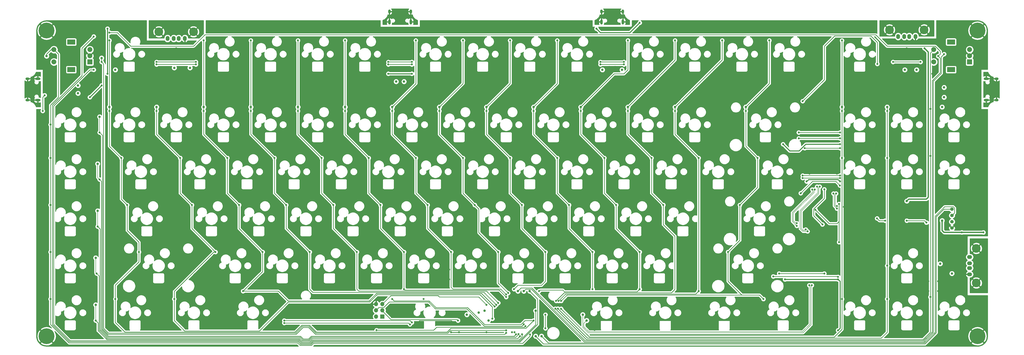
<source format=gtl>
%TF.GenerationSoftware,KiCad,Pcbnew,(5.1.10)-1*%
%TF.CreationDate,2021-10-27T23:44:52-04:00*%
%TF.ProjectId,custom_keyboard (f303_ fe2.1),63757374-6f6d-45f6-9b65-79626f617264,rev?*%
%TF.SameCoordinates,Original*%
%TF.FileFunction,Copper,L1,Top*%
%TF.FilePolarity,Positive*%
%FSLAX46Y46*%
G04 Gerber Fmt 4.6, Leading zero omitted, Abs format (unit mm)*
G04 Created by KiCad (PCBNEW (5.1.10)-1) date 2021-10-27 23:44:52*
%MOMM*%
%LPD*%
G01*
G04 APERTURE LIST*
%TA.AperFunction,ComponentPad*%
%ADD10O,1.700000X1.700000*%
%TD*%
%TA.AperFunction,ComponentPad*%
%ADD11R,1.700000X1.700000*%
%TD*%
%TA.AperFunction,ComponentPad*%
%ADD12C,1.000000*%
%TD*%
%TA.AperFunction,ComponentPad*%
%ADD13O,2.100000X1.000000*%
%TD*%
%TA.AperFunction,ComponentPad*%
%ADD14O,1.600000X1.000000*%
%TD*%
%TA.AperFunction,ComponentPad*%
%ADD15C,3.500000*%
%TD*%
%TA.AperFunction,ComponentPad*%
%ADD16O,1.500000X2.000000*%
%TD*%
%TA.AperFunction,ComponentPad*%
%ADD17O,1.000000X2.100000*%
%TD*%
%TA.AperFunction,ComponentPad*%
%ADD18O,1.000000X1.600000*%
%TD*%
%TA.AperFunction,ComponentPad*%
%ADD19O,2.000000X1.500000*%
%TD*%
%TA.AperFunction,ComponentPad*%
%ADD20R,2.000000X2.000000*%
%TD*%
%TA.AperFunction,ComponentPad*%
%ADD21C,2.000000*%
%TD*%
%TA.AperFunction,ComponentPad*%
%ADD22R,3.200000X2.000000*%
%TD*%
%TA.AperFunction,ComponentPad*%
%ADD23C,1.397000*%
%TD*%
%TA.AperFunction,ComponentPad*%
%ADD24C,6.400000*%
%TD*%
%TA.AperFunction,ViaPad*%
%ADD25C,0.800000*%
%TD*%
%TA.AperFunction,Conductor*%
%ADD26C,0.250000*%
%TD*%
%TA.AperFunction,Conductor*%
%ADD27C,0.381000*%
%TD*%
%TA.AperFunction,Conductor*%
%ADD28C,0.254000*%
%TD*%
%TA.AperFunction,Conductor*%
%ADD29C,0.200000*%
%TD*%
%TA.AperFunction,Conductor*%
%ADD30C,0.508000*%
%TD*%
%TA.AperFunction,Conductor*%
%ADD31C,0.100000*%
%TD*%
G04 APERTURE END LIST*
D10*
%TO.P,J1,6*%
%TO.N,GND*%
X212552700Y-269540200D03*
%TO.P,J1,5*%
%TO.N,KEYBOARD_RESET*%
X215092700Y-269540200D03*
%TO.P,J1,4*%
%TO.N,COL0*%
X212552700Y-272080200D03*
%TO.P,J1,3*%
%TO.N,BOOT0*%
X215092700Y-272080200D03*
%TO.P,J1,2*%
%TO.N,COL1*%
X212552700Y-274620200D03*
D11*
%TO.P,J1,1*%
%TO.N,+3V3*%
X215092700Y-274620200D03*
%TD*%
D12*
%TO.P,TP54,1*%
%TO.N,BKL_DATA_IN*%
X107149500Y-174614000D03*
%TD*%
%TO.P,TP53,1*%
%TO.N,PORT5-7PWR*%
X427010600Y-227791900D03*
%TD*%
%TO.P,TP52,1*%
%TO.N,PORT1-4_PWR*%
X441297200Y-235728900D03*
%TD*%
%TO.P,TP51,1*%
%TO.N,Net-(R19-Pad1)*%
X442090900Y-185725800D03*
%TD*%
%TO.P,TP50,1*%
%TO.N,Net-(R20-Pad1)*%
X442090900Y-181757300D03*
%TD*%
%TO.P,TP49,1*%
%TO.N,Net-(R25-Pad1)*%
X426216900Y-174614000D03*
%TD*%
%TO.P,TP48,1*%
%TO.N,Net-(R24-Pad1)*%
X430979100Y-174614000D03*
%TD*%
%TO.P,TP47,1*%
%TO.N,Net-(R6-Pad2)*%
X311924100Y-174614000D03*
%TD*%
%TO.P,TP46,1*%
%TO.N,Net-(R3-Pad2)*%
X303987100Y-174614000D03*
%TD*%
%TO.P,TP45,1*%
%TO.N,Net-(R46-Pad1)*%
X440503500Y-253190300D03*
%TD*%
%TO.P,TP44,1*%
%TO.N,Net-(R45-Pad1)*%
X445265700Y-257158800D03*
%TD*%
%TO.P,TP25,1*%
%TO.N,Net-(R33-Pad1)*%
X92069200Y-180963600D03*
%TD*%
%TO.P,TP23,1*%
%TO.N,Net-(R31-Pad1)*%
X92069200Y-184138400D03*
%TD*%
%TO.P,TP22,1*%
%TO.N,Net-(R37-Pad1)*%
X130960500Y-173820300D03*
%TD*%
%TO.P,TP21,1*%
%TO.N,Net-(R34-Pad1)*%
X137310100Y-173820300D03*
%TD*%
%TO.P,TP1,1*%
%TO.N,Net-(R2-Pad1)*%
X220648600Y-179376200D03*
%TD*%
%TO.P,TP2,1*%
%TO.N,Net-(R4-Pad1)*%
X223823400Y-179376200D03*
%TD*%
%TO.P,TP3,1*%
%TO.N,KEYBOARD_XTAL1*%
X253984000Y-273032800D03*
%TD*%
%TO.P,TP20,1*%
%TO.N,ENCODER_B2*%
X272239100Y-264302100D03*
%TD*%
%TO.P,TP43,1*%
%TO.N,COL1*%
X104768400Y-189694300D03*
%TD*%
%TO.P,TP42,1*%
%TO.N,COL2*%
X123817200Y-189694300D03*
%TD*%
%TO.P,TP41,1*%
%TO.N,COL14*%
X361927200Y-189694300D03*
%TD*%
%TO.P,TP40,1*%
%TO.N,KEYBOARD_D+*%
X297637500Y-276207600D03*
%TD*%
%TO.P,TP39,1*%
%TO.N,KEYBOARD_D-*%
X296050100Y-273826500D03*
%TD*%
%TO.P,TP38,1*%
%TO.N,KEYBOARD_SDA*%
X277001300Y-282557200D03*
%TD*%
%TO.P,TP37,1*%
%TO.N,KEYBOARD_SCL*%
X279382400Y-282557200D03*
%TD*%
%TO.P,TP36,1*%
%TO.N,BKL_DATA_IN_3V3*%
X277001300Y-272239100D03*
%TD*%
%TO.P,TP35,1*%
%TO.N,COL11*%
X295256400Y-189694300D03*
%TD*%
%TO.P,TP34,1*%
%TO.N,COL10*%
X276207600Y-189694300D03*
%TD*%
%TO.P,TP33,1*%
%TO.N,COL9*%
X257158800Y-189694300D03*
%TD*%
%TO.P,TP32,1*%
%TO.N,COL8*%
X238110000Y-189694300D03*
%TD*%
%TO.P,TP31,1*%
%TO.N,COL7*%
X219061200Y-189694300D03*
%TD*%
%TO.P,TP30,1*%
%TO.N,COL6*%
X200012400Y-189694300D03*
%TD*%
%TO.P,TP29,1*%
%TO.N,COL5*%
X180963600Y-189694300D03*
%TD*%
%TO.P,TP28,1*%
%TO.N,COL4*%
X161914800Y-189694300D03*
%TD*%
%TO.P,TP27,1*%
%TO.N,OSC32_XTAL2*%
X249221800Y-273826500D03*
%TD*%
%TO.P,TP26,1*%
%TO.N,OSC32_XTAL1*%
X257952500Y-276207600D03*
%TD*%
%TO.P,TP24,1*%
%TO.N,KEYBOARD_XTAL2*%
X256365100Y-272239100D03*
%TD*%
%TO.P,TP19,1*%
%TO.N,ENCODER_B1*%
X274620200Y-264302100D03*
%TD*%
%TO.P,TP18,1*%
%TO.N,ENCODER_A*%
X269858000Y-264302100D03*
%TD*%
%TO.P,TP17,1*%
%TO.N,COL17*%
X441297200Y-189694300D03*
%TD*%
%TO.P,TP16,1*%
%TO.N,COL16*%
X419073600Y-189694300D03*
%TD*%
%TO.P,TP15,1*%
%TO.N,COL15*%
X400818500Y-189694300D03*
%TD*%
%TO.P,TP14,1*%
%TO.N,ROT1_ROW*%
X101593600Y-169851800D03*
%TD*%
%TO.P,TP13,1*%
%TO.N,ROW1*%
X100799900Y-193662800D03*
%TD*%
%TO.P,TP12,1*%
%TO.N,ROW2*%
X100006200Y-212711600D03*
%TD*%
%TO.P,TP11,1*%
%TO.N,ROW3*%
X100006200Y-231760400D03*
%TD*%
%TO.P,TP10,1*%
%TO.N,ROW4*%
X99212500Y-250809200D03*
%TD*%
%TO.P,TP9,1*%
%TO.N,ROW5*%
X99212500Y-269858000D03*
%TD*%
%TO.P,TP8,1*%
%TO.N,COL0*%
X79370000Y-169058100D03*
%TD*%
%TO.P,TP7,1*%
%TO.N,COL3*%
X142866000Y-189694300D03*
%TD*%
%TO.P,TP6,1*%
%TO.N,COL13*%
X333354000Y-189694300D03*
%TD*%
%TO.P,TP5,1*%
%TO.N,COL12*%
X314305200Y-189694300D03*
%TD*%
D13*
%TO.P,USB2,13*%
%TO.N,Earth*%
X75831900Y-186871000D03*
X75831900Y-178231000D03*
D14*
X71651900Y-186871000D03*
X71651900Y-178231000D03*
%TD*%
D15*
%TO.P,USB3,5*%
%TO.N,Earth*%
X124754200Y-159204800D03*
D16*
%TO.P,USB3,4*%
%TO.N,GND*%
X135254200Y-161914800D03*
%TO.P,USB3,3*%
%TO.N,Net-(R34-Pad1)*%
X132754200Y-161914800D03*
%TO.P,USB3,2*%
%TO.N,Net-(R37-Pad1)*%
X130754200Y-161914800D03*
D15*
%TO.P,USB3,5*%
%TO.N,Earth*%
X138754200Y-159204800D03*
D16*
%TO.P,USB3,1*%
%TO.N,Net-(D4-Pad2)*%
X128254200Y-161914800D03*
%TD*%
D15*
%TO.P,USB6,5*%
%TO.N,Earth*%
X420010600Y-158411100D03*
D16*
%TO.P,USB6,4*%
%TO.N,GND*%
X430510600Y-161121100D03*
%TO.P,USB6,3*%
%TO.N,Net-(R24-Pad1)*%
X428010600Y-161121100D03*
%TO.P,USB6,2*%
%TO.N,Net-(R25-Pad1)*%
X426010600Y-161121100D03*
D15*
%TO.P,USB6,5*%
%TO.N,Earth*%
X434010600Y-158411100D03*
D16*
%TO.P,USB6,1*%
%TO.N,Net-(D7-Pad2)*%
X423510600Y-161121100D03*
%TD*%
D17*
%TO.P,USB1,13*%
%TO.N,Earth*%
X217916000Y-155201900D03*
X226556000Y-155201900D03*
D18*
X217916000Y-151021900D03*
X226556000Y-151021900D03*
%TD*%
D15*
%TO.P,USB4,5*%
%TO.N,Earth*%
X455119000Y-246984000D03*
D19*
%TO.P,USB4,4*%
%TO.N,GND*%
X452409000Y-257484000D03*
%TO.P,USB4,3*%
%TO.N,Net-(R45-Pad1)*%
X452409000Y-254984000D03*
%TO.P,USB4,2*%
%TO.N,Net-(R46-Pad1)*%
X452409000Y-252984000D03*
D15*
%TO.P,USB4,5*%
%TO.N,Earth*%
X455119000Y-260984000D03*
D19*
%TO.P,USB4,1*%
%TO.N,Net-(D5-Pad2)*%
X452409000Y-250484000D03*
%TD*%
D13*
%TO.P,USB7,13*%
%TO.N,Earth*%
X459121900Y-178231000D03*
X459121900Y-186871000D03*
D14*
X463301900Y-178231000D03*
X463301900Y-186871000D03*
%TD*%
D20*
%TO.P,ROT1,A*%
%TO.N,Net-(C5-Pad2)*%
X96831400Y-171439200D03*
D21*
%TO.P,ROT1,C*%
%TO.N,GND*%
X96831400Y-168939200D03*
%TO.P,ROT1,B*%
%TO.N,Net-(C6-Pad1)*%
X96831400Y-166439200D03*
D22*
%TO.P,ROT1,MP*%
%TO.N,N/C*%
X89331400Y-174539200D03*
X89331400Y-163339200D03*
D21*
%TO.P,ROT1,S2*%
%TO.N,Net-(D2-Pad2)*%
X82331400Y-171439200D03*
%TO.P,ROT1,S1*%
%TO.N,COL0*%
X82331400Y-166439200D03*
%TD*%
D20*
%TO.P,ROT2,A*%
%TO.N,Net-(C7-Pad2)*%
X452409000Y-171439200D03*
D21*
%TO.P,ROT2,C*%
%TO.N,GND*%
X452409000Y-168939200D03*
%TO.P,ROT2,B*%
%TO.N,Net-(C8-Pad1)*%
X452409000Y-166439200D03*
D22*
%TO.P,ROT2,MP*%
%TO.N,N/C*%
X444909000Y-174539200D03*
X444909000Y-163339200D03*
D21*
%TO.P,ROT2,S2*%
%TO.N,Net-(D3-Pad2)*%
X437909000Y-171439200D03*
%TO.P,ROT2,S1*%
%TO.N,COL17*%
X437909000Y-166439200D03*
%TD*%
D17*
%TO.P,USB5,13*%
%TO.N,Earth*%
X303635600Y-155201900D03*
X312275600Y-155201900D03*
D18*
X303635600Y-151021900D03*
X312275600Y-151021900D03*
%TD*%
D23*
%TO.P,OL1,1*%
%TO.N,KEYBOARD_SDA*%
X445265700Y-231125200D03*
%TO.P,OL1,2*%
%TO.N,KEYBOARD_SCL*%
X445265700Y-233665200D03*
%TO.P,OL1,3*%
%TO.N,+5V*%
X445265700Y-236205200D03*
%TO.P,OL1,4*%
%TO.N,GND*%
X445265700Y-238745200D03*
%TD*%
D24*
%TO.P,H1,1*%
%TO.N,GND*%
X79370000Y-158740000D03*
%TD*%
%TO.P,H2,1*%
%TO.N,GND*%
X79370000Y-282557200D03*
%TD*%
%TO.P,H3,1*%
%TO.N,GND*%
X455583800Y-158740000D03*
%TD*%
%TO.P,H4,1*%
%TO.N,GND*%
X455583800Y-282557200D03*
%TD*%
D25*
%TO.N,GND*%
X141675450Y-239300550D03*
X387722450Y-223426550D03*
X387722450Y-216680100D03*
X387722450Y-208346250D03*
X387722450Y-198028150D03*
X260333600Y-259936750D03*
X348434300Y-277001300D03*
X324623300Y-277001300D03*
X300018600Y-277795000D03*
X383357100Y-221442300D03*
X260730450Y-254777700D03*
X266683200Y-255968250D03*
X99212500Y-173026600D03*
X399231100Y-198425000D03*
X399231100Y-208346250D03*
X306765050Y-170248650D03*
X309146150Y-170248650D03*
X306765050Y-173423450D03*
X309146150Y-173423450D03*
X435741300Y-264302100D03*
X439709800Y-264302100D03*
X383357100Y-254777700D03*
X386531900Y-260730450D03*
X389706700Y-260730450D03*
X422248400Y-173423450D03*
X223426550Y-177391950D03*
X221045450Y-170248650D03*
X223426550Y-170248650D03*
X389706700Y-255571400D03*
X221045450Y-177391950D03*
X385738200Y-251602900D03*
X242872200Y-280969800D03*
X246047000Y-280969800D03*
X174614000Y-278588700D03*
X282557200Y-260333600D03*
X365102000Y-263508400D03*
X442884600Y-261127300D03*
X440503500Y-250809200D03*
X430979100Y-251602900D03*
X83338500Y-222236000D03*
X396850000Y-179376200D03*
X317480000Y-271445400D03*
X341291000Y-271445400D03*
X296050100Y-267476900D03*
X265889500Y-274620200D03*
X146040800Y-259936750D03*
X117467600Y-260333600D03*
X361530350Y-241284800D03*
X356371300Y-235728900D03*
X83338500Y-241284800D03*
X83338500Y-260333600D03*
X83338500Y-275810750D03*
X146040800Y-264302100D03*
X126992000Y-263508400D03*
X98418800Y-260333600D03*
X98418800Y-265095800D03*
X83338500Y-203187200D03*
X89291250Y-168661250D03*
X84925900Y-263508400D03*
X84925900Y-244459600D03*
X84925900Y-225410800D03*
X84925900Y-206362000D03*
X303193400Y-179376200D03*
X284144600Y-179376200D03*
X265095800Y-179376200D03*
X246047000Y-179376200D03*
X198425000Y-179376200D03*
X179376200Y-179376200D03*
X160327400Y-179376200D03*
X141278600Y-179376200D03*
X101593600Y-163502200D03*
X203584050Y-172629750D03*
X146437650Y-172629750D03*
X358355550Y-258349350D03*
X363117750Y-239300550D03*
X422645250Y-258349350D03*
X120245550Y-258349350D03*
X107943200Y-172232900D03*
X441694050Y-277398150D03*
X422645250Y-277398150D03*
X403596450Y-277398150D03*
X158343150Y-277398150D03*
X284541450Y-258349350D03*
X303193400Y-258349350D03*
X322639050Y-258349350D03*
X371451600Y-260333600D03*
X246443850Y-258349350D03*
X227395050Y-258349350D03*
X208346250Y-258349350D03*
X189297450Y-258349350D03*
X170248650Y-258349350D03*
X151199850Y-258349350D03*
X251206050Y-220251750D03*
X246047000Y-222236000D03*
X232157250Y-220251750D03*
X226998200Y-222236000D03*
X213108450Y-220251750D03*
X207949400Y-222236000D03*
X194059650Y-220251750D03*
X188900600Y-222236000D03*
X175010850Y-220251750D03*
X169851800Y-222236000D03*
X155962050Y-220251750D03*
X150803000Y-222236000D03*
X136913250Y-220251750D03*
X131754200Y-221839150D03*
X113102250Y-220251750D03*
X86116450Y-236919450D03*
X109927450Y-240887950D03*
X115483350Y-239300550D03*
X129769950Y-240887950D03*
X360339800Y-221839150D03*
X265095800Y-222236000D03*
X270254850Y-220251750D03*
X284144600Y-222236000D03*
X289303650Y-220251750D03*
X303193400Y-222236000D03*
X308352450Y-220251750D03*
X322242200Y-222236000D03*
X327401250Y-220251750D03*
X346450050Y-220251750D03*
X341291000Y-222236000D03*
X370261050Y-220251750D03*
X421057850Y-222236000D03*
X402802750Y-219458050D03*
X422645250Y-220251750D03*
X440503500Y-222236000D03*
X441694050Y-220251750D03*
X453996400Y-206758850D03*
X453996400Y-201202950D03*
X441694050Y-201202950D03*
X439709800Y-203187200D03*
X422645250Y-201202950D03*
X420661000Y-203187200D03*
X402802750Y-201202950D03*
X146437650Y-201202950D03*
X378991750Y-203187200D03*
X365498850Y-201202950D03*
X351212250Y-202790350D03*
X336925650Y-201202950D03*
X331766600Y-202790350D03*
X317876850Y-201202950D03*
X312717800Y-202790350D03*
X298828050Y-201202950D03*
X293669000Y-202790350D03*
X279779250Y-201202950D03*
X274620200Y-202790350D03*
X260730450Y-201202950D03*
X255571400Y-202790350D03*
X241681650Y-201202950D03*
X236522600Y-202790350D03*
X222632850Y-201202950D03*
X203584050Y-201202950D03*
X217473800Y-202790350D03*
X198425000Y-202790350D03*
X184535250Y-201202950D03*
X179376200Y-202790350D03*
X165486450Y-201202950D03*
X160327400Y-202790350D03*
X141278600Y-202790350D03*
X127388850Y-201202950D03*
X122229800Y-202790350D03*
X86116450Y-199218700D03*
X108340050Y-201202950D03*
X388913000Y-174217150D03*
X403596450Y-172629750D03*
X375023250Y-172629750D03*
X198425000Y-174614000D03*
X184535250Y-172629750D03*
X179376200Y-174614000D03*
X165486450Y-172629750D03*
X160327400Y-174614000D03*
X335338250Y-174614000D03*
X317876850Y-172629750D03*
X353990200Y-174614000D03*
X336925650Y-172629750D03*
X373435850Y-174614000D03*
X355974450Y-172629750D03*
X284144600Y-174614000D03*
X289303650Y-172629750D03*
X265095800Y-174614000D03*
X270254850Y-172629750D03*
X251206050Y-172629750D03*
X232157250Y-172629750D03*
X246047000Y-174614000D03*
X86116450Y-275413900D03*
X110721150Y-277398150D03*
X134532150Y-277398150D03*
X377007500Y-250809200D03*
X373832700Y-254777700D03*
X86116450Y-256365100D03*
X160724250Y-239300550D03*
X179773050Y-239300550D03*
X198821850Y-239300550D03*
X217870650Y-239300550D03*
X236919450Y-239300550D03*
X255968250Y-239300550D03*
X275017050Y-239300550D03*
X294065850Y-239300550D03*
X313114650Y-239300550D03*
X332163450Y-239300550D03*
X397643700Y-247237550D03*
X440503500Y-279779250D03*
X417486200Y-278985550D03*
X388913000Y-278985550D03*
X365102000Y-278985550D03*
X341291000Y-278985550D03*
X317480000Y-278985550D03*
X150803000Y-278985550D03*
X126992000Y-278985550D03*
X98418800Y-278985550D03*
X98418800Y-202790350D03*
X98418800Y-221839150D03*
X346053200Y-240887950D03*
X327004400Y-240887950D03*
X307955600Y-240887950D03*
X288906800Y-240887950D03*
X269858000Y-240887950D03*
X250809200Y-240887950D03*
X231760400Y-240887950D03*
X212711600Y-240887950D03*
X193662800Y-240887950D03*
X174614000Y-240887950D03*
X155565200Y-240887950D03*
X136516400Y-240887950D03*
X98418800Y-240887950D03*
X133738450Y-259539900D03*
X165089600Y-259936750D03*
X338909900Y-259936750D03*
X317876850Y-259936750D03*
X298828050Y-259936750D03*
X222236000Y-259936750D03*
X203187200Y-259936750D03*
X184138400Y-259936750D03*
X257158800Y-280969800D03*
X246047000Y-158740000D03*
X284144600Y-158740000D03*
X160327400Y-158740000D03*
X198425000Y-158740000D03*
X331766600Y-158740000D03*
X369864200Y-158740000D03*
X398437400Y-158740000D03*
X437328700Y-176201400D03*
X384944500Y-203980900D03*
X231760400Y-267476900D03*
X233347800Y-269858000D03*
X357165000Y-260333600D03*
X100799900Y-188106900D03*
X106355800Y-188106900D03*
X100799900Y-183344700D03*
X106355800Y-183344700D03*
X395262600Y-238110000D03*
X226204500Y-273826500D03*
X382960250Y-232157250D03*
X392881500Y-255571400D03*
X230173000Y-174614000D03*
X398834250Y-216680100D03*
X398834250Y-223426550D03*
X394468900Y-247634400D03*
X412724000Y-230173000D03*
X421454700Y-230966700D03*
X411930300Y-240491100D03*
X402405900Y-245253300D03*
X417486200Y-246047000D03*
X421454700Y-246047000D03*
X425423200Y-246047000D03*
X415105100Y-250809200D03*
X433360200Y-228585600D03*
X263508400Y-268270600D03*
X288906800Y-282557200D03*
X442090900Y-283350900D03*
X79370000Y-186519500D03*
X80213900Y-179326000D03*
X303987100Y-157946300D03*
X406374400Y-239697400D03*
X203187200Y-278588700D03*
X434153900Y-186519500D03*
X440503500Y-186519500D03*
X440503500Y-181757300D03*
X434153900Y-181757300D03*
X302399700Y-274620200D03*
X447646800Y-234935200D03*
X435741300Y-260333600D03*
X439709800Y-260333600D03*
X386531900Y-265095800D03*
X228585600Y-277795000D03*
X243665900Y-277001300D03*
X363514600Y-203187200D03*
X98418800Y-185725800D03*
X372245300Y-277001300D03*
X131754200Y-165883300D03*
X87307000Y-189694300D03*
X427010600Y-165883300D03*
X422248400Y-162708500D03*
X456377500Y-178582500D03*
X300812300Y-280044800D03*
X289700500Y-272239100D03*
X124610900Y-169851800D03*
X124610900Y-173820300D03*
X138897500Y-169851800D03*
X138897500Y-173820300D03*
X245253300Y-273032800D03*
X227791900Y-157946300D03*
X317480000Y-155565200D03*
X448440500Y-155565200D03*
X128579400Y-173820300D03*
X397643700Y-231760400D03*
X401612200Y-230173000D03*
X392881500Y-235728900D03*
X447646800Y-229379300D03*
X442884600Y-233347800D03*
X439709800Y-227791900D03*
X427010600Y-234141500D03*
X447646800Y-231760400D03*
X242078500Y-255571400D03*
X242078500Y-259539900D03*
X266683200Y-263508400D03*
X283350900Y-277001300D03*
X265095800Y-257952500D03*
X274620200Y-266683200D03*
X269064300Y-271445400D03*
%TO.N,+3V3*%
X399627950Y-244459600D03*
X399627950Y-228982450D03*
X390103550Y-231363550D03*
X414989297Y-234819397D03*
X418279900Y-235728900D03*
X427010600Y-235728900D03*
X434947600Y-236522600D03*
%TO.N,Earth*%
X129769950Y-157946300D03*
X133738450Y-157946300D03*
X425026350Y-157946300D03*
X428994850Y-157946300D03*
X222236000Y-152390400D03*
X220648600Y-151596700D03*
X223823400Y-151596700D03*
X306368200Y-151596700D03*
X309543000Y-151596700D03*
X427010600Y-157152600D03*
X462727100Y-180963600D03*
X462727100Y-184138400D03*
X72226700Y-184138400D03*
X72226700Y-180963600D03*
X455583800Y-255571400D03*
X455583800Y-252396600D03*
X461933400Y-182551000D03*
X307955600Y-152390400D03*
X131754200Y-157152600D03*
X73020400Y-182551000D03*
X456377500Y-253984000D03*
%TO.N,KEYBOARD_RESET*%
X257158800Y-269858000D03*
%TO.N,COL2*%
X123817200Y-191281700D03*
X133341600Y-210330500D03*
X138103800Y-229379300D03*
X147628200Y-248428100D03*
X130960500Y-267476900D03*
%TO.N,COL1*%
X107149500Y-267476900D03*
X116673900Y-248428100D03*
X111911700Y-229379300D03*
X109530600Y-210330500D03*
X104768400Y-191281700D03*
X104768400Y-162708500D03*
%TO.N,COL3*%
X166677000Y-248428100D03*
X157152600Y-229379300D03*
X152390400Y-210330500D03*
X142866000Y-191281700D03*
X142866000Y-162708500D03*
%TO.N,COL1*%
X276207600Y-276207600D03*
%TO.N,COL3*%
X158740000Y-264302100D03*
%TO.N,ROW2*%
X100799900Y-219061200D03*
X384944500Y-217473800D03*
X400024800Y-217473800D03*
%TO.N,ROW4*%
X393675200Y-257158800D03*
X375420100Y-257158800D03*
X99609350Y-257158800D03*
%TO.N,ROT1_ROW*%
X421454700Y-171439200D03*
X101593600Y-171439200D03*
X226998200Y-171439200D03*
X217473800Y-171439200D03*
X432566500Y-171439200D03*
X123817200Y-171439200D03*
X139691200Y-171439200D03*
X303193400Y-171439200D03*
X312717800Y-171439200D03*
%TO.N,ROW3*%
X100006200Y-238110000D03*
%TO.N,ROW5*%
X175407700Y-276207600D03*
X99212500Y-276207600D03*
X226998200Y-277001300D03*
%TO.N,DOUT1*%
X415105100Y-172232900D03*
X384944500Y-187313200D03*
%TO.N,DOUT2*%
X400024800Y-206362000D03*
X385738200Y-206362000D03*
%TO.N,DOUT3*%
X384150800Y-224617100D03*
X399978484Y-221488616D03*
%TO.N,COL0*%
X80957400Y-210330500D03*
X80957400Y-229379300D03*
X80957400Y-248428100D03*
X80957400Y-267476900D03*
X80957400Y-196837600D03*
%TO.N,COL4*%
X161914800Y-162708500D03*
X161914800Y-191281700D03*
X171439200Y-210330500D03*
X176201400Y-229379300D03*
X185725800Y-248428100D03*
%TO.N,COL3*%
X260449403Y-270535897D03*
%TO.N,COL5*%
X204774600Y-248428100D03*
X195250200Y-229379300D03*
X190488000Y-210330500D03*
X180963600Y-191281700D03*
X180963600Y-162708500D03*
%TO.N,COL4*%
X261156511Y-269828789D03*
%TO.N,COL6*%
X223823400Y-248428100D03*
X214299000Y-229379300D03*
X209536800Y-210330500D03*
X200012400Y-191281700D03*
X200012400Y-162708500D03*
%TO.N,COL7*%
X242872200Y-248428100D03*
X233347800Y-229379300D03*
X228585600Y-210330500D03*
X219061200Y-191281700D03*
X228585600Y-162708500D03*
%TO.N,COL8*%
X261921000Y-248428100D03*
X252396600Y-229379300D03*
X247634400Y-210330500D03*
X238110000Y-191281700D03*
X247634400Y-162708500D03*
%TO.N,ENCODER_A*%
X439709800Y-169058100D03*
X104768400Y-159533700D03*
%TO.N,ENCODER_B1*%
X98418800Y-161121100D03*
%TO.N,KEYBOARD_D+*%
X387594300Y-261921000D03*
%TO.N,KEYBOARD_D-*%
X388644300Y-261921000D03*
%TO.N,HUB_PORT7_D-*%
X398774800Y-230850500D03*
X397378150Y-224747865D03*
%TO.N,HUB_PORT7_D+*%
X398774800Y-229800500D03*
X398428150Y-224747865D03*
%TO.N,HUB_PORT2_D+*%
X389834850Y-223146153D03*
X382563400Y-236791300D03*
%TO.N,HUB_PORT2_D-*%
X388784850Y-223146153D03*
X382563400Y-237841300D03*
%TO.N,HUB_PORT3_D+*%
X386160668Y-239326168D03*
X391819100Y-221953260D03*
%TO.N,HUB_PORT3_D-*%
X386903132Y-240068632D03*
X390769100Y-221953260D03*
%TO.N,BOOT0*%
X245650150Y-276207600D03*
%TO.N,COL17*%
X436535000Y-190488000D03*
X436535000Y-209536800D03*
X436535000Y-266683200D03*
%TO.N,COL16*%
X419073600Y-267476900D03*
X419073600Y-210330500D03*
X419073600Y-191281700D03*
X419073600Y-253984000D03*
%TO.N,COL2*%
X259557769Y-275485740D03*
%TO.N,ROW1*%
X100799900Y-200012400D03*
X400024800Y-200012400D03*
X383357100Y-200012400D03*
%TO.N,COL5*%
X261921000Y-269064300D03*
%TO.N,COL6*%
X223823400Y-263508400D03*
X265095800Y-266683200D03*
%TO.N,COL7*%
X265108451Y-265670546D03*
%TO.N,COL8*%
X265913884Y-265077857D03*
%TO.N,COL9*%
X280969800Y-248428100D03*
X271445400Y-229379300D03*
X266683200Y-210330500D03*
X257158800Y-191281700D03*
X266683200Y-162708500D03*
X268270600Y-263508400D03*
%TO.N,COL10*%
X285732000Y-162708500D03*
X276207600Y-191281700D03*
X285732000Y-210330500D03*
X290494200Y-229379300D03*
X300018600Y-248428100D03*
X300018600Y-263508400D03*
%TO.N,COL11*%
X319067400Y-248428100D03*
X309543000Y-229379300D03*
X304780800Y-210330500D03*
X295256400Y-191281700D03*
X314305200Y-162708500D03*
X319067400Y-263508400D03*
%TO.N,COL12*%
X333354000Y-162708500D03*
X314305200Y-191281700D03*
X323829600Y-210330500D03*
X328591800Y-229379300D03*
%TO.N,COL13*%
X342878400Y-210330500D03*
X333354000Y-191281700D03*
X352402800Y-162708500D03*
X342878400Y-264302100D03*
%TO.N,COL14*%
X354783900Y-248428100D03*
X359546100Y-229379300D03*
X361927200Y-191281700D03*
X366689400Y-210330500D03*
X371451600Y-162708500D03*
X369070500Y-267476900D03*
%TO.N,COL1*%
X219061200Y-267476900D03*
%TO.N,ROW2*%
X269082394Y-281788020D03*
%TO.N,ROW4*%
X270661666Y-282571206D03*
%TO.N,ROT1_ROW*%
X265108848Y-280189148D03*
%TO.N,ROW3*%
X270081897Y-281756422D03*
%TO.N,ROW5*%
X271531898Y-281763500D03*
%TO.N,COL0*%
X274730350Y-281873650D03*
X272209889Y-277765789D03*
%TO.N,KEYBOARD_SDA*%
X267476900Y-280969800D03*
%TO.N,KEYBOARD_SCL*%
X268488619Y-280983387D03*
%TO.N,COL17*%
X284967503Y-271416197D03*
%TO.N,COL16*%
X286011820Y-271409324D03*
%TO.N,ROW1*%
X265092137Y-281189010D03*
%TO.N,COL11*%
X278369746Y-264289449D03*
%TO.N,COL12*%
X285283210Y-268256179D03*
%TO.N,COL13*%
X286306746Y-268257949D03*
%TO.N,COL14*%
X287319400Y-268270600D03*
%TO.N,COL15*%
X400818500Y-162708500D03*
X400818500Y-191281700D03*
X400818500Y-210330500D03*
X400818500Y-267476900D03*
X287319400Y-271445400D03*
%TO.N,ENCODER_B2*%
X442090900Y-168264400D03*
%TO.N,BKL_DATA_IN_3V3*%
X98418800Y-174614000D03*
%TO.N,Net-(MX1-Pad5)*%
X123817200Y-172439203D03*
X139691200Y-172439203D03*
%TO.N,Net-(MX5-Pad5)*%
X226998200Y-172439203D03*
X217473800Y-172439203D03*
%TO.N,Net-(MX10-Pad4)*%
X303193400Y-172439203D03*
X312717800Y-172439203D03*
%TO.N,Net-(MX29-Pad5)*%
X400024800Y-202393500D03*
X383357100Y-202393500D03*
%TO.N,Net-(MX47-Pad5)*%
X400024800Y-218473803D03*
X384944500Y-218473803D03*
%TO.N,Net-(MX77-Pad5)*%
X373039000Y-258349350D03*
X399231100Y-258539897D03*
%TO.N,Net-(MX82-Pad5)*%
X175407700Y-277207603D03*
X226204500Y-277795000D03*
%TO.N,PORT1-4_PWR*%
X457964900Y-240491100D03*
X449234200Y-240491100D03*
X280969800Y-273826500D03*
X103974700Y-176201400D03*
X103974700Y-157946300D03*
X280969800Y-279382400D03*
X212711600Y-280138480D03*
X272916997Y-278472897D03*
%TO.N,PORT5-7PWR*%
X319067400Y-155565200D03*
X301606000Y-157946300D03*
X434153900Y-165883300D03*
%TO.N,Net-(D1-Pad2)*%
X78576300Y-184932100D03*
X77782600Y-191281700D03*
%TO.N,+5V*%
X400024800Y-204774600D03*
X377007500Y-204774600D03*
X217473800Y-176201400D03*
X226998200Y-176201400D03*
X393675200Y-223029700D03*
X377801200Y-259539900D03*
X386531900Y-219854900D03*
X400024800Y-219854900D03*
X399231100Y-259539900D03*
X392925200Y-237272600D03*
X399231100Y-280176100D03*
X96831400Y-185725800D03*
X101593600Y-180963600D03*
%TD*%
D26*
%TO.N,GND*%
X347640600Y-276207600D02*
X348434300Y-277001300D01*
X324623300Y-277001300D02*
X323829600Y-276207600D01*
X323829600Y-276207600D02*
X347640600Y-276207600D01*
X347640600Y-276207600D02*
X371451600Y-276207600D01*
X260730450Y-259936750D02*
X260730450Y-254777700D01*
X392881500Y-255571400D02*
X389706700Y-255571400D01*
X257158800Y-280969800D02*
X246047000Y-280969800D01*
X242872200Y-280969800D02*
X246047000Y-280969800D01*
X230147810Y-276232790D02*
X228585600Y-277795000D01*
X242897390Y-276232790D02*
X243665900Y-277001300D01*
X230147810Y-276232790D02*
X242897390Y-276232790D01*
X372245300Y-277001300D02*
X371451600Y-276207600D01*
X301606000Y-276207600D02*
X300018600Y-277795000D01*
X323829600Y-276207600D02*
X301606000Y-276207600D01*
X300018600Y-279251100D02*
X300812300Y-280044800D01*
X300018600Y-277795000D02*
X300018600Y-279251100D01*
D27*
X315098900Y-157946300D02*
X317480000Y-155565200D01*
X303987100Y-157946300D02*
X315098900Y-157946300D01*
D26*
X242078500Y-255571400D02*
X242078500Y-259539900D01*
X266683200Y-263508400D02*
X266683200Y-255968250D01*
%TO.N,+3V3*%
X395659450Y-236919450D02*
X390103550Y-231363550D01*
X399627950Y-244459600D02*
X399627950Y-236125750D01*
X398834250Y-236919450D02*
X399627950Y-236125750D01*
X395659450Y-236919450D02*
X398834250Y-236919450D01*
X399627950Y-236125750D02*
X399627950Y-228982450D01*
X415898800Y-235728900D02*
X418279900Y-235728900D01*
X414989297Y-234819397D02*
X415898800Y-235728900D01*
X434153900Y-235728900D02*
X434947600Y-236522600D01*
X427010600Y-235728900D02*
X434153900Y-235728900D01*
%TO.N,KEYBOARD_RESET*%
X237557501Y-266127799D02*
X218505101Y-266127799D01*
X238112902Y-266683200D02*
X237557501Y-266127799D01*
X253984000Y-266683200D02*
X238112902Y-266683200D01*
X257158800Y-269858000D02*
X253984000Y-266683200D01*
X218505101Y-266127799D02*
X215092700Y-269540200D01*
%TO.N,COL2*%
X147628200Y-248428100D02*
X146927826Y-248428100D01*
X130960500Y-264395426D02*
X130960500Y-267476900D01*
X146927826Y-248428100D02*
X130960500Y-264395426D01*
X147628200Y-248428100D02*
X138103800Y-238903700D01*
X138103800Y-238903700D02*
X138103800Y-229379300D01*
X138103800Y-229379300D02*
X133341600Y-224617100D01*
X133341600Y-224617100D02*
X133341600Y-210330500D01*
X133341600Y-210330500D02*
X123817200Y-200806100D01*
X123817200Y-200806100D02*
X123817200Y-191281700D01*
D28*
X123817200Y-189694300D02*
X123817200Y-191281700D01*
D26*
%TO.N,COL1*%
X104768400Y-162708500D02*
X104768400Y-191281700D01*
X104768400Y-205568300D02*
X104768400Y-191281700D01*
X109530600Y-210330500D02*
X104768400Y-205568300D01*
X109530600Y-210330500D02*
X109530600Y-226998200D01*
X109530600Y-226998200D02*
X111911700Y-229379300D01*
X111911700Y-229379300D02*
X111911700Y-239697400D01*
X116673900Y-244459600D02*
X116673900Y-248428100D01*
X111911700Y-239697400D02*
X116673900Y-244459600D01*
X107149500Y-261921000D02*
X116673900Y-252396600D01*
X107149500Y-267476900D02*
X107149500Y-261921000D01*
X116673900Y-252396600D02*
X116673900Y-248428100D01*
%TO.N,COL3*%
X152390400Y-210330500D02*
X152390400Y-224617100D01*
X152390400Y-224617100D02*
X157152600Y-229379300D01*
X152390400Y-210330500D02*
X142866000Y-200806100D01*
X142866000Y-200806100D02*
X142866000Y-191281700D01*
X142866000Y-162708500D02*
X142866000Y-191281700D01*
X166677000Y-248428100D02*
X157152600Y-238903700D01*
X157152600Y-238903700D02*
X157152600Y-229379300D01*
X166677000Y-248428100D02*
X166677000Y-256365100D01*
X158740000Y-264302100D02*
X166677000Y-256365100D01*
%TO.N,ROW2*%
X384944500Y-217473800D02*
X400024800Y-217473800D01*
D29*
X100006200Y-218267500D02*
X100799900Y-219061200D01*
X100006200Y-212711600D02*
X100006200Y-218267500D01*
D26*
%TO.N,ROW4*%
X393675200Y-257158800D02*
X375420100Y-257158800D01*
X186696024Y-283457220D02*
X268957980Y-283457220D01*
X182649376Y-284532120D02*
X185621124Y-284532120D01*
X181574476Y-283457220D02*
X182649376Y-284532120D01*
X103916479Y-283457219D02*
X181574476Y-283457220D01*
X100587260Y-258136710D02*
X100587260Y-280128000D01*
X185621124Y-284532120D02*
X186696024Y-283457220D01*
X100587260Y-280128000D02*
X103916479Y-283457219D01*
X99609350Y-257158800D02*
X100587260Y-258136710D01*
D29*
X99212500Y-256761950D02*
X99609350Y-257158800D01*
X99212500Y-250809200D02*
X99212500Y-256761950D01*
D26*
%TO.N,ROT1_ROW*%
X421454700Y-171439200D02*
X432566500Y-171439200D01*
X217473800Y-171439200D02*
X226998200Y-171439200D01*
D28*
X101593600Y-171439200D02*
X101593600Y-169851800D01*
D26*
X123817200Y-171439200D02*
X139691200Y-171439200D01*
X303193400Y-171439200D02*
X312717800Y-171439200D01*
D29*
%TO.N,ROW3*%
X100006200Y-238110000D02*
X100006200Y-231760400D01*
D26*
%TO.N,ROW5*%
X226204500Y-276207600D02*
X226998200Y-277001300D01*
X175407700Y-276207600D02*
X226204500Y-276207600D01*
D29*
X99212500Y-276207600D02*
X99212500Y-269858000D01*
D28*
%TO.N,DOUT1*%
X393675200Y-178582500D02*
X393675200Y-165883300D01*
X384944500Y-187313200D02*
X393675200Y-178582500D01*
D26*
X415105100Y-172232900D02*
X415105100Y-163502200D01*
X393675200Y-165089600D02*
X393675200Y-165883300D01*
X397881072Y-160883728D02*
X393675200Y-165089600D01*
X412486628Y-160883728D02*
X397881072Y-160883728D01*
X415105100Y-163502200D02*
X412486628Y-160883728D01*
%TO.N,DOUT2*%
X399231100Y-206362000D02*
X400024800Y-206362000D01*
D28*
X399231100Y-206362000D02*
X385738200Y-206362000D01*
D26*
%TO.N,DOUT3*%
X398344768Y-219854900D02*
X399978484Y-221488616D01*
X388913000Y-219854900D02*
X398344768Y-219854900D01*
X384150800Y-224617100D02*
X388913000Y-219854900D01*
%TO.N,COL0*%
X80957400Y-267476900D02*
X80957400Y-248428100D01*
X80957400Y-248428100D02*
X80957400Y-229379300D01*
X80957400Y-210330500D02*
X80957400Y-196837600D01*
X80957400Y-210330500D02*
X80957400Y-229379300D01*
X83735350Y-167843150D02*
X82331400Y-166439200D01*
X83735350Y-167867550D02*
X83735350Y-167843150D01*
X84132200Y-168264400D02*
X83735350Y-167867550D01*
X84132200Y-185725800D02*
X84132200Y-168264400D01*
X80957400Y-188900600D02*
X84132200Y-185725800D01*
X80957400Y-196837600D02*
X80957400Y-188900600D01*
X79370000Y-169058100D02*
X79370000Y-168264400D01*
X81195200Y-166439200D02*
X82331400Y-166439200D01*
X79370000Y-168264400D02*
X81195200Y-166439200D01*
%TO.N,COL4*%
X185725800Y-248428100D02*
X176201400Y-238903700D01*
X176201400Y-238903700D02*
X176201400Y-229379300D01*
X176201400Y-229379300D02*
X171439200Y-224617100D01*
X171439200Y-224617100D02*
X171439200Y-210330500D01*
X171439200Y-210330500D02*
X161914800Y-200806100D01*
X161914800Y-200806100D02*
X161914800Y-191281700D01*
X161914800Y-191281700D02*
X161914800Y-162708500D01*
%TO.N,COL5*%
X190488000Y-210330500D02*
X190488000Y-224617100D01*
X190488000Y-224617100D02*
X195250200Y-229379300D01*
X180963600Y-191281700D02*
X180963600Y-200806100D01*
X180963600Y-200806100D02*
X190488000Y-210330500D01*
X180963600Y-162708500D02*
X180963600Y-191281700D01*
X204774600Y-248428100D02*
X195250200Y-238903700D01*
X195250200Y-238903700D02*
X195250200Y-229379300D01*
%TO.N,COL6*%
X214299000Y-229379300D02*
X214299000Y-238903700D01*
X214299000Y-238903700D02*
X223823400Y-248428100D01*
X209536800Y-210330500D02*
X209536800Y-224617100D01*
X209536800Y-224617100D02*
X214299000Y-229379300D01*
X200012400Y-191281700D02*
X200012400Y-200806100D01*
X200012400Y-200806100D02*
X209536800Y-210330500D01*
X200012400Y-162708500D02*
X200012400Y-191281700D01*
X223823400Y-248428100D02*
X223823400Y-263111550D01*
%TO.N,COL7*%
X233347800Y-229379300D02*
X233347800Y-238903700D01*
X233347800Y-238903700D02*
X242872200Y-248428100D01*
X228585600Y-210330500D02*
X228585600Y-224617100D01*
X228585600Y-224617100D02*
X233347800Y-229379300D01*
X219061200Y-191281700D02*
X219061200Y-200806100D01*
X219061200Y-200806100D02*
X228585600Y-210330500D01*
X242872200Y-258746200D02*
X242872200Y-248428100D01*
D28*
X219061200Y-191281700D02*
X219061200Y-189694300D01*
X219061200Y-189694300D02*
X228585600Y-180169900D01*
D26*
X228585600Y-180169900D02*
X228585600Y-162708500D01*
%TO.N,COL8*%
X261921000Y-248428100D02*
X254053599Y-240560699D01*
X254053599Y-240560699D02*
X254053599Y-231036299D01*
X254053599Y-231036299D02*
X252396600Y-229379300D01*
X247634400Y-210330500D02*
X247634400Y-224617100D01*
X247634400Y-224617100D02*
X252396600Y-229379300D01*
X238110000Y-200806100D02*
X247634400Y-210330500D01*
X238110000Y-191281700D02*
X238110000Y-200806100D01*
D28*
X238110000Y-191281700D02*
X238110000Y-189694300D01*
X238110000Y-189694300D02*
X247634400Y-180169900D01*
D26*
X247634400Y-162708500D02*
X247634400Y-180169900D01*
%TO.N,KEYBOARD_SCL*%
X438466090Y-280947940D02*
X434132040Y-285281990D01*
X442319491Y-230101699D02*
X438466090Y-233955100D01*
X434132040Y-285281990D02*
X294806390Y-285281990D01*
X445756981Y-230101699D02*
X442319491Y-230101699D01*
X446289201Y-230633919D02*
X445756981Y-230101699D01*
X446289201Y-232641699D02*
X446289201Y-230633919D01*
X438466090Y-233955100D02*
X438466090Y-280947940D01*
X445265700Y-233665200D02*
X446289201Y-232641699D01*
X294806390Y-285278400D02*
X294806390Y-285281990D01*
%TO.N,ENCODER_A*%
X440503500Y-169851800D02*
X439709800Y-169058100D01*
X437328700Y-179003400D02*
X440503500Y-175828600D01*
X437328700Y-280812510D02*
X437328700Y-179003400D01*
X440503500Y-175828600D02*
X440503500Y-169851800D01*
X434659260Y-283481950D02*
X437328700Y-280812510D01*
X107943200Y-159533700D02*
X104768400Y-159533700D01*
X113418901Y-165009401D02*
X107943200Y-159533700D01*
X143392984Y-160433718D02*
X138817301Y-165009401D01*
X438520402Y-165089600D02*
X419073600Y-165089600D01*
X440503500Y-167072698D02*
X438520402Y-165089600D01*
X440503500Y-168264400D02*
X440503500Y-167072698D01*
X439709800Y-169058100D02*
X440503500Y-168264400D01*
X138817301Y-165009401D02*
X113418901Y-165009401D01*
X414417719Y-160433719D02*
X143392984Y-160433718D01*
X419073600Y-165089600D02*
X414417719Y-160433719D01*
D29*
%TO.N,KEYBOARD_D+*%
X387894300Y-277701800D02*
X384851300Y-280744800D01*
X387894300Y-262221000D02*
X387894300Y-277701800D01*
X387594300Y-261921000D02*
X387894300Y-262221000D01*
%TO.N,KEYBOARD_D-*%
X388344300Y-262221000D02*
X388344300Y-277888200D01*
X388644300Y-261921000D02*
X388344300Y-262221000D01*
X388344300Y-277888200D02*
X385037700Y-281194800D01*
%TO.N,HUB_PORT7_D-*%
X398774800Y-230850500D02*
X397678150Y-229753850D01*
X397678150Y-225047865D02*
X397678150Y-229753850D01*
X397378150Y-224747865D02*
X397678150Y-225047865D01*
%TO.N,HUB_PORT7_D+*%
X398361197Y-229800500D02*
X398128150Y-229567453D01*
X398774800Y-229800500D02*
X398361197Y-229800500D01*
X398128150Y-225047865D02*
X398128150Y-229567453D01*
X398428150Y-224747865D02*
X398128150Y-225047865D01*
%TO.N,HUB_PORT2_D+*%
X382149797Y-236791300D02*
X381201000Y-235842503D01*
X381201000Y-235842503D02*
X381201000Y-232647300D01*
X381201000Y-232647300D02*
X389534850Y-224313450D01*
X382563400Y-236791300D02*
X382149797Y-236791300D01*
X389534850Y-223446153D02*
X389534850Y-224313450D01*
X389834850Y-223146153D02*
X389534850Y-223446153D01*
%TO.N,HUB_PORT2_D-*%
X382563400Y-237841300D02*
X380751000Y-236028900D01*
X380751000Y-236028900D02*
X380751000Y-232460900D01*
X380751000Y-232460900D02*
X389084850Y-224127050D01*
X388784850Y-223146153D02*
X389084850Y-223446153D01*
X389084850Y-223446153D02*
X389084850Y-224127050D01*
%TO.N,HUB_PORT3_D+*%
X391519100Y-222253260D02*
X391819100Y-221953260D01*
X384375800Y-231853600D02*
X391519100Y-224710300D01*
X385183932Y-239618632D02*
X384375800Y-238810500D01*
X384375800Y-238810500D02*
X384375800Y-231853600D01*
X385868204Y-239618632D02*
X385183932Y-239618632D01*
X386160668Y-239326168D02*
X385868204Y-239618632D01*
X391519100Y-222253260D02*
X391519100Y-224710300D01*
%TO.N,HUB_PORT3_D-*%
X384997532Y-240068632D02*
X386903132Y-240068632D01*
X383925800Y-238996900D02*
X384997532Y-240068632D01*
X383925800Y-231667200D02*
X383925800Y-238996900D01*
X391069100Y-224523900D02*
X383925800Y-231667200D01*
X391069100Y-222253260D02*
X391069100Y-224523900D01*
X390769100Y-221953260D02*
X391069100Y-222253260D01*
D26*
%TO.N,BOOT0*%
X245650150Y-276207600D02*
X245200140Y-275757590D01*
%TO.N,COL17*%
X436535000Y-167813200D02*
X437909000Y-166439200D01*
X436535000Y-190488000D02*
X436535000Y-167813200D01*
X436535000Y-209536800D02*
X436535000Y-190488000D01*
X436535000Y-266683200D02*
X436535000Y-209536800D01*
%TO.N,COL16*%
X419073600Y-253984000D02*
X419073600Y-210330500D01*
X419073600Y-210330500D02*
X419073600Y-191281700D01*
X419073600Y-267476900D02*
X419073600Y-253984000D01*
D28*
X419073600Y-189694300D02*
X419073600Y-191281700D01*
D26*
%TO.N,COL2*%
X135166370Y-280413470D02*
X130960500Y-276207600D01*
X165326970Y-280413470D02*
X135166370Y-280413470D01*
X177019831Y-268720609D02*
X165326970Y-280413470D01*
X209880491Y-268720609D02*
X177019831Y-268720609D01*
X212923311Y-265677789D02*
X209880491Y-268720609D01*
X254518293Y-265677789D02*
X212923311Y-265677789D01*
X259557769Y-270717265D02*
X254518293Y-265677789D01*
X130960500Y-276207600D02*
X130960500Y-267476900D01*
X259557769Y-275485740D02*
X259557769Y-270717265D01*
%TO.N,COL3*%
X255141286Y-265227780D02*
X260449403Y-270535897D01*
X209694090Y-268270600D02*
X212736910Y-265227780D01*
X212736910Y-265227780D02*
X255141286Y-265227780D01*
X173026600Y-264302100D02*
X176995100Y-268270600D01*
X158740000Y-264302100D02*
X173026600Y-264302100D01*
X209694090Y-268270600D02*
X176995100Y-268270600D01*
%TO.N,BOOT0*%
X215092700Y-272335198D02*
X215092700Y-272080200D01*
X218515092Y-275757590D02*
X215092700Y-272335198D01*
X245200140Y-275757590D02*
X218515092Y-275757590D01*
%TO.N,ROW1*%
X400024800Y-200012400D02*
X383357100Y-200012400D01*
%TO.N,COL4*%
X185725800Y-263508400D02*
X185725800Y-248428100D01*
X186995171Y-264777771D02*
X185725800Y-263508400D01*
X256105493Y-264777771D02*
X186995171Y-264777771D01*
X261156511Y-269828789D02*
X256105493Y-264777771D01*
%TO.N,COL5*%
X204774600Y-248428100D02*
X204774600Y-263508400D01*
X204774600Y-263508400D02*
X205568300Y-264302100D01*
X257158800Y-264302100D02*
X261921000Y-269064300D01*
X205568300Y-264302100D02*
X257158800Y-264302100D01*
%TO.N,COL6*%
X223823400Y-263111550D02*
X223823400Y-263508400D01*
X223823400Y-263508400D02*
X224167090Y-263852090D01*
X262264690Y-263852090D02*
X265095800Y-266683200D01*
X224167090Y-263852090D02*
X262264690Y-263852090D01*
%TO.N,COL7*%
X242872200Y-262714700D02*
X243559580Y-263402080D01*
X242872200Y-258746200D02*
X242872200Y-262714700D01*
X262839985Y-263402080D02*
X265108451Y-265670546D01*
X243559580Y-263402080D02*
X262839985Y-263402080D01*
%TO.N,COL8*%
X261921000Y-261084973D02*
X265913884Y-265077857D01*
X261921000Y-248428100D02*
X261921000Y-261084973D01*
%TO.N,ROW1*%
X185248323Y-278994299D02*
X188017524Y-281763500D01*
X182939101Y-278994299D02*
X185248323Y-278994299D01*
X104131989Y-281763499D02*
X180169900Y-281763500D01*
X180169900Y-281763500D02*
X182939101Y-278994299D01*
X101937290Y-279568800D02*
X104131989Y-281763499D01*
X101937290Y-201149790D02*
X101937290Y-279568800D01*
X100799900Y-200012400D02*
X101937290Y-201149790D01*
D29*
X100799900Y-200012400D02*
X100799900Y-193662800D01*
D26*
%TO.N,COL9*%
X271445400Y-229379300D02*
X271445400Y-238903700D01*
X271445400Y-238903700D02*
X280969800Y-248428100D01*
X266683200Y-210330500D02*
X266683200Y-224617100D01*
X266683200Y-224617100D02*
X271445400Y-229379300D01*
X257158800Y-191281700D02*
X257158800Y-200806100D01*
X257158800Y-200806100D02*
X266683200Y-210330500D01*
D28*
X257158800Y-191281700D02*
X257158800Y-189694300D01*
X257158800Y-189694300D02*
X266683200Y-180169900D01*
D26*
X266683200Y-180169900D02*
X266683200Y-162708500D01*
%TO.N,COL10*%
X276207600Y-191281700D02*
X276207600Y-200806100D01*
X276207600Y-200806100D02*
X285732000Y-210330500D01*
X285732000Y-210330500D02*
X285732000Y-224617100D01*
X285732000Y-224617100D02*
X290494200Y-229379300D01*
X290494200Y-229379300D02*
X290494200Y-238903700D01*
X290494200Y-238903700D02*
X300018600Y-248428100D01*
X300018600Y-263508400D02*
X300018600Y-248428100D01*
D28*
X276207600Y-191281700D02*
X276207600Y-189694300D01*
D26*
X285732000Y-180169900D02*
X285732000Y-162708500D01*
D28*
X276207600Y-189694300D02*
X285732000Y-180169900D01*
D26*
%TO.N,COL11*%
X295256400Y-191281700D02*
X295256400Y-200806100D01*
X295256400Y-200806100D02*
X304780800Y-210330500D01*
X304780800Y-210330500D02*
X304780800Y-224617100D01*
X304780800Y-224617100D02*
X309543000Y-229379300D01*
X309543000Y-229379300D02*
X309543000Y-238903700D01*
X309543000Y-238903700D02*
X319067400Y-248428100D01*
X319067400Y-263508400D02*
X319067400Y-248428100D01*
X318036330Y-264539470D02*
X319067400Y-263508400D01*
D28*
X295256400Y-191281700D02*
X295256400Y-189694300D01*
D26*
X312717800Y-176201400D02*
X308749300Y-176201400D01*
X314305200Y-174614000D02*
X312717800Y-176201400D01*
X314305200Y-162708500D02*
X314305200Y-174614000D01*
X295256400Y-189694300D02*
X308749300Y-176201400D01*
%TO.N,COL12*%
X323829600Y-210330500D02*
X323829600Y-224617100D01*
X323829600Y-224617100D02*
X328591800Y-229379300D01*
X314305200Y-191281700D02*
X314305200Y-200806100D01*
X314305200Y-200806100D02*
X323829600Y-210330500D01*
D28*
X314305200Y-191281700D02*
X314305200Y-189694300D01*
X314305200Y-189694300D02*
X333354000Y-170645500D01*
D26*
X333354000Y-162708500D02*
X333354000Y-170645500D01*
%TO.N,COL13*%
X342878400Y-210330500D02*
X333354000Y-200806100D01*
X333354000Y-200806100D02*
X333354000Y-191281700D01*
X342878400Y-264302100D02*
X342878400Y-210330500D01*
D28*
X333354000Y-191281700D02*
X333354000Y-189694300D01*
X333354000Y-189694300D02*
X352402800Y-170645500D01*
D26*
X352402800Y-170645500D02*
X352402800Y-162708500D01*
%TO.N,COL14*%
X359546100Y-229379300D02*
X359546100Y-243665900D01*
X359546100Y-243665900D02*
X354783900Y-248428100D01*
X366689400Y-210330500D02*
X366689400Y-222236000D01*
X366689400Y-222236000D02*
X359546100Y-229379300D01*
X361927200Y-191281700D02*
X361927200Y-205568300D01*
X361927200Y-205568300D02*
X366689400Y-210330500D01*
X367483100Y-265889500D02*
X369070500Y-267476900D01*
X360339800Y-265889500D02*
X367483100Y-265889500D01*
X354783900Y-260333600D02*
X360339800Y-265889500D01*
X354783900Y-248428100D02*
X354783900Y-260333600D01*
D28*
X361927200Y-191281700D02*
X361927200Y-189694300D01*
X361927200Y-189694300D02*
X371451600Y-180169900D01*
D26*
X371451600Y-180169900D02*
X371451600Y-162708500D01*
%TO.N,COL1*%
X242750188Y-279382400D02*
X273032800Y-279382400D01*
X241269108Y-280863480D02*
X242750188Y-279382400D01*
X188390324Y-280863480D02*
X241269108Y-280863480D01*
X185621124Y-278094280D02*
X188390324Y-280863480D01*
X182566301Y-278094279D02*
X185621124Y-278094280D01*
X179797100Y-280863480D02*
X182566301Y-278094279D01*
X111011680Y-280863480D02*
X179797100Y-280863480D01*
X107149500Y-277001300D02*
X111011680Y-280863480D01*
X107149500Y-267476900D02*
X107149500Y-277001300D01*
X272695076Y-276207600D02*
X276207600Y-276207600D01*
X271107676Y-277795000D02*
X272695076Y-276207600D01*
X256365100Y-277795000D02*
X271107676Y-277795000D01*
X249565490Y-270995390D02*
X256365100Y-277795000D01*
X236708302Y-270995390D02*
X249565490Y-270995390D01*
X233930701Y-268217789D02*
X236708302Y-270995390D01*
X219802089Y-268217789D02*
X233930701Y-268217789D01*
X219061200Y-267476900D02*
X219802089Y-268217789D01*
X273032800Y-279382400D02*
X276207600Y-276207600D01*
%TO.N,ROW2*%
X101487280Y-219748580D02*
X100799900Y-219061200D01*
X104289280Y-282557200D02*
X101487280Y-279755200D01*
X101487280Y-279755200D02*
X101487280Y-219748580D01*
X185248323Y-283632101D02*
X183022177Y-283632101D01*
X181947276Y-282557200D02*
X104289280Y-282557200D01*
X183022177Y-283632101D02*
X181947276Y-282557200D01*
X186323224Y-282557200D02*
X185248323Y-283632101D01*
X268313214Y-282557200D02*
X186323224Y-282557200D01*
X269082394Y-281788020D02*
X268313214Y-282557200D01*
%TO.N,ROW4*%
X269775653Y-283457219D02*
X268957980Y-283457219D01*
X270661666Y-282571206D02*
X269775653Y-283457219D01*
%TO.N,ROT1_ROW*%
X102387300Y-172232900D02*
X101593600Y-171439200D01*
X102387300Y-279382400D02*
X102387300Y-172232900D01*
X179983500Y-281313490D02*
X104318390Y-281313490D01*
X182752701Y-278544289D02*
X179983500Y-281313490D01*
X104318390Y-281313490D02*
X102387300Y-279382400D01*
X185434723Y-278544289D02*
X182752701Y-278544289D01*
X241455508Y-281313490D02*
X188203924Y-281313490D01*
X188203924Y-281313490D02*
X185434723Y-278544289D01*
X242579850Y-280189148D02*
X241455508Y-281313490D01*
X265108848Y-280189148D02*
X242579850Y-280189148D01*
%TO.N,ROW3*%
X101037270Y-239141070D02*
X100006200Y-238110000D01*
X104102880Y-283007210D02*
X101037271Y-279941601D01*
X181760876Y-283007210D02*
X104102880Y-283007210D01*
X182835777Y-284082111D02*
X181760876Y-283007210D01*
X185434723Y-284082111D02*
X182835777Y-284082111D01*
X186509624Y-283007210D02*
X185434723Y-284082111D01*
X268936206Y-283007210D02*
X186509624Y-283007210D01*
X270081897Y-281861519D02*
X268936206Y-283007210D01*
X101037271Y-279941601D02*
X101037270Y-239141070D01*
X270081897Y-281756422D02*
X270081897Y-281861519D01*
%TO.N,ROW5*%
X100137250Y-277132350D02*
X99212500Y-276207600D01*
X103730080Y-283907228D02*
X100137250Y-280314400D01*
X182462975Y-284982129D02*
X181388074Y-283907228D01*
X100137250Y-280314400D02*
X100137250Y-277132350D01*
X185807525Y-284982129D02*
X182462975Y-284982129D01*
X186713753Y-284075901D02*
X185807525Y-284982129D01*
X270229973Y-284075901D02*
X186713753Y-284075901D01*
X271531898Y-282773976D02*
X270229973Y-284075901D01*
X181388074Y-283907228D02*
X103730080Y-283907228D01*
X271531898Y-281763500D02*
X271531898Y-282773976D01*
%TO.N,COL0*%
X88419657Y-285257257D02*
X80957400Y-277795000D01*
X180803437Y-285257257D02*
X88419657Y-285257257D01*
X181878336Y-286332156D02*
X180803437Y-285257257D01*
X80957400Y-277795000D02*
X80957400Y-267476900D01*
X187304689Y-285425931D02*
X186398464Y-286332156D01*
X186398464Y-286332156D02*
X181878336Y-286332156D01*
X274730350Y-282447050D02*
X271751469Y-285425931D01*
X274730350Y-281873650D02*
X274730350Y-282447050D01*
X271751469Y-285425931D02*
X187304689Y-285425931D01*
X213727701Y-270905199D02*
X212552700Y-272080200D01*
X215632901Y-270905199D02*
X213727701Y-270905199D01*
X217870301Y-268667799D02*
X215632901Y-270905199D01*
X233744301Y-268667799D02*
X217870301Y-268667799D01*
X236521902Y-271445400D02*
X233744301Y-268667799D01*
X249221800Y-271445400D02*
X236521902Y-271445400D01*
X256258780Y-278482380D02*
X249221800Y-271445400D01*
X271493298Y-278482380D02*
X256258780Y-278482380D01*
X272209889Y-277765789D02*
X271493298Y-278482380D01*
%TO.N,KEYBOARD_SDA*%
X280176100Y-285732000D02*
X277001300Y-282557200D01*
X434318441Y-285731999D02*
X280176100Y-285732000D01*
X438916100Y-281134340D02*
X434318441Y-285731999D01*
X441932400Y-231125200D02*
X438916100Y-234141500D01*
X438916100Y-234141500D02*
X438916100Y-281134340D01*
X445265700Y-231125200D02*
X441932400Y-231125200D01*
%TO.N,KEYBOARD_SCL*%
X282107190Y-285281990D02*
X294806390Y-285281990D01*
X279382400Y-282557200D02*
X282107190Y-285281990D01*
%TO.N,ENCODER_A*%
X271133011Y-263027089D02*
X269858000Y-264302100D01*
X275553090Y-263027089D02*
X271133011Y-263027089D01*
X296907971Y-284381970D02*
X275553090Y-263027089D01*
X433759240Y-284381970D02*
X296907971Y-284381970D01*
X434868955Y-283272255D02*
X433759240Y-284381970D01*
%TO.N,ENCODER_B1*%
X270602773Y-284975921D02*
X277836619Y-277742075D01*
X187118289Y-284975921D02*
X270602773Y-284975921D01*
X277836619Y-277742075D02*
X277836619Y-267518519D01*
X186212063Y-285882147D02*
X187118289Y-284975921D01*
X182064737Y-285882147D02*
X186212063Y-285882147D01*
X88606057Y-284807247D02*
X180989837Y-284807247D01*
X81751100Y-277952290D02*
X88606057Y-284807247D01*
X81751100Y-188900600D02*
X81751100Y-277952290D01*
X277836619Y-267518519D02*
X274620200Y-264302100D01*
X93656600Y-176995100D02*
X81751100Y-188900600D01*
X93656600Y-165883300D02*
X93656600Y-176995100D01*
X180989837Y-284807247D02*
X182064737Y-285882147D01*
X98418800Y-161121100D02*
X93656600Y-165883300D01*
D29*
%TO.N,KEYBOARD_D+*%
X384851300Y-280744800D02*
X298524400Y-280744800D01*
X296500100Y-277345000D02*
X297637500Y-276207600D01*
X296500100Y-278720500D02*
X296500100Y-277345000D01*
X298524400Y-280744800D02*
X296500100Y-278720500D01*
%TO.N,KEYBOARD_D-*%
X385037700Y-281194800D02*
X298338000Y-281194800D01*
X296050100Y-278906900D02*
X296050100Y-273826500D01*
X298338000Y-281194800D02*
X296050100Y-278906900D01*
D26*
%TO.N,COL17*%
X284993388Y-271416197D02*
X284967503Y-271416197D01*
X297509151Y-283931960D02*
X284993388Y-271416197D01*
X433572840Y-283931960D02*
X297509151Y-283931960D01*
X436535000Y-280969800D02*
X433572840Y-283931960D01*
X436535000Y-266683200D02*
X436535000Y-280969800D01*
%TO.N,COL16*%
X419073600Y-280969800D02*
X419073600Y-267476900D01*
X416692500Y-283350900D02*
X419073600Y-280969800D01*
X297953396Y-283350900D02*
X416692500Y-283350900D01*
X286011820Y-271409324D02*
X297953396Y-283350900D01*
%TO.N,ROW1*%
X264517647Y-281763500D02*
X188017524Y-281763500D01*
X265092137Y-281189010D02*
X264517647Y-281763500D01*
%TO.N,COL9*%
X279382400Y-261921000D02*
X280969800Y-260333600D01*
X280969800Y-260333600D02*
X280969800Y-248428100D01*
X269858000Y-261921000D02*
X279382400Y-261921000D01*
X268270600Y-263508400D02*
X269858000Y-261921000D01*
%TO.N,COL11*%
X278369746Y-264241752D02*
X278369746Y-264289449D01*
X288019410Y-263889450D02*
X288669430Y-264539470D01*
X278369746Y-264289449D02*
X278769745Y-263889450D01*
X278769745Y-263889450D02*
X288019410Y-263889450D01*
X288669430Y-264539470D02*
X318036330Y-264539470D01*
%TO.N,COL12*%
X328591800Y-237316300D02*
X328591800Y-229379300D01*
X333284401Y-242008901D02*
X328591800Y-237316300D01*
X333284401Y-263577999D02*
X333284401Y-242008901D01*
X331872920Y-264989480D02*
X333284401Y-263577999D01*
X288549909Y-264989480D02*
X331872920Y-264989480D01*
X285283210Y-268256179D02*
X288549909Y-264989480D01*
%TO.N,COL13*%
X289125205Y-265439490D02*
X286306746Y-268257949D01*
X341741010Y-265439490D02*
X289125205Y-265439490D01*
X342878400Y-264302100D02*
X341741010Y-265439490D01*
%TO.N,COL14*%
X287319400Y-268270600D02*
X289700500Y-265889500D01*
X360339800Y-265889500D02*
X289700500Y-265889500D01*
%TO.N,COL15*%
X400818500Y-191281700D02*
X400818500Y-162708500D01*
X400818500Y-191281700D02*
X400818500Y-210330500D01*
X400818500Y-210330500D02*
X400818500Y-267476900D01*
X298774890Y-282900890D02*
X287319400Y-271445400D01*
X397696860Y-282900890D02*
X298774890Y-282900890D01*
X400818500Y-279779250D02*
X397696860Y-282900890D01*
X400818500Y-267476900D02*
X400818500Y-279779250D01*
%TO.N,ENCODER_B2*%
X437778710Y-280998910D02*
X437778710Y-179189800D01*
X440953509Y-169401791D02*
X442090900Y-168264400D01*
X440953509Y-176015001D02*
X440953509Y-169401791D01*
X433945641Y-284831979D02*
X437778710Y-280998910D01*
X296721571Y-284831980D02*
X433945641Y-284831979D01*
X437778710Y-179189800D02*
X440953509Y-176015001D01*
X273064101Y-263477099D02*
X272239100Y-264302100D01*
X275366690Y-263477099D02*
X273064101Y-263477099D01*
X296721571Y-284831980D02*
X275366690Y-263477099D01*
%TO.N,BKL_DATA_IN_3V3*%
X82216649Y-189228751D02*
X96831400Y-174614000D01*
X82216649Y-277781429D02*
X82216649Y-189228751D01*
X181176238Y-284357238D02*
X88792458Y-284357238D01*
X182251139Y-285432139D02*
X181176238Y-284357238D01*
X186025661Y-285432139D02*
X182251139Y-285432139D01*
X186931889Y-284525911D02*
X186025661Y-285432139D01*
X96831400Y-174614000D02*
X98418800Y-174614000D01*
X88792458Y-284357238D02*
X82216649Y-277781429D01*
X270416374Y-284525910D02*
X186931889Y-284525911D01*
X277001300Y-277940984D02*
X270416374Y-284525910D01*
X277001300Y-272239100D02*
X277001300Y-277940984D01*
%TO.N,Net-(MX1-Pad5)*%
X123817200Y-172439203D02*
X139691200Y-172439203D01*
%TO.N,Net-(MX5-Pad5)*%
X226998200Y-172439203D02*
X217473800Y-172439203D01*
%TO.N,Net-(MX10-Pad4)*%
X303193400Y-172439203D02*
X312717800Y-172439203D01*
%TO.N,Net-(MX29-Pad5)*%
X400024800Y-202393500D02*
X383357100Y-202393500D01*
%TO.N,Net-(MX47-Pad5)*%
X400024800Y-218473803D02*
X384944500Y-218473803D01*
%TO.N,Net-(MX77-Pad5)*%
X373039000Y-258349350D02*
X399040553Y-258349350D01*
X399040553Y-258349350D02*
X399231100Y-258539897D01*
%TO.N,Net-(MX82-Pad5)*%
X175407700Y-277207603D02*
X175421043Y-277194260D01*
X225603761Y-277194261D02*
X226204500Y-277795000D01*
X175421042Y-277194261D02*
X225603761Y-277194261D01*
X175407700Y-277207603D02*
X175421042Y-277194261D01*
%TO.N,Net-(R46-Pad1)*%
X452737900Y-252328650D02*
X452805850Y-252396600D01*
D30*
%TO.N,PORT1-4_PWR*%
X441297200Y-239697400D02*
X442090900Y-240491100D01*
X449234200Y-240491100D02*
X457964900Y-240491100D01*
X442090900Y-240491100D02*
X449234200Y-240491100D01*
D26*
X280969800Y-279382400D02*
X280969800Y-273826500D01*
D27*
X103974700Y-176201400D02*
X103974700Y-157946300D01*
D30*
X441297200Y-239697400D02*
X441297200Y-235728900D01*
D26*
X235780808Y-280138480D02*
X236986898Y-278932390D01*
X212711600Y-280138480D02*
X235780808Y-280138480D01*
X272457504Y-278932390D02*
X272916997Y-278472897D01*
X236986898Y-278932390D02*
X272457504Y-278932390D01*
D30*
%TO.N,PORT5-7PWR*%
X434947600Y-226998200D02*
X435680999Y-226264801D01*
X427804300Y-226998200D02*
X434947600Y-226998200D01*
X435680999Y-226264801D02*
X435680999Y-167410399D01*
D27*
X303193400Y-159533700D02*
X315098900Y-159533700D01*
X301606000Y-157946300D02*
X303193400Y-159533700D01*
X315098900Y-159533700D02*
X319067400Y-155565200D01*
D30*
X427804300Y-226998200D02*
X427010600Y-227791900D01*
X435680999Y-167410399D02*
X434153900Y-165883300D01*
D26*
%TO.N,Net-(D1-Pad2)*%
X77782600Y-185725800D02*
X78576300Y-184932100D01*
X77782600Y-191281700D02*
X77782600Y-185725800D01*
D27*
%TO.N,+5V*%
X379709901Y-207477001D02*
X377007500Y-204774600D01*
X383453257Y-207477001D02*
X379709901Y-207477001D01*
X386155658Y-204774600D02*
X383453257Y-207477001D01*
X400024800Y-204774600D02*
X386155658Y-204774600D01*
X217473800Y-176201400D02*
X226998200Y-176201400D01*
X377801200Y-259539900D02*
X399231100Y-259539900D01*
X386531900Y-219854900D02*
X387325600Y-219061200D01*
X387325600Y-219061200D02*
X399231100Y-219061200D01*
X399231100Y-219061200D02*
X400024800Y-219854900D01*
X400024800Y-279382400D02*
X400024800Y-260333600D01*
X399231100Y-259539900D02*
X400024800Y-260333600D01*
D26*
X389378549Y-233725949D02*
X392925200Y-237272600D01*
X393675200Y-226718898D02*
X389378549Y-231015549D01*
X393675200Y-223029700D02*
X393675200Y-226718898D01*
X389378549Y-231015549D02*
X389378549Y-233725949D01*
D27*
X399231100Y-280176100D02*
X400024800Y-279382400D01*
X96831400Y-185725800D02*
X101593600Y-180963600D01*
%TD*%
D28*
%TO.N,Earth*%
X142739000Y-160012900D02*
X140964100Y-161787800D01*
X136639200Y-161787800D01*
X136639200Y-161596763D01*
X136619160Y-161393293D01*
X136539964Y-161132219D01*
X136411357Y-160891612D01*
X136397239Y-160874409D01*
X137264197Y-160874409D01*
X137450273Y-161215566D01*
X137867609Y-161431313D01*
X138319015Y-161561496D01*
X138787146Y-161601113D01*
X139254011Y-161548642D01*
X139701668Y-161406097D01*
X140058127Y-161215566D01*
X140244203Y-160874409D01*
X138754200Y-159384405D01*
X137264197Y-160874409D01*
X136397239Y-160874409D01*
X136238280Y-160680719D01*
X136027387Y-160507643D01*
X135786780Y-160379036D01*
X135525706Y-160299840D01*
X135254200Y-160273099D01*
X134982693Y-160299840D01*
X134721619Y-160379036D01*
X134481012Y-160507643D01*
X134270119Y-160680720D01*
X134097043Y-160891613D01*
X134004200Y-161065310D01*
X133911357Y-160891612D01*
X133738280Y-160680719D01*
X133527387Y-160507643D01*
X133286780Y-160379036D01*
X133025706Y-160299840D01*
X132754200Y-160273099D01*
X132482693Y-160299840D01*
X132221619Y-160379036D01*
X131981012Y-160507643D01*
X131770119Y-160680720D01*
X131754200Y-160700117D01*
X131738280Y-160680719D01*
X131527387Y-160507643D01*
X131286780Y-160379036D01*
X131025706Y-160299840D01*
X130754200Y-160273099D01*
X130482693Y-160299840D01*
X130221619Y-160379036D01*
X129981012Y-160507643D01*
X129770119Y-160680720D01*
X129597043Y-160891613D01*
X129504200Y-161065310D01*
X129411357Y-160891612D01*
X129238280Y-160680719D01*
X129027387Y-160507643D01*
X128786780Y-160379036D01*
X128525706Y-160299840D01*
X128254200Y-160273099D01*
X127982693Y-160299840D01*
X127721619Y-160379036D01*
X127481012Y-160507643D01*
X127270119Y-160680720D01*
X127097043Y-160891613D01*
X126968436Y-161132220D01*
X126889240Y-161393294D01*
X126869200Y-161596764D01*
X126869200Y-161787800D01*
X120769400Y-161787800D01*
X120769400Y-160874409D01*
X123264197Y-160874409D01*
X123450273Y-161215566D01*
X123867609Y-161431313D01*
X124319015Y-161561496D01*
X124787146Y-161601113D01*
X125254011Y-161548642D01*
X125701668Y-161406097D01*
X126058127Y-161215566D01*
X126244203Y-160874409D01*
X124754200Y-159384405D01*
X123264197Y-160874409D01*
X120769400Y-160874409D01*
X120769400Y-159237746D01*
X122357887Y-159237746D01*
X122410358Y-159704611D01*
X122552903Y-160152268D01*
X122743434Y-160508727D01*
X123084591Y-160694803D01*
X124574595Y-159204800D01*
X124933805Y-159204800D01*
X126423809Y-160694803D01*
X126764966Y-160508727D01*
X126980713Y-160091391D01*
X127110896Y-159639985D01*
X127144936Y-159237746D01*
X136357887Y-159237746D01*
X136410358Y-159704611D01*
X136552903Y-160152268D01*
X136743434Y-160508727D01*
X137084591Y-160694803D01*
X138574595Y-159204800D01*
X138933805Y-159204800D01*
X140423809Y-160694803D01*
X140764966Y-160508727D01*
X140980713Y-160091391D01*
X141110896Y-159639985D01*
X141150513Y-159171854D01*
X141098042Y-158704989D01*
X140955497Y-158257332D01*
X140764966Y-157900873D01*
X140423809Y-157714797D01*
X138933805Y-159204800D01*
X138574595Y-159204800D01*
X137084591Y-157714797D01*
X136743434Y-157900873D01*
X136527687Y-158318209D01*
X136397504Y-158769615D01*
X136357887Y-159237746D01*
X127144936Y-159237746D01*
X127150513Y-159171854D01*
X127098042Y-158704989D01*
X126955497Y-158257332D01*
X126764966Y-157900873D01*
X126423809Y-157714797D01*
X124933805Y-159204800D01*
X124574595Y-159204800D01*
X123084591Y-157714797D01*
X122743434Y-157900873D01*
X122527687Y-158318209D01*
X122397504Y-158769615D01*
X122357887Y-159237746D01*
X120769400Y-159237746D01*
X120769400Y-157535191D01*
X123264197Y-157535191D01*
X124754200Y-159025195D01*
X126244203Y-157535191D01*
X137264197Y-157535191D01*
X138754200Y-159025195D01*
X140244203Y-157535191D01*
X140058127Y-157194034D01*
X139640791Y-156978287D01*
X139189385Y-156848104D01*
X138721254Y-156808487D01*
X138254389Y-156860958D01*
X137806732Y-157003503D01*
X137450273Y-157194034D01*
X137264197Y-157535191D01*
X126244203Y-157535191D01*
X126058127Y-157194034D01*
X125640791Y-156978287D01*
X125189385Y-156848104D01*
X124721254Y-156808487D01*
X124254389Y-156860958D01*
X123806732Y-157003503D01*
X123450273Y-157194034D01*
X123264197Y-157535191D01*
X120769400Y-157535191D01*
X120769400Y-154662800D01*
X142739000Y-154662800D01*
X142739000Y-160012900D01*
%TA.AperFunction,Conductor*%
D31*
G36*
X142739000Y-160012900D02*
G01*
X140964100Y-161787800D01*
X136639200Y-161787800D01*
X136639200Y-161596763D01*
X136619160Y-161393293D01*
X136539964Y-161132219D01*
X136411357Y-160891612D01*
X136397239Y-160874409D01*
X137264197Y-160874409D01*
X137450273Y-161215566D01*
X137867609Y-161431313D01*
X138319015Y-161561496D01*
X138787146Y-161601113D01*
X139254011Y-161548642D01*
X139701668Y-161406097D01*
X140058127Y-161215566D01*
X140244203Y-160874409D01*
X138754200Y-159384405D01*
X137264197Y-160874409D01*
X136397239Y-160874409D01*
X136238280Y-160680719D01*
X136027387Y-160507643D01*
X135786780Y-160379036D01*
X135525706Y-160299840D01*
X135254200Y-160273099D01*
X134982693Y-160299840D01*
X134721619Y-160379036D01*
X134481012Y-160507643D01*
X134270119Y-160680720D01*
X134097043Y-160891613D01*
X134004200Y-161065310D01*
X133911357Y-160891612D01*
X133738280Y-160680719D01*
X133527387Y-160507643D01*
X133286780Y-160379036D01*
X133025706Y-160299840D01*
X132754200Y-160273099D01*
X132482693Y-160299840D01*
X132221619Y-160379036D01*
X131981012Y-160507643D01*
X131770119Y-160680720D01*
X131754200Y-160700117D01*
X131738280Y-160680719D01*
X131527387Y-160507643D01*
X131286780Y-160379036D01*
X131025706Y-160299840D01*
X130754200Y-160273099D01*
X130482693Y-160299840D01*
X130221619Y-160379036D01*
X129981012Y-160507643D01*
X129770119Y-160680720D01*
X129597043Y-160891613D01*
X129504200Y-161065310D01*
X129411357Y-160891612D01*
X129238280Y-160680719D01*
X129027387Y-160507643D01*
X128786780Y-160379036D01*
X128525706Y-160299840D01*
X128254200Y-160273099D01*
X127982693Y-160299840D01*
X127721619Y-160379036D01*
X127481012Y-160507643D01*
X127270119Y-160680720D01*
X127097043Y-160891613D01*
X126968436Y-161132220D01*
X126889240Y-161393294D01*
X126869200Y-161596764D01*
X126869200Y-161787800D01*
X120769400Y-161787800D01*
X120769400Y-160874409D01*
X123264197Y-160874409D01*
X123450273Y-161215566D01*
X123867609Y-161431313D01*
X124319015Y-161561496D01*
X124787146Y-161601113D01*
X125254011Y-161548642D01*
X125701668Y-161406097D01*
X126058127Y-161215566D01*
X126244203Y-160874409D01*
X124754200Y-159384405D01*
X123264197Y-160874409D01*
X120769400Y-160874409D01*
X120769400Y-159237746D01*
X122357887Y-159237746D01*
X122410358Y-159704611D01*
X122552903Y-160152268D01*
X122743434Y-160508727D01*
X123084591Y-160694803D01*
X124574595Y-159204800D01*
X124933805Y-159204800D01*
X126423809Y-160694803D01*
X126764966Y-160508727D01*
X126980713Y-160091391D01*
X127110896Y-159639985D01*
X127144936Y-159237746D01*
X136357887Y-159237746D01*
X136410358Y-159704611D01*
X136552903Y-160152268D01*
X136743434Y-160508727D01*
X137084591Y-160694803D01*
X138574595Y-159204800D01*
X138933805Y-159204800D01*
X140423809Y-160694803D01*
X140764966Y-160508727D01*
X140980713Y-160091391D01*
X141110896Y-159639985D01*
X141150513Y-159171854D01*
X141098042Y-158704989D01*
X140955497Y-158257332D01*
X140764966Y-157900873D01*
X140423809Y-157714797D01*
X138933805Y-159204800D01*
X138574595Y-159204800D01*
X137084591Y-157714797D01*
X136743434Y-157900873D01*
X136527687Y-158318209D01*
X136397504Y-158769615D01*
X136357887Y-159237746D01*
X127144936Y-159237746D01*
X127150513Y-159171854D01*
X127098042Y-158704989D01*
X126955497Y-158257332D01*
X126764966Y-157900873D01*
X126423809Y-157714797D01*
X124933805Y-159204800D01*
X124574595Y-159204800D01*
X123084591Y-157714797D01*
X122743434Y-157900873D01*
X122527687Y-158318209D01*
X122397504Y-158769615D01*
X122357887Y-159237746D01*
X120769400Y-159237746D01*
X120769400Y-157535191D01*
X123264197Y-157535191D01*
X124754200Y-159025195D01*
X126244203Y-157535191D01*
X137264197Y-157535191D01*
X138754200Y-159025195D01*
X140244203Y-157535191D01*
X140058127Y-157194034D01*
X139640791Y-156978287D01*
X139189385Y-156848104D01*
X138721254Y-156808487D01*
X138254389Y-156860958D01*
X137806732Y-157003503D01*
X137450273Y-157194034D01*
X137264197Y-157535191D01*
X126244203Y-157535191D01*
X126058127Y-157194034D01*
X125640791Y-156978287D01*
X125189385Y-156848104D01*
X124721254Y-156808487D01*
X124254389Y-156860958D01*
X123806732Y-157003503D01*
X123450273Y-157194034D01*
X123264197Y-157535191D01*
X120769400Y-157535191D01*
X120769400Y-154662800D01*
X142739000Y-154662800D01*
X142739000Y-160012900D01*
G37*
%TD.AperFunction*%
%TD*%
D28*
%TO.N,Earth*%
X76861900Y-177200188D02*
X76727887Y-177142585D01*
X76508900Y-177096000D01*
X75958900Y-177096000D01*
X75958900Y-178104000D01*
X75978900Y-178104000D01*
X75978900Y-178358000D01*
X75958900Y-178358000D01*
X75958900Y-178378000D01*
X75704900Y-178378000D01*
X75704900Y-178358000D01*
X74313946Y-178358000D01*
X74187781Y-178532874D01*
X74267624Y-178755976D01*
X74389531Y-178943764D01*
X74530106Y-179088116D01*
X74451159Y-179206269D01*
X74378792Y-179380978D01*
X74341900Y-179566448D01*
X74341900Y-179755552D01*
X74378792Y-179941022D01*
X74451159Y-180115731D01*
X74556219Y-180272964D01*
X74689936Y-180406681D01*
X74847169Y-180511741D01*
X75021878Y-180584108D01*
X75207348Y-180621000D01*
X75396452Y-180621000D01*
X75581922Y-180584108D01*
X75756631Y-180511741D01*
X75913864Y-180406681D01*
X76047581Y-180272964D01*
X76152641Y-180115731D01*
X76225008Y-179941022D01*
X76261900Y-179755552D01*
X76261900Y-179566448D01*
X76225008Y-179380978D01*
X76218804Y-179366000D01*
X76508900Y-179366000D01*
X76727887Y-179319415D01*
X76861900Y-179261812D01*
X76861900Y-185840188D01*
X76727887Y-185782585D01*
X76508900Y-185736000D01*
X76218804Y-185736000D01*
X76225008Y-185721022D01*
X76261900Y-185535552D01*
X76261900Y-185346448D01*
X76225008Y-185160978D01*
X76152641Y-184986269D01*
X76047581Y-184829036D01*
X75913864Y-184695319D01*
X75756631Y-184590259D01*
X75581922Y-184517892D01*
X75396452Y-184481000D01*
X75207348Y-184481000D01*
X75021878Y-184517892D01*
X74847169Y-184590259D01*
X74689936Y-184695319D01*
X74556219Y-184829036D01*
X74451159Y-184986269D01*
X74378792Y-185160978D01*
X74341900Y-185346448D01*
X74341900Y-185535552D01*
X74378792Y-185721022D01*
X74451159Y-185895731D01*
X74530106Y-186013884D01*
X74389531Y-186158236D01*
X74267624Y-186346024D01*
X74187781Y-186569126D01*
X74313946Y-186744000D01*
X75704900Y-186744000D01*
X75704900Y-186724000D01*
X75958900Y-186724000D01*
X75958900Y-186744000D01*
X75978900Y-186744000D01*
X75978900Y-186998000D01*
X75958900Y-186998000D01*
X75958900Y-188006000D01*
X76508900Y-188006000D01*
X76727887Y-187959415D01*
X76861900Y-187901812D01*
X76861900Y-189567300D01*
X75139439Y-189567300D01*
X75076113Y-189362726D01*
X75052061Y-189305508D01*
X75028797Y-189247929D01*
X75024307Y-189239484D01*
X74803280Y-188830703D01*
X74768558Y-188779225D01*
X74734568Y-188727283D01*
X74728523Y-188719872D01*
X74728522Y-188719870D01*
X74728518Y-188719866D01*
X74432307Y-188361807D01*
X74388272Y-188318078D01*
X74344814Y-188273700D01*
X74337445Y-188267604D01*
X73977321Y-187973894D01*
X73925603Y-187939533D01*
X73874382Y-187904461D01*
X73865969Y-187899912D01*
X73455655Y-187681744D01*
X73398252Y-187658084D01*
X73341189Y-187633627D01*
X73332053Y-187630799D01*
X72898675Y-187499956D01*
X72966176Y-187395976D01*
X73046019Y-187172874D01*
X74187781Y-187172874D01*
X74267624Y-187395976D01*
X74389531Y-187583764D01*
X74545731Y-187744161D01*
X74730222Y-187871003D01*
X74935913Y-187959415D01*
X75154900Y-188006000D01*
X75704900Y-188006000D01*
X75704900Y-186998000D01*
X74313946Y-186998000D01*
X74187781Y-187172874D01*
X73046019Y-187172874D01*
X72919854Y-186998000D01*
X71778900Y-186998000D01*
X71778900Y-187018000D01*
X71524900Y-187018000D01*
X71524900Y-186998000D01*
X71504900Y-186998000D01*
X71504900Y-186744000D01*
X71524900Y-186744000D01*
X71524900Y-185736000D01*
X71778900Y-185736000D01*
X71778900Y-186744000D01*
X72919854Y-186744000D01*
X73046019Y-186569126D01*
X72966176Y-186346024D01*
X72844269Y-186158236D01*
X72688069Y-185997839D01*
X72503578Y-185870997D01*
X72297887Y-185782585D01*
X72078900Y-185736000D01*
X71778900Y-185736000D01*
X71524900Y-185736000D01*
X71224900Y-185736000D01*
X71005913Y-185782585D01*
X70800222Y-185870997D01*
X70615731Y-185997839D01*
X70530600Y-186085257D01*
X70530600Y-179016743D01*
X70615731Y-179104161D01*
X70800222Y-179231003D01*
X71005913Y-179319415D01*
X71224900Y-179366000D01*
X71524900Y-179366000D01*
X71524900Y-178358000D01*
X71778900Y-178358000D01*
X71778900Y-179366000D01*
X72078900Y-179366000D01*
X72297887Y-179319415D01*
X72503578Y-179231003D01*
X72688069Y-179104161D01*
X72844269Y-178943764D01*
X72966176Y-178755976D01*
X73046019Y-178532874D01*
X72919854Y-178358000D01*
X71778900Y-178358000D01*
X71524900Y-178358000D01*
X71504900Y-178358000D01*
X71504900Y-178104000D01*
X71524900Y-178104000D01*
X71524900Y-178084000D01*
X71778900Y-178084000D01*
X71778900Y-178104000D01*
X72919854Y-178104000D01*
X73046019Y-177929126D01*
X74187781Y-177929126D01*
X74313946Y-178104000D01*
X75704900Y-178104000D01*
X75704900Y-177096000D01*
X75154900Y-177096000D01*
X74935913Y-177142585D01*
X74730222Y-177230997D01*
X74545731Y-177357839D01*
X74389531Y-177518236D01*
X74267624Y-177706024D01*
X74187781Y-177929126D01*
X73046019Y-177929126D01*
X72966176Y-177706024D01*
X72899553Y-177603396D01*
X72908048Y-177600832D01*
X73351974Y-177463413D01*
X73409203Y-177439356D01*
X73466771Y-177416097D01*
X73475216Y-177411607D01*
X73883996Y-177190581D01*
X73935468Y-177155862D01*
X73987417Y-177121868D01*
X73994828Y-177115823D01*
X74352893Y-176819607D01*
X74396641Y-176775553D01*
X74440999Y-176732114D01*
X74447096Y-176724745D01*
X74740806Y-176364621D01*
X74775167Y-176312903D01*
X74810239Y-176261682D01*
X74814788Y-176253269D01*
X75032956Y-175842956D01*
X75056620Y-175785543D01*
X75081073Y-175728489D01*
X75083899Y-175719360D01*
X75083901Y-175719354D01*
X75083902Y-175719348D01*
X75139650Y-175534700D01*
X76861900Y-175534700D01*
X76861900Y-177200188D01*
%TA.AperFunction,Conductor*%
D31*
G36*
X76861900Y-177200188D02*
G01*
X76727887Y-177142585D01*
X76508900Y-177096000D01*
X75958900Y-177096000D01*
X75958900Y-178104000D01*
X75978900Y-178104000D01*
X75978900Y-178358000D01*
X75958900Y-178358000D01*
X75958900Y-178378000D01*
X75704900Y-178378000D01*
X75704900Y-178358000D01*
X74313946Y-178358000D01*
X74187781Y-178532874D01*
X74267624Y-178755976D01*
X74389531Y-178943764D01*
X74530106Y-179088116D01*
X74451159Y-179206269D01*
X74378792Y-179380978D01*
X74341900Y-179566448D01*
X74341900Y-179755552D01*
X74378792Y-179941022D01*
X74451159Y-180115731D01*
X74556219Y-180272964D01*
X74689936Y-180406681D01*
X74847169Y-180511741D01*
X75021878Y-180584108D01*
X75207348Y-180621000D01*
X75396452Y-180621000D01*
X75581922Y-180584108D01*
X75756631Y-180511741D01*
X75913864Y-180406681D01*
X76047581Y-180272964D01*
X76152641Y-180115731D01*
X76225008Y-179941022D01*
X76261900Y-179755552D01*
X76261900Y-179566448D01*
X76225008Y-179380978D01*
X76218804Y-179366000D01*
X76508900Y-179366000D01*
X76727887Y-179319415D01*
X76861900Y-179261812D01*
X76861900Y-185840188D01*
X76727887Y-185782585D01*
X76508900Y-185736000D01*
X76218804Y-185736000D01*
X76225008Y-185721022D01*
X76261900Y-185535552D01*
X76261900Y-185346448D01*
X76225008Y-185160978D01*
X76152641Y-184986269D01*
X76047581Y-184829036D01*
X75913864Y-184695319D01*
X75756631Y-184590259D01*
X75581922Y-184517892D01*
X75396452Y-184481000D01*
X75207348Y-184481000D01*
X75021878Y-184517892D01*
X74847169Y-184590259D01*
X74689936Y-184695319D01*
X74556219Y-184829036D01*
X74451159Y-184986269D01*
X74378792Y-185160978D01*
X74341900Y-185346448D01*
X74341900Y-185535552D01*
X74378792Y-185721022D01*
X74451159Y-185895731D01*
X74530106Y-186013884D01*
X74389531Y-186158236D01*
X74267624Y-186346024D01*
X74187781Y-186569126D01*
X74313946Y-186744000D01*
X75704900Y-186744000D01*
X75704900Y-186724000D01*
X75958900Y-186724000D01*
X75958900Y-186744000D01*
X75978900Y-186744000D01*
X75978900Y-186998000D01*
X75958900Y-186998000D01*
X75958900Y-188006000D01*
X76508900Y-188006000D01*
X76727887Y-187959415D01*
X76861900Y-187901812D01*
X76861900Y-189567300D01*
X75139439Y-189567300D01*
X75076113Y-189362726D01*
X75052061Y-189305508D01*
X75028797Y-189247929D01*
X75024307Y-189239484D01*
X74803280Y-188830703D01*
X74768558Y-188779225D01*
X74734568Y-188727283D01*
X74728523Y-188719872D01*
X74728522Y-188719870D01*
X74728518Y-188719866D01*
X74432307Y-188361807D01*
X74388272Y-188318078D01*
X74344814Y-188273700D01*
X74337445Y-188267604D01*
X73977321Y-187973894D01*
X73925603Y-187939533D01*
X73874382Y-187904461D01*
X73865969Y-187899912D01*
X73455655Y-187681744D01*
X73398252Y-187658084D01*
X73341189Y-187633627D01*
X73332053Y-187630799D01*
X72898675Y-187499956D01*
X72966176Y-187395976D01*
X73046019Y-187172874D01*
X74187781Y-187172874D01*
X74267624Y-187395976D01*
X74389531Y-187583764D01*
X74545731Y-187744161D01*
X74730222Y-187871003D01*
X74935913Y-187959415D01*
X75154900Y-188006000D01*
X75704900Y-188006000D01*
X75704900Y-186998000D01*
X74313946Y-186998000D01*
X74187781Y-187172874D01*
X73046019Y-187172874D01*
X72919854Y-186998000D01*
X71778900Y-186998000D01*
X71778900Y-187018000D01*
X71524900Y-187018000D01*
X71524900Y-186998000D01*
X71504900Y-186998000D01*
X71504900Y-186744000D01*
X71524900Y-186744000D01*
X71524900Y-185736000D01*
X71778900Y-185736000D01*
X71778900Y-186744000D01*
X72919854Y-186744000D01*
X73046019Y-186569126D01*
X72966176Y-186346024D01*
X72844269Y-186158236D01*
X72688069Y-185997839D01*
X72503578Y-185870997D01*
X72297887Y-185782585D01*
X72078900Y-185736000D01*
X71778900Y-185736000D01*
X71524900Y-185736000D01*
X71224900Y-185736000D01*
X71005913Y-185782585D01*
X70800222Y-185870997D01*
X70615731Y-185997839D01*
X70530600Y-186085257D01*
X70530600Y-179016743D01*
X70615731Y-179104161D01*
X70800222Y-179231003D01*
X71005913Y-179319415D01*
X71224900Y-179366000D01*
X71524900Y-179366000D01*
X71524900Y-178358000D01*
X71778900Y-178358000D01*
X71778900Y-179366000D01*
X72078900Y-179366000D01*
X72297887Y-179319415D01*
X72503578Y-179231003D01*
X72688069Y-179104161D01*
X72844269Y-178943764D01*
X72966176Y-178755976D01*
X73046019Y-178532874D01*
X72919854Y-178358000D01*
X71778900Y-178358000D01*
X71524900Y-178358000D01*
X71504900Y-178358000D01*
X71504900Y-178104000D01*
X71524900Y-178104000D01*
X71524900Y-178084000D01*
X71778900Y-178084000D01*
X71778900Y-178104000D01*
X72919854Y-178104000D01*
X73046019Y-177929126D01*
X74187781Y-177929126D01*
X74313946Y-178104000D01*
X75704900Y-178104000D01*
X75704900Y-177096000D01*
X75154900Y-177096000D01*
X74935913Y-177142585D01*
X74730222Y-177230997D01*
X74545731Y-177357839D01*
X74389531Y-177518236D01*
X74267624Y-177706024D01*
X74187781Y-177929126D01*
X73046019Y-177929126D01*
X72966176Y-177706024D01*
X72899553Y-177603396D01*
X72908048Y-177600832D01*
X73351974Y-177463413D01*
X73409203Y-177439356D01*
X73466771Y-177416097D01*
X73475216Y-177411607D01*
X73883996Y-177190581D01*
X73935468Y-177155862D01*
X73987417Y-177121868D01*
X73994828Y-177115823D01*
X74352893Y-176819607D01*
X74396641Y-176775553D01*
X74440999Y-176732114D01*
X74447096Y-176724745D01*
X74740806Y-176364621D01*
X74775167Y-176312903D01*
X74810239Y-176261682D01*
X74814788Y-176253269D01*
X75032956Y-175842956D01*
X75056620Y-175785543D01*
X75081073Y-175728489D01*
X75083899Y-175719360D01*
X75083901Y-175719354D01*
X75083902Y-175719348D01*
X75139650Y-175534700D01*
X76861900Y-175534700D01*
X76861900Y-177200188D01*
G37*
%TD.AperFunction*%
%TD*%
D28*
%TO.N,Earth*%
X225682839Y-149985731D02*
X225555997Y-150170222D01*
X225467585Y-150375913D01*
X225421000Y-150594900D01*
X225421000Y-150894900D01*
X226429000Y-150894900D01*
X226429000Y-150874900D01*
X226683000Y-150874900D01*
X226683000Y-150894900D01*
X226703000Y-150894900D01*
X226703000Y-151148900D01*
X226683000Y-151148900D01*
X226683000Y-152289854D01*
X226857874Y-152416019D01*
X227080976Y-152336176D01*
X227183604Y-152269553D01*
X227186168Y-152278048D01*
X227323587Y-152721974D01*
X227347644Y-152779203D01*
X227370903Y-152836771D01*
X227375393Y-152845216D01*
X227596419Y-153253996D01*
X227631138Y-153305468D01*
X227665132Y-153357417D01*
X227671177Y-153364828D01*
X227967393Y-153722893D01*
X228011447Y-153766641D01*
X228054886Y-153810999D01*
X228062255Y-153817096D01*
X228422379Y-154110806D01*
X228474097Y-154145167D01*
X228525318Y-154180239D01*
X228533731Y-154184788D01*
X228944044Y-154402956D01*
X229001457Y-154426620D01*
X229058511Y-154451073D01*
X229067640Y-154453899D01*
X229067646Y-154453901D01*
X229067652Y-154453902D01*
X229252300Y-154509650D01*
X229252300Y-156231900D01*
X227586812Y-156231900D01*
X227644415Y-156097887D01*
X227691000Y-155878900D01*
X227691000Y-155328900D01*
X226683000Y-155328900D01*
X226683000Y-155348900D01*
X226429000Y-155348900D01*
X226429000Y-155328900D01*
X226409000Y-155328900D01*
X226409000Y-155074900D01*
X226429000Y-155074900D01*
X226429000Y-153683946D01*
X226683000Y-153683946D01*
X226683000Y-155074900D01*
X227691000Y-155074900D01*
X227691000Y-154524900D01*
X227644415Y-154305913D01*
X227556003Y-154100222D01*
X227429161Y-153915731D01*
X227268764Y-153759531D01*
X227080976Y-153637624D01*
X226857874Y-153557781D01*
X226683000Y-153683946D01*
X226429000Y-153683946D01*
X226254126Y-153557781D01*
X226031024Y-153637624D01*
X225843236Y-153759531D01*
X225698884Y-153900106D01*
X225580731Y-153821159D01*
X225406022Y-153748792D01*
X225220552Y-153711900D01*
X225031448Y-153711900D01*
X224845978Y-153748792D01*
X224671269Y-153821159D01*
X224514036Y-153926219D01*
X224380319Y-154059936D01*
X224275259Y-154217169D01*
X224202892Y-154391878D01*
X224166000Y-154577348D01*
X224166000Y-154766452D01*
X224202892Y-154951922D01*
X224275259Y-155126631D01*
X224380319Y-155283864D01*
X224514036Y-155417581D01*
X224671269Y-155522641D01*
X224845978Y-155595008D01*
X225031448Y-155631900D01*
X225220552Y-155631900D01*
X225406022Y-155595008D01*
X225421000Y-155588804D01*
X225421000Y-155878900D01*
X225467585Y-156097887D01*
X225525188Y-156231900D01*
X218946812Y-156231900D01*
X219004415Y-156097887D01*
X219051000Y-155878900D01*
X219051000Y-155588804D01*
X219065978Y-155595008D01*
X219251448Y-155631900D01*
X219440552Y-155631900D01*
X219626022Y-155595008D01*
X219800731Y-155522641D01*
X219957964Y-155417581D01*
X220091681Y-155283864D01*
X220196741Y-155126631D01*
X220269108Y-154951922D01*
X220306000Y-154766452D01*
X220306000Y-154577348D01*
X220269108Y-154391878D01*
X220196741Y-154217169D01*
X220091681Y-154059936D01*
X219957964Y-153926219D01*
X219800731Y-153821159D01*
X219626022Y-153748792D01*
X219440552Y-153711900D01*
X219251448Y-153711900D01*
X219065978Y-153748792D01*
X218891269Y-153821159D01*
X218773116Y-153900106D01*
X218628764Y-153759531D01*
X218440976Y-153637624D01*
X218217874Y-153557781D01*
X218043000Y-153683946D01*
X218043000Y-155074900D01*
X218063000Y-155074900D01*
X218063000Y-155328900D01*
X218043000Y-155328900D01*
X218043000Y-155348900D01*
X217789000Y-155348900D01*
X217789000Y-155328900D01*
X216781000Y-155328900D01*
X216781000Y-155878900D01*
X216827585Y-156097887D01*
X216885188Y-156231900D01*
X215219700Y-156231900D01*
X215219700Y-154524900D01*
X216781000Y-154524900D01*
X216781000Y-155074900D01*
X217789000Y-155074900D01*
X217789000Y-153683946D01*
X217614126Y-153557781D01*
X217391024Y-153637624D01*
X217203236Y-153759531D01*
X217042839Y-153915731D01*
X216915997Y-154100222D01*
X216827585Y-154305913D01*
X216781000Y-154524900D01*
X215219700Y-154524900D01*
X215219700Y-154509440D01*
X215424274Y-154446113D01*
X215481503Y-154422056D01*
X215539071Y-154398797D01*
X215547516Y-154394307D01*
X215956296Y-154173281D01*
X216007768Y-154138562D01*
X216059717Y-154104568D01*
X216067128Y-154098523D01*
X216425193Y-153802307D01*
X216468941Y-153758253D01*
X216513299Y-153714814D01*
X216519396Y-153707445D01*
X216813106Y-153347321D01*
X216847467Y-153295603D01*
X216882539Y-153244382D01*
X216887088Y-153235969D01*
X217105256Y-152825656D01*
X217128920Y-152768243D01*
X217153373Y-152711189D01*
X217156199Y-152702060D01*
X217156201Y-152702054D01*
X217156202Y-152702048D01*
X217287044Y-152268675D01*
X217391024Y-152336176D01*
X217614126Y-152416019D01*
X217789000Y-152289854D01*
X217789000Y-151148900D01*
X218043000Y-151148900D01*
X218043000Y-152289854D01*
X218217874Y-152416019D01*
X218440976Y-152336176D01*
X218628764Y-152214269D01*
X218789161Y-152058069D01*
X218916003Y-151873578D01*
X219004415Y-151667887D01*
X219051000Y-151448900D01*
X219051000Y-151148900D01*
X225421000Y-151148900D01*
X225421000Y-151448900D01*
X225467585Y-151667887D01*
X225555997Y-151873578D01*
X225682839Y-152058069D01*
X225843236Y-152214269D01*
X226031024Y-152336176D01*
X226254126Y-152416019D01*
X226429000Y-152289854D01*
X226429000Y-151148900D01*
X225421000Y-151148900D01*
X219051000Y-151148900D01*
X218043000Y-151148900D01*
X217789000Y-151148900D01*
X217769000Y-151148900D01*
X217769000Y-150894900D01*
X217789000Y-150894900D01*
X217789000Y-150874900D01*
X218043000Y-150874900D01*
X218043000Y-150894900D01*
X219051000Y-150894900D01*
X219051000Y-150594900D01*
X219004415Y-150375913D01*
X218916003Y-150170222D01*
X218789161Y-149985731D01*
X218701743Y-149900600D01*
X225770257Y-149900600D01*
X225682839Y-149985731D01*
%TA.AperFunction,Conductor*%
D31*
G36*
X225682839Y-149985731D02*
G01*
X225555997Y-150170222D01*
X225467585Y-150375913D01*
X225421000Y-150594900D01*
X225421000Y-150894900D01*
X226429000Y-150894900D01*
X226429000Y-150874900D01*
X226683000Y-150874900D01*
X226683000Y-150894900D01*
X226703000Y-150894900D01*
X226703000Y-151148900D01*
X226683000Y-151148900D01*
X226683000Y-152289854D01*
X226857874Y-152416019D01*
X227080976Y-152336176D01*
X227183604Y-152269553D01*
X227186168Y-152278048D01*
X227323587Y-152721974D01*
X227347644Y-152779203D01*
X227370903Y-152836771D01*
X227375393Y-152845216D01*
X227596419Y-153253996D01*
X227631138Y-153305468D01*
X227665132Y-153357417D01*
X227671177Y-153364828D01*
X227967393Y-153722893D01*
X228011447Y-153766641D01*
X228054886Y-153810999D01*
X228062255Y-153817096D01*
X228422379Y-154110806D01*
X228474097Y-154145167D01*
X228525318Y-154180239D01*
X228533731Y-154184788D01*
X228944044Y-154402956D01*
X229001457Y-154426620D01*
X229058511Y-154451073D01*
X229067640Y-154453899D01*
X229067646Y-154453901D01*
X229067652Y-154453902D01*
X229252300Y-154509650D01*
X229252300Y-156231900D01*
X227586812Y-156231900D01*
X227644415Y-156097887D01*
X227691000Y-155878900D01*
X227691000Y-155328900D01*
X226683000Y-155328900D01*
X226683000Y-155348900D01*
X226429000Y-155348900D01*
X226429000Y-155328900D01*
X226409000Y-155328900D01*
X226409000Y-155074900D01*
X226429000Y-155074900D01*
X226429000Y-153683946D01*
X226683000Y-153683946D01*
X226683000Y-155074900D01*
X227691000Y-155074900D01*
X227691000Y-154524900D01*
X227644415Y-154305913D01*
X227556003Y-154100222D01*
X227429161Y-153915731D01*
X227268764Y-153759531D01*
X227080976Y-153637624D01*
X226857874Y-153557781D01*
X226683000Y-153683946D01*
X226429000Y-153683946D01*
X226254126Y-153557781D01*
X226031024Y-153637624D01*
X225843236Y-153759531D01*
X225698884Y-153900106D01*
X225580731Y-153821159D01*
X225406022Y-153748792D01*
X225220552Y-153711900D01*
X225031448Y-153711900D01*
X224845978Y-153748792D01*
X224671269Y-153821159D01*
X224514036Y-153926219D01*
X224380319Y-154059936D01*
X224275259Y-154217169D01*
X224202892Y-154391878D01*
X224166000Y-154577348D01*
X224166000Y-154766452D01*
X224202892Y-154951922D01*
X224275259Y-155126631D01*
X224380319Y-155283864D01*
X224514036Y-155417581D01*
X224671269Y-155522641D01*
X224845978Y-155595008D01*
X225031448Y-155631900D01*
X225220552Y-155631900D01*
X225406022Y-155595008D01*
X225421000Y-155588804D01*
X225421000Y-155878900D01*
X225467585Y-156097887D01*
X225525188Y-156231900D01*
X218946812Y-156231900D01*
X219004415Y-156097887D01*
X219051000Y-155878900D01*
X219051000Y-155588804D01*
X219065978Y-155595008D01*
X219251448Y-155631900D01*
X219440552Y-155631900D01*
X219626022Y-155595008D01*
X219800731Y-155522641D01*
X219957964Y-155417581D01*
X220091681Y-155283864D01*
X220196741Y-155126631D01*
X220269108Y-154951922D01*
X220306000Y-154766452D01*
X220306000Y-154577348D01*
X220269108Y-154391878D01*
X220196741Y-154217169D01*
X220091681Y-154059936D01*
X219957964Y-153926219D01*
X219800731Y-153821159D01*
X219626022Y-153748792D01*
X219440552Y-153711900D01*
X219251448Y-153711900D01*
X219065978Y-153748792D01*
X218891269Y-153821159D01*
X218773116Y-153900106D01*
X218628764Y-153759531D01*
X218440976Y-153637624D01*
X218217874Y-153557781D01*
X218043000Y-153683946D01*
X218043000Y-155074900D01*
X218063000Y-155074900D01*
X218063000Y-155328900D01*
X218043000Y-155328900D01*
X218043000Y-155348900D01*
X217789000Y-155348900D01*
X217789000Y-155328900D01*
X216781000Y-155328900D01*
X216781000Y-155878900D01*
X216827585Y-156097887D01*
X216885188Y-156231900D01*
X215219700Y-156231900D01*
X215219700Y-154524900D01*
X216781000Y-154524900D01*
X216781000Y-155074900D01*
X217789000Y-155074900D01*
X217789000Y-153683946D01*
X217614126Y-153557781D01*
X217391024Y-153637624D01*
X217203236Y-153759531D01*
X217042839Y-153915731D01*
X216915997Y-154100222D01*
X216827585Y-154305913D01*
X216781000Y-154524900D01*
X215219700Y-154524900D01*
X215219700Y-154509440D01*
X215424274Y-154446113D01*
X215481503Y-154422056D01*
X215539071Y-154398797D01*
X215547516Y-154394307D01*
X215956296Y-154173281D01*
X216007768Y-154138562D01*
X216059717Y-154104568D01*
X216067128Y-154098523D01*
X216425193Y-153802307D01*
X216468941Y-153758253D01*
X216513299Y-153714814D01*
X216519396Y-153707445D01*
X216813106Y-153347321D01*
X216847467Y-153295603D01*
X216882539Y-153244382D01*
X216887088Y-153235969D01*
X217105256Y-152825656D01*
X217128920Y-152768243D01*
X217153373Y-152711189D01*
X217156199Y-152702060D01*
X217156201Y-152702054D01*
X217156202Y-152702048D01*
X217287044Y-152268675D01*
X217391024Y-152336176D01*
X217614126Y-152416019D01*
X217789000Y-152289854D01*
X217789000Y-151148900D01*
X218043000Y-151148900D01*
X218043000Y-152289854D01*
X218217874Y-152416019D01*
X218440976Y-152336176D01*
X218628764Y-152214269D01*
X218789161Y-152058069D01*
X218916003Y-151873578D01*
X219004415Y-151667887D01*
X219051000Y-151448900D01*
X219051000Y-151148900D01*
X225421000Y-151148900D01*
X225421000Y-151448900D01*
X225467585Y-151667887D01*
X225555997Y-151873578D01*
X225682839Y-152058069D01*
X225843236Y-152214269D01*
X226031024Y-152336176D01*
X226254126Y-152416019D01*
X226429000Y-152289854D01*
X226429000Y-151148900D01*
X225421000Y-151148900D01*
X219051000Y-151148900D01*
X218043000Y-151148900D01*
X217789000Y-151148900D01*
X217769000Y-151148900D01*
X217769000Y-150894900D01*
X217789000Y-150894900D01*
X217789000Y-150874900D01*
X218043000Y-150874900D01*
X218043000Y-150894900D01*
X219051000Y-150894900D01*
X219051000Y-150594900D01*
X219004415Y-150375913D01*
X218916003Y-150170222D01*
X218789161Y-149985731D01*
X218701743Y-149900600D01*
X225770257Y-149900600D01*
X225682839Y-149985731D01*
G37*
%TD.AperFunction*%
%TD*%
D28*
%TO.N,Earth*%
X311402439Y-149985731D02*
X311275597Y-150170222D01*
X311187185Y-150375913D01*
X311140600Y-150594900D01*
X311140600Y-150894900D01*
X312148600Y-150894900D01*
X312148600Y-150874900D01*
X312402600Y-150874900D01*
X312402600Y-150894900D01*
X312422600Y-150894900D01*
X312422600Y-151148900D01*
X312402600Y-151148900D01*
X312402600Y-152289854D01*
X312577474Y-152416019D01*
X312800576Y-152336176D01*
X312903204Y-152269553D01*
X312905768Y-152278048D01*
X313043187Y-152721974D01*
X313067244Y-152779203D01*
X313090503Y-152836771D01*
X313094993Y-152845216D01*
X313316019Y-153253996D01*
X313350738Y-153305468D01*
X313384732Y-153357417D01*
X313390777Y-153364828D01*
X313686993Y-153722893D01*
X313731047Y-153766641D01*
X313774486Y-153810999D01*
X313781855Y-153817096D01*
X314141979Y-154110806D01*
X314193697Y-154145167D01*
X314244918Y-154180239D01*
X314253331Y-154184788D01*
X314663644Y-154402956D01*
X314721057Y-154426620D01*
X314778111Y-154451073D01*
X314787240Y-154453899D01*
X314787246Y-154453901D01*
X314787252Y-154453902D01*
X314971900Y-154509650D01*
X314971900Y-156231900D01*
X313306412Y-156231900D01*
X313364015Y-156097887D01*
X313410600Y-155878900D01*
X313410600Y-155328900D01*
X312402600Y-155328900D01*
X312402600Y-155348900D01*
X312148600Y-155348900D01*
X312148600Y-155328900D01*
X312128600Y-155328900D01*
X312128600Y-155074900D01*
X312148600Y-155074900D01*
X312148600Y-153683946D01*
X312402600Y-153683946D01*
X312402600Y-155074900D01*
X313410600Y-155074900D01*
X313410600Y-154524900D01*
X313364015Y-154305913D01*
X313275603Y-154100222D01*
X313148761Y-153915731D01*
X312988364Y-153759531D01*
X312800576Y-153637624D01*
X312577474Y-153557781D01*
X312402600Y-153683946D01*
X312148600Y-153683946D01*
X311973726Y-153557781D01*
X311750624Y-153637624D01*
X311562836Y-153759531D01*
X311418484Y-153900106D01*
X311300331Y-153821159D01*
X311125622Y-153748792D01*
X310940152Y-153711900D01*
X310751048Y-153711900D01*
X310565578Y-153748792D01*
X310390869Y-153821159D01*
X310233636Y-153926219D01*
X310099919Y-154059936D01*
X309994859Y-154217169D01*
X309922492Y-154391878D01*
X309885600Y-154577348D01*
X309885600Y-154766452D01*
X309922492Y-154951922D01*
X309994859Y-155126631D01*
X310099919Y-155283864D01*
X310233636Y-155417581D01*
X310390869Y-155522641D01*
X310565578Y-155595008D01*
X310751048Y-155631900D01*
X310940152Y-155631900D01*
X311125622Y-155595008D01*
X311140600Y-155588804D01*
X311140600Y-155878900D01*
X311187185Y-156097887D01*
X311244788Y-156231900D01*
X304666412Y-156231900D01*
X304724015Y-156097887D01*
X304770600Y-155878900D01*
X304770600Y-155588804D01*
X304785578Y-155595008D01*
X304971048Y-155631900D01*
X305160152Y-155631900D01*
X305345622Y-155595008D01*
X305520331Y-155522641D01*
X305677564Y-155417581D01*
X305811281Y-155283864D01*
X305916341Y-155126631D01*
X305988708Y-154951922D01*
X306025600Y-154766452D01*
X306025600Y-154577348D01*
X305988708Y-154391878D01*
X305916341Y-154217169D01*
X305811281Y-154059936D01*
X305677564Y-153926219D01*
X305520331Y-153821159D01*
X305345622Y-153748792D01*
X305160152Y-153711900D01*
X304971048Y-153711900D01*
X304785578Y-153748792D01*
X304610869Y-153821159D01*
X304492716Y-153900106D01*
X304348364Y-153759531D01*
X304160576Y-153637624D01*
X303937474Y-153557781D01*
X303762600Y-153683946D01*
X303762600Y-155074900D01*
X303782600Y-155074900D01*
X303782600Y-155328900D01*
X303762600Y-155328900D01*
X303762600Y-155348900D01*
X303508600Y-155348900D01*
X303508600Y-155328900D01*
X302500600Y-155328900D01*
X302500600Y-155878900D01*
X302547185Y-156097887D01*
X302604788Y-156231900D01*
X300939300Y-156231900D01*
X300939300Y-154524900D01*
X302500600Y-154524900D01*
X302500600Y-155074900D01*
X303508600Y-155074900D01*
X303508600Y-153683946D01*
X303333726Y-153557781D01*
X303110624Y-153637624D01*
X302922836Y-153759531D01*
X302762439Y-153915731D01*
X302635597Y-154100222D01*
X302547185Y-154305913D01*
X302500600Y-154524900D01*
X300939300Y-154524900D01*
X300939300Y-154509440D01*
X301143874Y-154446113D01*
X301201103Y-154422056D01*
X301258671Y-154398797D01*
X301267116Y-154394307D01*
X301675896Y-154173281D01*
X301727368Y-154138562D01*
X301779317Y-154104568D01*
X301786728Y-154098523D01*
X302144793Y-153802307D01*
X302188541Y-153758253D01*
X302232899Y-153714814D01*
X302238996Y-153707445D01*
X302532706Y-153347321D01*
X302567067Y-153295603D01*
X302602139Y-153244382D01*
X302606688Y-153235969D01*
X302824856Y-152825656D01*
X302848520Y-152768243D01*
X302872973Y-152711189D01*
X302875799Y-152702060D01*
X302875801Y-152702054D01*
X302875802Y-152702048D01*
X303006644Y-152268675D01*
X303110624Y-152336176D01*
X303333726Y-152416019D01*
X303508600Y-152289854D01*
X303508600Y-151148900D01*
X303762600Y-151148900D01*
X303762600Y-152289854D01*
X303937474Y-152416019D01*
X304160576Y-152336176D01*
X304348364Y-152214269D01*
X304508761Y-152058069D01*
X304635603Y-151873578D01*
X304724015Y-151667887D01*
X304770600Y-151448900D01*
X304770600Y-151148900D01*
X311140600Y-151148900D01*
X311140600Y-151448900D01*
X311187185Y-151667887D01*
X311275597Y-151873578D01*
X311402439Y-152058069D01*
X311562836Y-152214269D01*
X311750624Y-152336176D01*
X311973726Y-152416019D01*
X312148600Y-152289854D01*
X312148600Y-151148900D01*
X311140600Y-151148900D01*
X304770600Y-151148900D01*
X303762600Y-151148900D01*
X303508600Y-151148900D01*
X303488600Y-151148900D01*
X303488600Y-150894900D01*
X303508600Y-150894900D01*
X303508600Y-150874900D01*
X303762600Y-150874900D01*
X303762600Y-150894900D01*
X304770600Y-150894900D01*
X304770600Y-150594900D01*
X304724015Y-150375913D01*
X304635603Y-150170222D01*
X304508761Y-149985731D01*
X304421343Y-149900600D01*
X311489857Y-149900600D01*
X311402439Y-149985731D01*
%TA.AperFunction,Conductor*%
D31*
G36*
X311402439Y-149985731D02*
G01*
X311275597Y-150170222D01*
X311187185Y-150375913D01*
X311140600Y-150594900D01*
X311140600Y-150894900D01*
X312148600Y-150894900D01*
X312148600Y-150874900D01*
X312402600Y-150874900D01*
X312402600Y-150894900D01*
X312422600Y-150894900D01*
X312422600Y-151148900D01*
X312402600Y-151148900D01*
X312402600Y-152289854D01*
X312577474Y-152416019D01*
X312800576Y-152336176D01*
X312903204Y-152269553D01*
X312905768Y-152278048D01*
X313043187Y-152721974D01*
X313067244Y-152779203D01*
X313090503Y-152836771D01*
X313094993Y-152845216D01*
X313316019Y-153253996D01*
X313350738Y-153305468D01*
X313384732Y-153357417D01*
X313390777Y-153364828D01*
X313686993Y-153722893D01*
X313731047Y-153766641D01*
X313774486Y-153810999D01*
X313781855Y-153817096D01*
X314141979Y-154110806D01*
X314193697Y-154145167D01*
X314244918Y-154180239D01*
X314253331Y-154184788D01*
X314663644Y-154402956D01*
X314721057Y-154426620D01*
X314778111Y-154451073D01*
X314787240Y-154453899D01*
X314787246Y-154453901D01*
X314787252Y-154453902D01*
X314971900Y-154509650D01*
X314971900Y-156231900D01*
X313306412Y-156231900D01*
X313364015Y-156097887D01*
X313410600Y-155878900D01*
X313410600Y-155328900D01*
X312402600Y-155328900D01*
X312402600Y-155348900D01*
X312148600Y-155348900D01*
X312148600Y-155328900D01*
X312128600Y-155328900D01*
X312128600Y-155074900D01*
X312148600Y-155074900D01*
X312148600Y-153683946D01*
X312402600Y-153683946D01*
X312402600Y-155074900D01*
X313410600Y-155074900D01*
X313410600Y-154524900D01*
X313364015Y-154305913D01*
X313275603Y-154100222D01*
X313148761Y-153915731D01*
X312988364Y-153759531D01*
X312800576Y-153637624D01*
X312577474Y-153557781D01*
X312402600Y-153683946D01*
X312148600Y-153683946D01*
X311973726Y-153557781D01*
X311750624Y-153637624D01*
X311562836Y-153759531D01*
X311418484Y-153900106D01*
X311300331Y-153821159D01*
X311125622Y-153748792D01*
X310940152Y-153711900D01*
X310751048Y-153711900D01*
X310565578Y-153748792D01*
X310390869Y-153821159D01*
X310233636Y-153926219D01*
X310099919Y-154059936D01*
X309994859Y-154217169D01*
X309922492Y-154391878D01*
X309885600Y-154577348D01*
X309885600Y-154766452D01*
X309922492Y-154951922D01*
X309994859Y-155126631D01*
X310099919Y-155283864D01*
X310233636Y-155417581D01*
X310390869Y-155522641D01*
X310565578Y-155595008D01*
X310751048Y-155631900D01*
X310940152Y-155631900D01*
X311125622Y-155595008D01*
X311140600Y-155588804D01*
X311140600Y-155878900D01*
X311187185Y-156097887D01*
X311244788Y-156231900D01*
X304666412Y-156231900D01*
X304724015Y-156097887D01*
X304770600Y-155878900D01*
X304770600Y-155588804D01*
X304785578Y-155595008D01*
X304971048Y-155631900D01*
X305160152Y-155631900D01*
X305345622Y-155595008D01*
X305520331Y-155522641D01*
X305677564Y-155417581D01*
X305811281Y-155283864D01*
X305916341Y-155126631D01*
X305988708Y-154951922D01*
X306025600Y-154766452D01*
X306025600Y-154577348D01*
X305988708Y-154391878D01*
X305916341Y-154217169D01*
X305811281Y-154059936D01*
X305677564Y-153926219D01*
X305520331Y-153821159D01*
X305345622Y-153748792D01*
X305160152Y-153711900D01*
X304971048Y-153711900D01*
X304785578Y-153748792D01*
X304610869Y-153821159D01*
X304492716Y-153900106D01*
X304348364Y-153759531D01*
X304160576Y-153637624D01*
X303937474Y-153557781D01*
X303762600Y-153683946D01*
X303762600Y-155074900D01*
X303782600Y-155074900D01*
X303782600Y-155328900D01*
X303762600Y-155328900D01*
X303762600Y-155348900D01*
X303508600Y-155348900D01*
X303508600Y-155328900D01*
X302500600Y-155328900D01*
X302500600Y-155878900D01*
X302547185Y-156097887D01*
X302604788Y-156231900D01*
X300939300Y-156231900D01*
X300939300Y-154524900D01*
X302500600Y-154524900D01*
X302500600Y-155074900D01*
X303508600Y-155074900D01*
X303508600Y-153683946D01*
X303333726Y-153557781D01*
X303110624Y-153637624D01*
X302922836Y-153759531D01*
X302762439Y-153915731D01*
X302635597Y-154100222D01*
X302547185Y-154305913D01*
X302500600Y-154524900D01*
X300939300Y-154524900D01*
X300939300Y-154509440D01*
X301143874Y-154446113D01*
X301201103Y-154422056D01*
X301258671Y-154398797D01*
X301267116Y-154394307D01*
X301675896Y-154173281D01*
X301727368Y-154138562D01*
X301779317Y-154104568D01*
X301786728Y-154098523D01*
X302144793Y-153802307D01*
X302188541Y-153758253D01*
X302232899Y-153714814D01*
X302238996Y-153707445D01*
X302532706Y-153347321D01*
X302567067Y-153295603D01*
X302602139Y-153244382D01*
X302606688Y-153235969D01*
X302824856Y-152825656D01*
X302848520Y-152768243D01*
X302872973Y-152711189D01*
X302875799Y-152702060D01*
X302875801Y-152702054D01*
X302875802Y-152702048D01*
X303006644Y-152268675D01*
X303110624Y-152336176D01*
X303333726Y-152416019D01*
X303508600Y-152289854D01*
X303508600Y-151148900D01*
X303762600Y-151148900D01*
X303762600Y-152289854D01*
X303937474Y-152416019D01*
X304160576Y-152336176D01*
X304348364Y-152214269D01*
X304508761Y-152058069D01*
X304635603Y-151873578D01*
X304724015Y-151667887D01*
X304770600Y-151448900D01*
X304770600Y-151148900D01*
X311140600Y-151148900D01*
X311140600Y-151448900D01*
X311187185Y-151667887D01*
X311275597Y-151873578D01*
X311402439Y-152058069D01*
X311562836Y-152214269D01*
X311750624Y-152336176D01*
X311973726Y-152416019D01*
X312148600Y-152289854D01*
X312148600Y-151148900D01*
X311140600Y-151148900D01*
X304770600Y-151148900D01*
X303762600Y-151148900D01*
X303508600Y-151148900D01*
X303488600Y-151148900D01*
X303488600Y-150894900D01*
X303508600Y-150894900D01*
X303508600Y-150874900D01*
X303762600Y-150874900D01*
X303762600Y-150894900D01*
X304770600Y-150894900D01*
X304770600Y-150594900D01*
X304724015Y-150375913D01*
X304635603Y-150170222D01*
X304508761Y-149985731D01*
X304421343Y-149900600D01*
X311489857Y-149900600D01*
X311402439Y-149985731D01*
G37*
%TD.AperFunction*%
%TD*%
D28*
%TO.N,Earth*%
X437995400Y-160994100D02*
X431895600Y-160994100D01*
X431895600Y-160803063D01*
X431875560Y-160599593D01*
X431796364Y-160338519D01*
X431667757Y-160097912D01*
X431653639Y-160080709D01*
X432520597Y-160080709D01*
X432706673Y-160421866D01*
X433124009Y-160637613D01*
X433575415Y-160767796D01*
X434043546Y-160807413D01*
X434510411Y-160754942D01*
X434958068Y-160612397D01*
X435314527Y-160421866D01*
X435500603Y-160080709D01*
X434010600Y-158590705D01*
X432520597Y-160080709D01*
X431653639Y-160080709D01*
X431494680Y-159887019D01*
X431283787Y-159713943D01*
X431043180Y-159585336D01*
X430782106Y-159506140D01*
X430510600Y-159479399D01*
X430239093Y-159506140D01*
X429978019Y-159585336D01*
X429737412Y-159713943D01*
X429526519Y-159887020D01*
X429353443Y-160097913D01*
X429260600Y-160271610D01*
X429167757Y-160097912D01*
X428994680Y-159887019D01*
X428783787Y-159713943D01*
X428543180Y-159585336D01*
X428282106Y-159506140D01*
X428010600Y-159479399D01*
X427739093Y-159506140D01*
X427478019Y-159585336D01*
X427237412Y-159713943D01*
X427026519Y-159887020D01*
X427010600Y-159906417D01*
X426994680Y-159887019D01*
X426783787Y-159713943D01*
X426543180Y-159585336D01*
X426282106Y-159506140D01*
X426010600Y-159479399D01*
X425739093Y-159506140D01*
X425478019Y-159585336D01*
X425237412Y-159713943D01*
X425026519Y-159887020D01*
X424853443Y-160097913D01*
X424760600Y-160271610D01*
X424667757Y-160097912D01*
X424494680Y-159887019D01*
X424283787Y-159713943D01*
X424043180Y-159585336D01*
X423782106Y-159506140D01*
X423510600Y-159479399D01*
X423239093Y-159506140D01*
X422978019Y-159585336D01*
X422737412Y-159713943D01*
X422526519Y-159887020D01*
X422353443Y-160097913D01*
X422224836Y-160338520D01*
X422145640Y-160599594D01*
X422125600Y-160803064D01*
X422125600Y-160994100D01*
X416052901Y-160994100D01*
X416025800Y-160966999D01*
X416025800Y-160080709D01*
X418520597Y-160080709D01*
X418706673Y-160421866D01*
X419124009Y-160637613D01*
X419575415Y-160767796D01*
X420043546Y-160807413D01*
X420510411Y-160754942D01*
X420958068Y-160612397D01*
X421314527Y-160421866D01*
X421500603Y-160080709D01*
X420010600Y-158590705D01*
X418520597Y-160080709D01*
X416025800Y-160080709D01*
X416025800Y-158444046D01*
X417614287Y-158444046D01*
X417666758Y-158910911D01*
X417809303Y-159358568D01*
X417999834Y-159715027D01*
X418340991Y-159901103D01*
X419830995Y-158411100D01*
X420190205Y-158411100D01*
X421680209Y-159901103D01*
X422021366Y-159715027D01*
X422237113Y-159297691D01*
X422367296Y-158846285D01*
X422401336Y-158444046D01*
X431614287Y-158444046D01*
X431666758Y-158910911D01*
X431809303Y-159358568D01*
X431999834Y-159715027D01*
X432340991Y-159901103D01*
X433830995Y-158411100D01*
X434190205Y-158411100D01*
X435680209Y-159901103D01*
X436021366Y-159715027D01*
X436237113Y-159297691D01*
X436367296Y-158846285D01*
X436406913Y-158378154D01*
X436354442Y-157911289D01*
X436211897Y-157463632D01*
X436021366Y-157107173D01*
X435680209Y-156921097D01*
X434190205Y-158411100D01*
X433830995Y-158411100D01*
X432340991Y-156921097D01*
X431999834Y-157107173D01*
X431784087Y-157524509D01*
X431653904Y-157975915D01*
X431614287Y-158444046D01*
X422401336Y-158444046D01*
X422406913Y-158378154D01*
X422354442Y-157911289D01*
X422211897Y-157463632D01*
X422021366Y-157107173D01*
X421680209Y-156921097D01*
X420190205Y-158411100D01*
X419830995Y-158411100D01*
X418340991Y-156921097D01*
X417999834Y-157107173D01*
X417784087Y-157524509D01*
X417653904Y-157975915D01*
X417614287Y-158444046D01*
X416025800Y-158444046D01*
X416025800Y-156741491D01*
X418520597Y-156741491D01*
X420010600Y-158231495D01*
X421500603Y-156741491D01*
X432520597Y-156741491D01*
X434010600Y-158231495D01*
X435500603Y-156741491D01*
X435314527Y-156400334D01*
X434897191Y-156184587D01*
X434445785Y-156054404D01*
X433977654Y-156014787D01*
X433510789Y-156067258D01*
X433063132Y-156209803D01*
X432706673Y-156400334D01*
X432520597Y-156741491D01*
X421500603Y-156741491D01*
X421314527Y-156400334D01*
X420897191Y-156184587D01*
X420445785Y-156054404D01*
X419977654Y-156014787D01*
X419510789Y-156067258D01*
X419063132Y-156209803D01*
X418706673Y-156400334D01*
X418520597Y-156741491D01*
X416025800Y-156741491D01*
X416025800Y-154662800D01*
X437995400Y-154662800D01*
X437995400Y-160994100D01*
%TA.AperFunction,Conductor*%
D31*
G36*
X437995400Y-160994100D02*
G01*
X431895600Y-160994100D01*
X431895600Y-160803063D01*
X431875560Y-160599593D01*
X431796364Y-160338519D01*
X431667757Y-160097912D01*
X431653639Y-160080709D01*
X432520597Y-160080709D01*
X432706673Y-160421866D01*
X433124009Y-160637613D01*
X433575415Y-160767796D01*
X434043546Y-160807413D01*
X434510411Y-160754942D01*
X434958068Y-160612397D01*
X435314527Y-160421866D01*
X435500603Y-160080709D01*
X434010600Y-158590705D01*
X432520597Y-160080709D01*
X431653639Y-160080709D01*
X431494680Y-159887019D01*
X431283787Y-159713943D01*
X431043180Y-159585336D01*
X430782106Y-159506140D01*
X430510600Y-159479399D01*
X430239093Y-159506140D01*
X429978019Y-159585336D01*
X429737412Y-159713943D01*
X429526519Y-159887020D01*
X429353443Y-160097913D01*
X429260600Y-160271610D01*
X429167757Y-160097912D01*
X428994680Y-159887019D01*
X428783787Y-159713943D01*
X428543180Y-159585336D01*
X428282106Y-159506140D01*
X428010600Y-159479399D01*
X427739093Y-159506140D01*
X427478019Y-159585336D01*
X427237412Y-159713943D01*
X427026519Y-159887020D01*
X427010600Y-159906417D01*
X426994680Y-159887019D01*
X426783787Y-159713943D01*
X426543180Y-159585336D01*
X426282106Y-159506140D01*
X426010600Y-159479399D01*
X425739093Y-159506140D01*
X425478019Y-159585336D01*
X425237412Y-159713943D01*
X425026519Y-159887020D01*
X424853443Y-160097913D01*
X424760600Y-160271610D01*
X424667757Y-160097912D01*
X424494680Y-159887019D01*
X424283787Y-159713943D01*
X424043180Y-159585336D01*
X423782106Y-159506140D01*
X423510600Y-159479399D01*
X423239093Y-159506140D01*
X422978019Y-159585336D01*
X422737412Y-159713943D01*
X422526519Y-159887020D01*
X422353443Y-160097913D01*
X422224836Y-160338520D01*
X422145640Y-160599594D01*
X422125600Y-160803064D01*
X422125600Y-160994100D01*
X416052901Y-160994100D01*
X416025800Y-160966999D01*
X416025800Y-160080709D01*
X418520597Y-160080709D01*
X418706673Y-160421866D01*
X419124009Y-160637613D01*
X419575415Y-160767796D01*
X420043546Y-160807413D01*
X420510411Y-160754942D01*
X420958068Y-160612397D01*
X421314527Y-160421866D01*
X421500603Y-160080709D01*
X420010600Y-158590705D01*
X418520597Y-160080709D01*
X416025800Y-160080709D01*
X416025800Y-158444046D01*
X417614287Y-158444046D01*
X417666758Y-158910911D01*
X417809303Y-159358568D01*
X417999834Y-159715027D01*
X418340991Y-159901103D01*
X419830995Y-158411100D01*
X420190205Y-158411100D01*
X421680209Y-159901103D01*
X422021366Y-159715027D01*
X422237113Y-159297691D01*
X422367296Y-158846285D01*
X422401336Y-158444046D01*
X431614287Y-158444046D01*
X431666758Y-158910911D01*
X431809303Y-159358568D01*
X431999834Y-159715027D01*
X432340991Y-159901103D01*
X433830995Y-158411100D01*
X434190205Y-158411100D01*
X435680209Y-159901103D01*
X436021366Y-159715027D01*
X436237113Y-159297691D01*
X436367296Y-158846285D01*
X436406913Y-158378154D01*
X436354442Y-157911289D01*
X436211897Y-157463632D01*
X436021366Y-157107173D01*
X435680209Y-156921097D01*
X434190205Y-158411100D01*
X433830995Y-158411100D01*
X432340991Y-156921097D01*
X431999834Y-157107173D01*
X431784087Y-157524509D01*
X431653904Y-157975915D01*
X431614287Y-158444046D01*
X422401336Y-158444046D01*
X422406913Y-158378154D01*
X422354442Y-157911289D01*
X422211897Y-157463632D01*
X422021366Y-157107173D01*
X421680209Y-156921097D01*
X420190205Y-158411100D01*
X419830995Y-158411100D01*
X418340991Y-156921097D01*
X417999834Y-157107173D01*
X417784087Y-157524509D01*
X417653904Y-157975915D01*
X417614287Y-158444046D01*
X416025800Y-158444046D01*
X416025800Y-156741491D01*
X418520597Y-156741491D01*
X420010600Y-158231495D01*
X421500603Y-156741491D01*
X432520597Y-156741491D01*
X434010600Y-158231495D01*
X435500603Y-156741491D01*
X435314527Y-156400334D01*
X434897191Y-156184587D01*
X434445785Y-156054404D01*
X433977654Y-156014787D01*
X433510789Y-156067258D01*
X433063132Y-156209803D01*
X432706673Y-156400334D01*
X432520597Y-156741491D01*
X421500603Y-156741491D01*
X421314527Y-156400334D01*
X420897191Y-156184587D01*
X420445785Y-156054404D01*
X419977654Y-156014787D01*
X419510789Y-156067258D01*
X419063132Y-156209803D01*
X418706673Y-156400334D01*
X418520597Y-156741491D01*
X416025800Y-156741491D01*
X416025800Y-154662800D01*
X437995400Y-154662800D01*
X437995400Y-160994100D01*
G37*
%TD.AperFunction*%
%TD*%
D28*
%TO.N,Earth*%
X459877687Y-175739274D02*
X459901744Y-175796503D01*
X459925003Y-175854071D01*
X459929493Y-175862516D01*
X460150519Y-176271296D01*
X460185238Y-176322768D01*
X460219232Y-176374717D01*
X460225277Y-176382128D01*
X460521493Y-176740193D01*
X460565547Y-176783941D01*
X460608986Y-176828299D01*
X460616355Y-176834396D01*
X460976479Y-177128106D01*
X461028197Y-177162467D01*
X461079418Y-177197539D01*
X461087831Y-177202088D01*
X461498144Y-177420256D01*
X461555557Y-177443920D01*
X461612611Y-177468373D01*
X461621740Y-177471199D01*
X461621746Y-177471201D01*
X461621752Y-177471202D01*
X462055125Y-177602044D01*
X461987624Y-177706024D01*
X461907781Y-177929126D01*
X462033946Y-178104000D01*
X463174900Y-178104000D01*
X463174900Y-178084000D01*
X463428900Y-178084000D01*
X463428900Y-178104000D01*
X463448900Y-178104000D01*
X463448900Y-178358000D01*
X463428900Y-178358000D01*
X463428900Y-179366000D01*
X463728900Y-179366000D01*
X463947887Y-179319415D01*
X464153578Y-179231003D01*
X464338069Y-179104161D01*
X464423201Y-179016742D01*
X464423200Y-186085258D01*
X464338069Y-185997839D01*
X464153578Y-185870997D01*
X463947887Y-185782585D01*
X463728900Y-185736000D01*
X463428900Y-185736000D01*
X463428900Y-186744000D01*
X463448900Y-186744000D01*
X463448900Y-186998000D01*
X463428900Y-186998000D01*
X463428900Y-187018000D01*
X463174900Y-187018000D01*
X463174900Y-186998000D01*
X462033946Y-186998000D01*
X461907781Y-187172874D01*
X461987624Y-187395976D01*
X462054247Y-187498603D01*
X462045760Y-187501166D01*
X462045753Y-187501167D01*
X462045747Y-187501170D01*
X461601826Y-187638587D01*
X461544608Y-187662639D01*
X461487029Y-187685903D01*
X461478584Y-187690393D01*
X461069803Y-187911420D01*
X461018325Y-187946142D01*
X460966383Y-187980132D01*
X460958974Y-187986175D01*
X460958970Y-187986178D01*
X460958966Y-187986182D01*
X460600907Y-188282393D01*
X460557178Y-188326428D01*
X460512800Y-188369886D01*
X460506704Y-188377255D01*
X460212994Y-188737379D01*
X460178633Y-188789097D01*
X460143561Y-188840318D01*
X460139012Y-188848731D01*
X459920844Y-189259045D01*
X459897184Y-189316448D01*
X459872727Y-189373511D01*
X459869899Y-189382647D01*
X459814150Y-189567300D01*
X458091900Y-189567300D01*
X458091900Y-187901812D01*
X458225913Y-187959415D01*
X458444900Y-188006000D01*
X458994900Y-188006000D01*
X458994900Y-186998000D01*
X459248900Y-186998000D01*
X459248900Y-188006000D01*
X459798900Y-188006000D01*
X460017887Y-187959415D01*
X460223578Y-187871003D01*
X460408069Y-187744161D01*
X460564269Y-187583764D01*
X460686176Y-187395976D01*
X460766019Y-187172874D01*
X460639854Y-186998000D01*
X459248900Y-186998000D01*
X458994900Y-186998000D01*
X458974900Y-186998000D01*
X458974900Y-186744000D01*
X458994900Y-186744000D01*
X458994900Y-186724000D01*
X459248900Y-186724000D01*
X459248900Y-186744000D01*
X460639854Y-186744000D01*
X460766019Y-186569126D01*
X461907781Y-186569126D01*
X462033946Y-186744000D01*
X463174900Y-186744000D01*
X463174900Y-185736000D01*
X462874900Y-185736000D01*
X462655913Y-185782585D01*
X462450222Y-185870997D01*
X462265731Y-185997839D01*
X462109531Y-186158236D01*
X461987624Y-186346024D01*
X461907781Y-186569126D01*
X460766019Y-186569126D01*
X460686176Y-186346024D01*
X460564269Y-186158236D01*
X460423694Y-186013884D01*
X460502641Y-185895731D01*
X460575008Y-185721022D01*
X460611900Y-185535552D01*
X460611900Y-185346448D01*
X460575008Y-185160978D01*
X460502641Y-184986269D01*
X460397581Y-184829036D01*
X460263864Y-184695319D01*
X460106631Y-184590259D01*
X459931922Y-184517892D01*
X459746452Y-184481000D01*
X459557348Y-184481000D01*
X459371878Y-184517892D01*
X459197169Y-184590259D01*
X459039936Y-184695319D01*
X458906219Y-184829036D01*
X458801159Y-184986269D01*
X458728792Y-185160978D01*
X458691900Y-185346448D01*
X458691900Y-185535552D01*
X458728792Y-185721022D01*
X458734996Y-185736000D01*
X458444900Y-185736000D01*
X458225913Y-185782585D01*
X458091900Y-185840188D01*
X458091900Y-179261812D01*
X458225913Y-179319415D01*
X458444900Y-179366000D01*
X458734996Y-179366000D01*
X458728792Y-179380978D01*
X458691900Y-179566448D01*
X458691900Y-179755552D01*
X458728792Y-179941022D01*
X458801159Y-180115731D01*
X458906219Y-180272964D01*
X459039936Y-180406681D01*
X459197169Y-180511741D01*
X459371878Y-180584108D01*
X459557348Y-180621000D01*
X459746452Y-180621000D01*
X459931922Y-180584108D01*
X460106631Y-180511741D01*
X460263864Y-180406681D01*
X460397581Y-180272964D01*
X460502641Y-180115731D01*
X460575008Y-179941022D01*
X460611900Y-179755552D01*
X460611900Y-179566448D01*
X460575008Y-179380978D01*
X460502641Y-179206269D01*
X460423694Y-179088116D01*
X460564269Y-178943764D01*
X460686176Y-178755976D01*
X460766019Y-178532874D01*
X461907781Y-178532874D01*
X461987624Y-178755976D01*
X462109531Y-178943764D01*
X462265731Y-179104161D01*
X462450222Y-179231003D01*
X462655913Y-179319415D01*
X462874900Y-179366000D01*
X463174900Y-179366000D01*
X463174900Y-178358000D01*
X462033946Y-178358000D01*
X461907781Y-178532874D01*
X460766019Y-178532874D01*
X460639854Y-178358000D01*
X459248900Y-178358000D01*
X459248900Y-178378000D01*
X458994900Y-178378000D01*
X458994900Y-178358000D01*
X458974900Y-178358000D01*
X458974900Y-178104000D01*
X458994900Y-178104000D01*
X458994900Y-177096000D01*
X459248900Y-177096000D01*
X459248900Y-178104000D01*
X460639854Y-178104000D01*
X460766019Y-177929126D01*
X460686176Y-177706024D01*
X460564269Y-177518236D01*
X460408069Y-177357839D01*
X460223578Y-177230997D01*
X460017887Y-177142585D01*
X459798900Y-177096000D01*
X459248900Y-177096000D01*
X458994900Y-177096000D01*
X458444900Y-177096000D01*
X458225913Y-177142585D01*
X458091900Y-177200188D01*
X458091900Y-175534700D01*
X459814360Y-175534700D01*
X459877687Y-175739274D01*
%TA.AperFunction,Conductor*%
D31*
G36*
X459877687Y-175739274D02*
G01*
X459901744Y-175796503D01*
X459925003Y-175854071D01*
X459929493Y-175862516D01*
X460150519Y-176271296D01*
X460185238Y-176322768D01*
X460219232Y-176374717D01*
X460225277Y-176382128D01*
X460521493Y-176740193D01*
X460565547Y-176783941D01*
X460608986Y-176828299D01*
X460616355Y-176834396D01*
X460976479Y-177128106D01*
X461028197Y-177162467D01*
X461079418Y-177197539D01*
X461087831Y-177202088D01*
X461498144Y-177420256D01*
X461555557Y-177443920D01*
X461612611Y-177468373D01*
X461621740Y-177471199D01*
X461621746Y-177471201D01*
X461621752Y-177471202D01*
X462055125Y-177602044D01*
X461987624Y-177706024D01*
X461907781Y-177929126D01*
X462033946Y-178104000D01*
X463174900Y-178104000D01*
X463174900Y-178084000D01*
X463428900Y-178084000D01*
X463428900Y-178104000D01*
X463448900Y-178104000D01*
X463448900Y-178358000D01*
X463428900Y-178358000D01*
X463428900Y-179366000D01*
X463728900Y-179366000D01*
X463947887Y-179319415D01*
X464153578Y-179231003D01*
X464338069Y-179104161D01*
X464423201Y-179016742D01*
X464423200Y-186085258D01*
X464338069Y-185997839D01*
X464153578Y-185870997D01*
X463947887Y-185782585D01*
X463728900Y-185736000D01*
X463428900Y-185736000D01*
X463428900Y-186744000D01*
X463448900Y-186744000D01*
X463448900Y-186998000D01*
X463428900Y-186998000D01*
X463428900Y-187018000D01*
X463174900Y-187018000D01*
X463174900Y-186998000D01*
X462033946Y-186998000D01*
X461907781Y-187172874D01*
X461987624Y-187395976D01*
X462054247Y-187498603D01*
X462045760Y-187501166D01*
X462045753Y-187501167D01*
X462045747Y-187501170D01*
X461601826Y-187638587D01*
X461544608Y-187662639D01*
X461487029Y-187685903D01*
X461478584Y-187690393D01*
X461069803Y-187911420D01*
X461018325Y-187946142D01*
X460966383Y-187980132D01*
X460958974Y-187986175D01*
X460958970Y-187986178D01*
X460958966Y-187986182D01*
X460600907Y-188282393D01*
X460557178Y-188326428D01*
X460512800Y-188369886D01*
X460506704Y-188377255D01*
X460212994Y-188737379D01*
X460178633Y-188789097D01*
X460143561Y-188840318D01*
X460139012Y-188848731D01*
X459920844Y-189259045D01*
X459897184Y-189316448D01*
X459872727Y-189373511D01*
X459869899Y-189382647D01*
X459814150Y-189567300D01*
X458091900Y-189567300D01*
X458091900Y-187901812D01*
X458225913Y-187959415D01*
X458444900Y-188006000D01*
X458994900Y-188006000D01*
X458994900Y-186998000D01*
X459248900Y-186998000D01*
X459248900Y-188006000D01*
X459798900Y-188006000D01*
X460017887Y-187959415D01*
X460223578Y-187871003D01*
X460408069Y-187744161D01*
X460564269Y-187583764D01*
X460686176Y-187395976D01*
X460766019Y-187172874D01*
X460639854Y-186998000D01*
X459248900Y-186998000D01*
X458994900Y-186998000D01*
X458974900Y-186998000D01*
X458974900Y-186744000D01*
X458994900Y-186744000D01*
X458994900Y-186724000D01*
X459248900Y-186724000D01*
X459248900Y-186744000D01*
X460639854Y-186744000D01*
X460766019Y-186569126D01*
X461907781Y-186569126D01*
X462033946Y-186744000D01*
X463174900Y-186744000D01*
X463174900Y-185736000D01*
X462874900Y-185736000D01*
X462655913Y-185782585D01*
X462450222Y-185870997D01*
X462265731Y-185997839D01*
X462109531Y-186158236D01*
X461987624Y-186346024D01*
X461907781Y-186569126D01*
X460766019Y-186569126D01*
X460686176Y-186346024D01*
X460564269Y-186158236D01*
X460423694Y-186013884D01*
X460502641Y-185895731D01*
X460575008Y-185721022D01*
X460611900Y-185535552D01*
X460611900Y-185346448D01*
X460575008Y-185160978D01*
X460502641Y-184986269D01*
X460397581Y-184829036D01*
X460263864Y-184695319D01*
X460106631Y-184590259D01*
X459931922Y-184517892D01*
X459746452Y-184481000D01*
X459557348Y-184481000D01*
X459371878Y-184517892D01*
X459197169Y-184590259D01*
X459039936Y-184695319D01*
X458906219Y-184829036D01*
X458801159Y-184986269D01*
X458728792Y-185160978D01*
X458691900Y-185346448D01*
X458691900Y-185535552D01*
X458728792Y-185721022D01*
X458734996Y-185736000D01*
X458444900Y-185736000D01*
X458225913Y-185782585D01*
X458091900Y-185840188D01*
X458091900Y-179261812D01*
X458225913Y-179319415D01*
X458444900Y-179366000D01*
X458734996Y-179366000D01*
X458728792Y-179380978D01*
X458691900Y-179566448D01*
X458691900Y-179755552D01*
X458728792Y-179941022D01*
X458801159Y-180115731D01*
X458906219Y-180272964D01*
X459039936Y-180406681D01*
X459197169Y-180511741D01*
X459371878Y-180584108D01*
X459557348Y-180621000D01*
X459746452Y-180621000D01*
X459931922Y-180584108D01*
X460106631Y-180511741D01*
X460263864Y-180406681D01*
X460397581Y-180272964D01*
X460502641Y-180115731D01*
X460575008Y-179941022D01*
X460611900Y-179755552D01*
X460611900Y-179566448D01*
X460575008Y-179380978D01*
X460502641Y-179206269D01*
X460423694Y-179088116D01*
X460564269Y-178943764D01*
X460686176Y-178755976D01*
X460766019Y-178532874D01*
X461907781Y-178532874D01*
X461987624Y-178755976D01*
X462109531Y-178943764D01*
X462265731Y-179104161D01*
X462450222Y-179231003D01*
X462655913Y-179319415D01*
X462874900Y-179366000D01*
X463174900Y-179366000D01*
X463174900Y-178358000D01*
X462033946Y-178358000D01*
X461907781Y-178532874D01*
X460766019Y-178532874D01*
X460639854Y-178358000D01*
X459248900Y-178358000D01*
X459248900Y-178378000D01*
X458994900Y-178378000D01*
X458994900Y-178358000D01*
X458974900Y-178358000D01*
X458974900Y-178104000D01*
X458994900Y-178104000D01*
X458994900Y-177096000D01*
X459248900Y-177096000D01*
X459248900Y-178104000D01*
X460639854Y-178104000D01*
X460766019Y-177929126D01*
X460686176Y-177706024D01*
X460564269Y-177518236D01*
X460408069Y-177357839D01*
X460223578Y-177230997D01*
X460017887Y-177142585D01*
X459798900Y-177096000D01*
X459248900Y-177096000D01*
X458994900Y-177096000D01*
X458444900Y-177096000D01*
X458225913Y-177142585D01*
X458091900Y-177200188D01*
X458091900Y-175534700D01*
X459814360Y-175534700D01*
X459877687Y-175739274D01*
G37*
%TD.AperFunction*%
%TD*%
D28*
%TO.N,Earth*%
X459661000Y-264968800D02*
X452536000Y-264968800D01*
X452536000Y-262653609D01*
X453628997Y-262653609D01*
X453815073Y-262994766D01*
X454232409Y-263210513D01*
X454683815Y-263340696D01*
X455151946Y-263380313D01*
X455618811Y-263327842D01*
X456066468Y-263185297D01*
X456422927Y-262994766D01*
X456609003Y-262653609D01*
X455119000Y-261163605D01*
X453628997Y-262653609D01*
X452536000Y-262653609D01*
X452536000Y-261016946D01*
X452722687Y-261016946D01*
X452775158Y-261483811D01*
X452917703Y-261931468D01*
X453108234Y-262287927D01*
X453449391Y-262474003D01*
X454939395Y-260984000D01*
X455298605Y-260984000D01*
X456788609Y-262474003D01*
X457129766Y-262287927D01*
X457345513Y-261870591D01*
X457475696Y-261419185D01*
X457515313Y-260951054D01*
X457462842Y-260484189D01*
X457320297Y-260036532D01*
X457129766Y-259680073D01*
X456788609Y-259493997D01*
X455298605Y-260984000D01*
X454939395Y-260984000D01*
X453449391Y-259493997D01*
X453108234Y-259680073D01*
X452892487Y-260097409D01*
X452762304Y-260548815D01*
X452722687Y-261016946D01*
X452536000Y-261016946D01*
X452536000Y-259314391D01*
X453628997Y-259314391D01*
X455119000Y-260804395D01*
X456609003Y-259314391D01*
X456422927Y-258973234D01*
X456005591Y-258757487D01*
X455554185Y-258627304D01*
X455086054Y-258587687D01*
X454619189Y-258640158D01*
X454171532Y-258782703D01*
X453815073Y-258973234D01*
X453628997Y-259314391D01*
X452536000Y-259314391D01*
X452536000Y-258869000D01*
X452727037Y-258869000D01*
X452930507Y-258848960D01*
X453191581Y-258769764D01*
X453432188Y-258641157D01*
X453643081Y-258468081D01*
X453816157Y-258257188D01*
X453944764Y-258016581D01*
X454023960Y-257755507D01*
X454050701Y-257484000D01*
X454023960Y-257212493D01*
X453944764Y-256951419D01*
X453816157Y-256710812D01*
X453643081Y-256499919D01*
X453432188Y-256326843D01*
X453258491Y-256234000D01*
X453432188Y-256141157D01*
X453643081Y-255968081D01*
X453816157Y-255757188D01*
X453944764Y-255516581D01*
X454023960Y-255255507D01*
X454050701Y-254984000D01*
X454023960Y-254712493D01*
X453944764Y-254451419D01*
X453816157Y-254210812D01*
X453643081Y-253999919D01*
X453623684Y-253984000D01*
X453643081Y-253968081D01*
X453816157Y-253757188D01*
X453944764Y-253516581D01*
X454023960Y-253255507D01*
X454050701Y-252984000D01*
X454023960Y-252712493D01*
X453944764Y-252451419D01*
X453816157Y-252210812D01*
X453643081Y-251999919D01*
X453432188Y-251826843D01*
X453258491Y-251734000D01*
X453432188Y-251641157D01*
X453643081Y-251468081D01*
X453816157Y-251257188D01*
X453944764Y-251016581D01*
X454023960Y-250755507D01*
X454050701Y-250484000D01*
X454023960Y-250212493D01*
X453944764Y-249951419D01*
X453816157Y-249710812D01*
X453643081Y-249499919D01*
X453432188Y-249326843D01*
X453191581Y-249198236D01*
X452930507Y-249119040D01*
X452727037Y-249099000D01*
X452536000Y-249099000D01*
X452536000Y-248653609D01*
X453628997Y-248653609D01*
X453815073Y-248994766D01*
X454232409Y-249210513D01*
X454683815Y-249340696D01*
X455151946Y-249380313D01*
X455618811Y-249327842D01*
X456066468Y-249185297D01*
X456422927Y-248994766D01*
X456609003Y-248653609D01*
X455119000Y-247163605D01*
X453628997Y-248653609D01*
X452536000Y-248653609D01*
X452536000Y-247016946D01*
X452722687Y-247016946D01*
X452775158Y-247483811D01*
X452917703Y-247931468D01*
X453108234Y-248287927D01*
X453449391Y-248474003D01*
X454939395Y-246984000D01*
X455298605Y-246984000D01*
X456788609Y-248474003D01*
X457129766Y-248287927D01*
X457345513Y-247870591D01*
X457475696Y-247419185D01*
X457515313Y-246951054D01*
X457462842Y-246484189D01*
X457320297Y-246036532D01*
X457129766Y-245680073D01*
X456788609Y-245493997D01*
X455298605Y-246984000D01*
X454939395Y-246984000D01*
X453449391Y-245493997D01*
X453108234Y-245680073D01*
X452892487Y-246097409D01*
X452762304Y-246548815D01*
X452722687Y-247016946D01*
X452536000Y-247016946D01*
X452536000Y-245314391D01*
X453628997Y-245314391D01*
X455119000Y-246804395D01*
X456609003Y-245314391D01*
X456422927Y-244973234D01*
X456005591Y-244757487D01*
X455554185Y-244627304D01*
X455086054Y-244587687D01*
X454619189Y-244640158D01*
X454171532Y-244782703D01*
X453815073Y-244973234D01*
X453628997Y-245314391D01*
X452536000Y-245314391D01*
X452536000Y-242999200D01*
X459661000Y-242999200D01*
X459661000Y-264968800D01*
%TA.AperFunction,Conductor*%
D31*
G36*
X459661000Y-264968800D02*
G01*
X452536000Y-264968800D01*
X452536000Y-262653609D01*
X453628997Y-262653609D01*
X453815073Y-262994766D01*
X454232409Y-263210513D01*
X454683815Y-263340696D01*
X455151946Y-263380313D01*
X455618811Y-263327842D01*
X456066468Y-263185297D01*
X456422927Y-262994766D01*
X456609003Y-262653609D01*
X455119000Y-261163605D01*
X453628997Y-262653609D01*
X452536000Y-262653609D01*
X452536000Y-261016946D01*
X452722687Y-261016946D01*
X452775158Y-261483811D01*
X452917703Y-261931468D01*
X453108234Y-262287927D01*
X453449391Y-262474003D01*
X454939395Y-260984000D01*
X455298605Y-260984000D01*
X456788609Y-262474003D01*
X457129766Y-262287927D01*
X457345513Y-261870591D01*
X457475696Y-261419185D01*
X457515313Y-260951054D01*
X457462842Y-260484189D01*
X457320297Y-260036532D01*
X457129766Y-259680073D01*
X456788609Y-259493997D01*
X455298605Y-260984000D01*
X454939395Y-260984000D01*
X453449391Y-259493997D01*
X453108234Y-259680073D01*
X452892487Y-260097409D01*
X452762304Y-260548815D01*
X452722687Y-261016946D01*
X452536000Y-261016946D01*
X452536000Y-259314391D01*
X453628997Y-259314391D01*
X455119000Y-260804395D01*
X456609003Y-259314391D01*
X456422927Y-258973234D01*
X456005591Y-258757487D01*
X455554185Y-258627304D01*
X455086054Y-258587687D01*
X454619189Y-258640158D01*
X454171532Y-258782703D01*
X453815073Y-258973234D01*
X453628997Y-259314391D01*
X452536000Y-259314391D01*
X452536000Y-258869000D01*
X452727037Y-258869000D01*
X452930507Y-258848960D01*
X453191581Y-258769764D01*
X453432188Y-258641157D01*
X453643081Y-258468081D01*
X453816157Y-258257188D01*
X453944764Y-258016581D01*
X454023960Y-257755507D01*
X454050701Y-257484000D01*
X454023960Y-257212493D01*
X453944764Y-256951419D01*
X453816157Y-256710812D01*
X453643081Y-256499919D01*
X453432188Y-256326843D01*
X453258491Y-256234000D01*
X453432188Y-256141157D01*
X453643081Y-255968081D01*
X453816157Y-255757188D01*
X453944764Y-255516581D01*
X454023960Y-255255507D01*
X454050701Y-254984000D01*
X454023960Y-254712493D01*
X453944764Y-254451419D01*
X453816157Y-254210812D01*
X453643081Y-253999919D01*
X453623684Y-253984000D01*
X453643081Y-253968081D01*
X453816157Y-253757188D01*
X453944764Y-253516581D01*
X454023960Y-253255507D01*
X454050701Y-252984000D01*
X454023960Y-252712493D01*
X453944764Y-252451419D01*
X453816157Y-252210812D01*
X453643081Y-251999919D01*
X453432188Y-251826843D01*
X453258491Y-251734000D01*
X453432188Y-251641157D01*
X453643081Y-251468081D01*
X453816157Y-251257188D01*
X453944764Y-251016581D01*
X454023960Y-250755507D01*
X454050701Y-250484000D01*
X454023960Y-250212493D01*
X453944764Y-249951419D01*
X453816157Y-249710812D01*
X453643081Y-249499919D01*
X453432188Y-249326843D01*
X453191581Y-249198236D01*
X452930507Y-249119040D01*
X452727037Y-249099000D01*
X452536000Y-249099000D01*
X452536000Y-248653609D01*
X453628997Y-248653609D01*
X453815073Y-248994766D01*
X454232409Y-249210513D01*
X454683815Y-249340696D01*
X455151946Y-249380313D01*
X455618811Y-249327842D01*
X456066468Y-249185297D01*
X456422927Y-248994766D01*
X456609003Y-248653609D01*
X455119000Y-247163605D01*
X453628997Y-248653609D01*
X452536000Y-248653609D01*
X452536000Y-247016946D01*
X452722687Y-247016946D01*
X452775158Y-247483811D01*
X452917703Y-247931468D01*
X453108234Y-248287927D01*
X453449391Y-248474003D01*
X454939395Y-246984000D01*
X455298605Y-246984000D01*
X456788609Y-248474003D01*
X457129766Y-248287927D01*
X457345513Y-247870591D01*
X457475696Y-247419185D01*
X457515313Y-246951054D01*
X457462842Y-246484189D01*
X457320297Y-246036532D01*
X457129766Y-245680073D01*
X456788609Y-245493997D01*
X455298605Y-246984000D01*
X454939395Y-246984000D01*
X453449391Y-245493997D01*
X453108234Y-245680073D01*
X452892487Y-246097409D01*
X452762304Y-246548815D01*
X452722687Y-247016946D01*
X452536000Y-247016946D01*
X452536000Y-245314391D01*
X453628997Y-245314391D01*
X455119000Y-246804395D01*
X456609003Y-245314391D01*
X456422927Y-244973234D01*
X456005591Y-244757487D01*
X455554185Y-244627304D01*
X455086054Y-244587687D01*
X454619189Y-244640158D01*
X454171532Y-244782703D01*
X453815073Y-244973234D01*
X453628997Y-245314391D01*
X452536000Y-245314391D01*
X452536000Y-242999200D01*
X459661000Y-242999200D01*
X459661000Y-264968800D01*
G37*
%TD.AperFunction*%
%TD*%
D28*
%TO.N,GND*%
X456326281Y-154733909D02*
X457043903Y-154936300D01*
X457712622Y-155266076D01*
X458310049Y-155712196D01*
X458816169Y-156259712D01*
X459214038Y-156890296D01*
X459490333Y-157582832D01*
X459638437Y-158327402D01*
X459661001Y-158757952D01*
X459661000Y-174487000D01*
X457178761Y-174487000D01*
X457153985Y-174489440D01*
X457130160Y-174496667D01*
X457108204Y-174508403D01*
X457088958Y-174524197D01*
X457073164Y-174543443D01*
X457061428Y-174565399D01*
X457054201Y-174589224D01*
X457051761Y-174614000D01*
X457051761Y-190488000D01*
X457054201Y-190512776D01*
X457061428Y-190536601D01*
X457073164Y-190558557D01*
X457088958Y-190577803D01*
X457108204Y-190593597D01*
X457130160Y-190605333D01*
X457153985Y-190612560D01*
X457178761Y-190615000D01*
X459661001Y-190615000D01*
X459661000Y-241951500D01*
X451622861Y-241951500D01*
X451598085Y-241953940D01*
X451574260Y-241961167D01*
X451552304Y-241972903D01*
X451533058Y-241988697D01*
X451517264Y-242007943D01*
X451505528Y-242029899D01*
X451498301Y-242053724D01*
X451495861Y-242078500D01*
X451495861Y-249268021D01*
X451385812Y-249326843D01*
X451174919Y-249499919D01*
X451001843Y-249710812D01*
X450873236Y-249951419D01*
X450794040Y-250212493D01*
X450767299Y-250484000D01*
X450794040Y-250755507D01*
X450873236Y-251016581D01*
X451001843Y-251257188D01*
X451174919Y-251468081D01*
X451385812Y-251641157D01*
X451495861Y-251699979D01*
X451495861Y-251768021D01*
X451385812Y-251826843D01*
X451174919Y-251999919D01*
X451001843Y-252210812D01*
X450873236Y-252451419D01*
X450794040Y-252712493D01*
X450767299Y-252984000D01*
X450794040Y-253255507D01*
X450873236Y-253516581D01*
X451001843Y-253757188D01*
X451174919Y-253968081D01*
X451194316Y-253984000D01*
X451174919Y-253999919D01*
X451001843Y-254210812D01*
X450873236Y-254451419D01*
X450794040Y-254712493D01*
X450767299Y-254984000D01*
X450794040Y-255255507D01*
X450873236Y-255516581D01*
X451001843Y-255757188D01*
X451174919Y-255968081D01*
X451385812Y-256141157D01*
X451495861Y-256199980D01*
X451495861Y-256259982D01*
X451305366Y-256379342D01*
X451106260Y-256567103D01*
X450947610Y-256790100D01*
X450835513Y-257039764D01*
X450816682Y-257142815D01*
X450939344Y-257357000D01*
X451495861Y-257357000D01*
X451495861Y-257611000D01*
X450939344Y-257611000D01*
X450816682Y-257825185D01*
X450835513Y-257928236D01*
X450947610Y-258177900D01*
X451106260Y-258400897D01*
X451305366Y-258588658D01*
X451495861Y-258708018D01*
X451495861Y-265889500D01*
X451498301Y-265914276D01*
X451505528Y-265938101D01*
X451517264Y-265960057D01*
X451533058Y-265979303D01*
X451552304Y-265995097D01*
X451574260Y-266006833D01*
X451598085Y-266014060D01*
X451622861Y-266016500D01*
X459661000Y-266016500D01*
X459661000Y-282525800D01*
X459589891Y-283299681D01*
X459387500Y-284017303D01*
X459057723Y-284686025D01*
X458611605Y-285283449D01*
X458064085Y-285789570D01*
X457433497Y-286187442D01*
X456740966Y-286463733D01*
X455996399Y-286611837D01*
X455565867Y-286634400D01*
X187171021Y-286634400D01*
X187619491Y-286185931D01*
X271714147Y-286185931D01*
X271751469Y-286189607D01*
X271788791Y-286185931D01*
X271788802Y-286185931D01*
X271900455Y-286174934D01*
X272043716Y-286131477D01*
X272175745Y-286060905D01*
X272291470Y-285965932D01*
X272315273Y-285936928D01*
X275241353Y-283010849D01*
X275270351Y-282987051D01*
X275319999Y-282926555D01*
X275365324Y-282871327D01*
X275435896Y-282739297D01*
X275443277Y-282714964D01*
X275479353Y-282596036D01*
X275480192Y-282587519D01*
X275534287Y-282533424D01*
X275647555Y-282363906D01*
X275725576Y-282175548D01*
X275765350Y-281975589D01*
X275765350Y-281771711D01*
X275725576Y-281571752D01*
X275647555Y-281383394D01*
X275534287Y-281213876D01*
X275486953Y-281166542D01*
X275599219Y-281054276D01*
X281506150Y-281054276D01*
X281506150Y-281572124D01*
X281607177Y-282080022D01*
X281805349Y-282558451D01*
X282093050Y-282989026D01*
X282459224Y-283355200D01*
X282889799Y-283642901D01*
X283368228Y-283841073D01*
X283876126Y-283942100D01*
X284393974Y-283942100D01*
X284901872Y-283841073D01*
X285380301Y-283642901D01*
X285810876Y-283355200D01*
X286177050Y-282989026D01*
X286464751Y-282558451D01*
X286662923Y-282080022D01*
X286763950Y-281572124D01*
X286763950Y-281054276D01*
X286662923Y-280546378D01*
X286464751Y-280067949D01*
X286177050Y-279637374D01*
X285810876Y-279271200D01*
X285380301Y-278983499D01*
X284901872Y-278785327D01*
X284393974Y-278684300D01*
X283876126Y-278684300D01*
X283368228Y-278785327D01*
X282889799Y-278983499D01*
X282459224Y-279271200D01*
X282093050Y-279637374D01*
X281805349Y-280067949D01*
X281607177Y-280546378D01*
X281506150Y-281054276D01*
X275599219Y-281054276D01*
X278347623Y-278305873D01*
X278376620Y-278282076D01*
X278416706Y-278233231D01*
X278471593Y-278166352D01*
X278542165Y-278034322D01*
X278549076Y-278011540D01*
X278585622Y-277891061D01*
X278596619Y-277779408D01*
X278596619Y-277779399D01*
X278600295Y-277742076D01*
X278596619Y-277704753D01*
X278596619Y-273724561D01*
X279934800Y-273724561D01*
X279934800Y-273928439D01*
X279974574Y-274128398D01*
X280052595Y-274316756D01*
X280165863Y-274486274D01*
X280209801Y-274530212D01*
X280209800Y-278678689D01*
X280165863Y-278722626D01*
X280052595Y-278892144D01*
X279974574Y-279080502D01*
X279934800Y-279280461D01*
X279934800Y-279484339D01*
X279974574Y-279684298D01*
X280052595Y-279872656D01*
X280165863Y-280042174D01*
X280310026Y-280186337D01*
X280479544Y-280299605D01*
X280667902Y-280377626D01*
X280867861Y-280417400D01*
X281071739Y-280417400D01*
X281271698Y-280377626D01*
X281460056Y-280299605D01*
X281629574Y-280186337D01*
X281773737Y-280042174D01*
X281887005Y-279872656D01*
X281965026Y-279684298D01*
X282004800Y-279484339D01*
X282004800Y-279280461D01*
X281965026Y-279080502D01*
X281887005Y-278892144D01*
X281773737Y-278722626D01*
X281729800Y-278678689D01*
X281729800Y-274530211D01*
X281773737Y-274486274D01*
X281887005Y-274316756D01*
X281965026Y-274128398D01*
X282004800Y-273928439D01*
X282004800Y-273724561D01*
X281965026Y-273524602D01*
X281887005Y-273336244D01*
X281773737Y-273166726D01*
X281629574Y-273022563D01*
X281460056Y-272909295D01*
X281271698Y-272831274D01*
X281071739Y-272791500D01*
X280867861Y-272791500D01*
X280667902Y-272831274D01*
X280479544Y-272909295D01*
X280310026Y-273022563D01*
X280165863Y-273166726D01*
X280052595Y-273336244D01*
X279974574Y-273524602D01*
X279934800Y-273724561D01*
X278596619Y-273724561D01*
X278596619Y-267781829D01*
X295336779Y-284521990D01*
X294880172Y-284521990D01*
X294806390Y-284514723D01*
X294732608Y-284521990D01*
X282421992Y-284521990D01*
X280517400Y-282617399D01*
X280517400Y-282445412D01*
X280473783Y-282226133D01*
X280388224Y-282019576D01*
X280264012Y-281833680D01*
X280105920Y-281675588D01*
X279920024Y-281551376D01*
X279713467Y-281465817D01*
X279494188Y-281422200D01*
X279270612Y-281422200D01*
X279051333Y-281465817D01*
X278844776Y-281551376D01*
X278658880Y-281675588D01*
X278500788Y-281833680D01*
X278376576Y-282019576D01*
X278291017Y-282226133D01*
X278247400Y-282445412D01*
X278247400Y-282668988D01*
X278262177Y-282743275D01*
X278136300Y-282617399D01*
X278136300Y-282445412D01*
X278092683Y-282226133D01*
X278007124Y-282019576D01*
X277882912Y-281833680D01*
X277724820Y-281675588D01*
X277538924Y-281551376D01*
X277332367Y-281465817D01*
X277113088Y-281422200D01*
X276889512Y-281422200D01*
X276670233Y-281465817D01*
X276463676Y-281551376D01*
X276277780Y-281675588D01*
X276119688Y-281833680D01*
X275995476Y-282019576D01*
X275909917Y-282226133D01*
X275866300Y-282445412D01*
X275866300Y-282668988D01*
X275909917Y-282888267D01*
X275995476Y-283094824D01*
X276119688Y-283280720D01*
X276277780Y-283438812D01*
X276463676Y-283563024D01*
X276670233Y-283648583D01*
X276889512Y-283692200D01*
X277061499Y-283692200D01*
X279612306Y-286243008D01*
X279636100Y-286272001D01*
X279665093Y-286295795D01*
X279665097Y-286295799D01*
X279751823Y-286366973D01*
X279883853Y-286437546D01*
X279929700Y-286451453D01*
X280027115Y-286481003D01*
X280138768Y-286492000D01*
X280138776Y-286492000D01*
X280176099Y-286495676D01*
X280213422Y-286492000D01*
X434281108Y-286491998D01*
X434318441Y-286495675D01*
X434355774Y-286491998D01*
X434467427Y-286481001D01*
X434519665Y-286465155D01*
X434610687Y-286437545D01*
X434742717Y-286366973D01*
X434829443Y-286295798D01*
X434829444Y-286295797D01*
X434858442Y-286271999D01*
X434882240Y-286243001D01*
X435867160Y-285258081D01*
X453062524Y-285258081D01*
X453422712Y-285747748D01*
X454086682Y-286108049D01*
X454808185Y-286331894D01*
X455559495Y-286410680D01*
X456311738Y-286341378D01*
X457036008Y-286126652D01*
X457704470Y-285774755D01*
X457744888Y-285747748D01*
X458105076Y-285258081D01*
X455583800Y-282736805D01*
X453062524Y-285258081D01*
X435867160Y-285258081D01*
X438592346Y-282532895D01*
X451730320Y-282532895D01*
X451799622Y-283285138D01*
X452014348Y-284009408D01*
X452366245Y-284677870D01*
X452393252Y-284718288D01*
X452882919Y-285078476D01*
X455404195Y-282557200D01*
X455763405Y-282557200D01*
X458284681Y-285078476D01*
X458774348Y-284718288D01*
X459134649Y-284054318D01*
X459358494Y-283332815D01*
X459437280Y-282581505D01*
X459367978Y-281829262D01*
X459153252Y-281104992D01*
X458801355Y-280436530D01*
X458774348Y-280396112D01*
X458284681Y-280035924D01*
X455763405Y-282557200D01*
X455404195Y-282557200D01*
X452882919Y-280035924D01*
X452393252Y-280396112D01*
X452032951Y-281060082D01*
X451809106Y-281781585D01*
X451730320Y-282532895D01*
X438592346Y-282532895D01*
X439427103Y-281698139D01*
X439456101Y-281674341D01*
X439551074Y-281558616D01*
X439621646Y-281426587D01*
X439665103Y-281283326D01*
X439676100Y-281171673D01*
X439676100Y-281171665D01*
X439679776Y-281134340D01*
X439676100Y-281097015D01*
X439676100Y-276582800D01*
X443696207Y-276582800D01*
X443699401Y-276615229D01*
X443699400Y-279550380D01*
X443696207Y-279582800D01*
X443708950Y-279712183D01*
X443746690Y-279836593D01*
X443807975Y-279951250D01*
X443842301Y-279993076D01*
X443890452Y-280051748D01*
X443990950Y-280134225D01*
X444105607Y-280195510D01*
X444230017Y-280233250D01*
X444359400Y-280245993D01*
X444391819Y-280242800D01*
X447726981Y-280242800D01*
X447759400Y-280245993D01*
X447791819Y-280242800D01*
X447882722Y-280233847D01*
X447888783Y-280233250D01*
X448013193Y-280195510D01*
X448127850Y-280134225D01*
X448228348Y-280051748D01*
X448310825Y-279951250D01*
X448361566Y-279856319D01*
X453062524Y-279856319D01*
X455583800Y-282377595D01*
X458105076Y-279856319D01*
X457744888Y-279366652D01*
X457080918Y-279006351D01*
X456359415Y-278782506D01*
X455608105Y-278703720D01*
X454855862Y-278773022D01*
X454131592Y-278987748D01*
X453463130Y-279339645D01*
X453422712Y-279366652D01*
X453062524Y-279856319D01*
X448361566Y-279856319D01*
X448372110Y-279836593D01*
X448409850Y-279712183D01*
X448419400Y-279615219D01*
X448419400Y-279615218D01*
X448422593Y-279582800D01*
X448419400Y-279550381D01*
X448419400Y-276615219D01*
X448422593Y-276582800D01*
X448409850Y-276453417D01*
X448372110Y-276329007D01*
X448310825Y-276214350D01*
X448228348Y-276113852D01*
X448127850Y-276031375D01*
X448013193Y-275970090D01*
X447888783Y-275932350D01*
X447791819Y-275922800D01*
X447759400Y-275919607D01*
X447726981Y-275922800D01*
X444391819Y-275922800D01*
X444359400Y-275919607D01*
X444326981Y-275922800D01*
X444230017Y-275932350D01*
X444105607Y-275970090D01*
X443990950Y-276031375D01*
X443890452Y-276113852D01*
X443807975Y-276214350D01*
X443746690Y-276329007D01*
X443708950Y-276453417D01*
X443696207Y-276582800D01*
X439676100Y-276582800D01*
X439676100Y-273800201D01*
X439806507Y-273995369D01*
X440016831Y-274205693D01*
X440264147Y-274370944D01*
X440538949Y-274484771D01*
X440830678Y-274542800D01*
X441128122Y-274542800D01*
X441419851Y-274484771D01*
X441694653Y-274370944D01*
X441941969Y-274205693D01*
X442152293Y-273995369D01*
X442317544Y-273748053D01*
X442431371Y-273473251D01*
X442489400Y-273181522D01*
X442489400Y-272884078D01*
X442438423Y-272627800D01*
X442459679Y-272627800D01*
X442872156Y-272545753D01*
X443260702Y-272384812D01*
X443557978Y-272186179D01*
X443525661Y-272264199D01*
X443424400Y-272773275D01*
X443424400Y-273292325D01*
X443525661Y-273801401D01*
X443724293Y-274280941D01*
X444012662Y-274712515D01*
X444379685Y-275079538D01*
X444811259Y-275367907D01*
X445290799Y-275566539D01*
X445799875Y-275667800D01*
X446318925Y-275667800D01*
X446828001Y-275566539D01*
X447307541Y-275367907D01*
X447739115Y-275079538D01*
X448106138Y-274712515D01*
X448394507Y-274280941D01*
X448593139Y-273801401D01*
X448694400Y-273292325D01*
X448694400Y-272884078D01*
X449629400Y-272884078D01*
X449629400Y-273181522D01*
X449687429Y-273473251D01*
X449801256Y-273748053D01*
X449966507Y-273995369D01*
X450176831Y-274205693D01*
X450424147Y-274370944D01*
X450698949Y-274484771D01*
X450990678Y-274542800D01*
X451288122Y-274542800D01*
X451579851Y-274484771D01*
X451854653Y-274370944D01*
X452101969Y-274205693D01*
X452312293Y-273995369D01*
X452477544Y-273748053D01*
X452591371Y-273473251D01*
X452649400Y-273181522D01*
X452649400Y-272884078D01*
X452591371Y-272592349D01*
X452477544Y-272317547D01*
X452312293Y-272070231D01*
X452101969Y-271859907D01*
X451854653Y-271694656D01*
X451579851Y-271580829D01*
X451288122Y-271522800D01*
X450990678Y-271522800D01*
X450698949Y-271580829D01*
X450424147Y-271694656D01*
X450176831Y-271859907D01*
X449966507Y-272070231D01*
X449801256Y-272317547D01*
X449687429Y-272592349D01*
X449629400Y-272884078D01*
X448694400Y-272884078D01*
X448694400Y-272773275D01*
X448593139Y-272264199D01*
X448394507Y-271784659D01*
X448106138Y-271353085D01*
X447739115Y-270986062D01*
X447307541Y-270697693D01*
X446828001Y-270499061D01*
X446318925Y-270397800D01*
X445799875Y-270397800D01*
X445290799Y-270499061D01*
X444811259Y-270697693D01*
X444379685Y-270986062D01*
X444315305Y-271050442D01*
X444384400Y-270703079D01*
X444384400Y-270282521D01*
X444302353Y-269870044D01*
X444141412Y-269481498D01*
X443907763Y-269131817D01*
X443610383Y-268834437D01*
X443260702Y-268600788D01*
X442872156Y-268439847D01*
X442459679Y-268357800D01*
X442039121Y-268357800D01*
X441626644Y-268439847D01*
X441238098Y-268600788D01*
X440888417Y-268834437D01*
X440591037Y-269131817D01*
X440357388Y-269481498D01*
X440196447Y-269870044D01*
X440114400Y-270282521D01*
X440114400Y-270703079D01*
X440196447Y-271115556D01*
X440357388Y-271504102D01*
X440436899Y-271623099D01*
X440264147Y-271694656D01*
X440016831Y-271859907D01*
X439806507Y-272070231D01*
X439676100Y-272265399D01*
X439676100Y-267742521D01*
X446464400Y-267742521D01*
X446464400Y-268163079D01*
X446546447Y-268575556D01*
X446707388Y-268964102D01*
X446941037Y-269313783D01*
X447238417Y-269611163D01*
X447588098Y-269844812D01*
X447976644Y-270005753D01*
X448389121Y-270087800D01*
X448809679Y-270087800D01*
X449222156Y-270005753D01*
X449610702Y-269844812D01*
X449960383Y-269611163D01*
X450257763Y-269313783D01*
X450491412Y-268964102D01*
X450652353Y-268575556D01*
X450734400Y-268163079D01*
X450734400Y-267742521D01*
X450652353Y-267330044D01*
X450491412Y-266941498D01*
X450257763Y-266591817D01*
X449960383Y-266294437D01*
X449610702Y-266060788D01*
X449222156Y-265899847D01*
X448809679Y-265817800D01*
X448389121Y-265817800D01*
X447976644Y-265899847D01*
X447588098Y-266060788D01*
X447238417Y-266294437D01*
X446941037Y-266591817D01*
X446707388Y-266941498D01*
X446546447Y-267330044D01*
X446464400Y-267742521D01*
X439676100Y-267742521D01*
X439676100Y-257047012D01*
X444130700Y-257047012D01*
X444130700Y-257270588D01*
X444174317Y-257489867D01*
X444259876Y-257696424D01*
X444384088Y-257882320D01*
X444542180Y-258040412D01*
X444728076Y-258164624D01*
X444934633Y-258250183D01*
X445153912Y-258293800D01*
X445377488Y-258293800D01*
X445596767Y-258250183D01*
X445803324Y-258164624D01*
X445989220Y-258040412D01*
X446147312Y-257882320D01*
X446271524Y-257696424D01*
X446357083Y-257489867D01*
X446400700Y-257270588D01*
X446400700Y-257047012D01*
X446357083Y-256827733D01*
X446271524Y-256621176D01*
X446147312Y-256435280D01*
X445989220Y-256277188D01*
X445803324Y-256152976D01*
X445596767Y-256067417D01*
X445377488Y-256023800D01*
X445153912Y-256023800D01*
X444934633Y-256067417D01*
X444728076Y-256152976D01*
X444542180Y-256277188D01*
X444384088Y-256435280D01*
X444259876Y-256621176D01*
X444174317Y-256827733D01*
X444130700Y-257047012D01*
X439676100Y-257047012D01*
X439676100Y-253968032D01*
X439779980Y-254071912D01*
X439965876Y-254196124D01*
X440172433Y-254281683D01*
X440391712Y-254325300D01*
X440615288Y-254325300D01*
X440834567Y-254281683D01*
X441041124Y-254196124D01*
X441227020Y-254071912D01*
X441385112Y-253913820D01*
X441509324Y-253727924D01*
X441594883Y-253521367D01*
X441638500Y-253302088D01*
X441638500Y-253078512D01*
X441594883Y-252859233D01*
X441509324Y-252652676D01*
X441385112Y-252466780D01*
X441227020Y-252308688D01*
X441041124Y-252184476D01*
X440834567Y-252098917D01*
X440615288Y-252055300D01*
X440391712Y-252055300D01*
X440172433Y-252098917D01*
X439965876Y-252184476D01*
X439779980Y-252308688D01*
X439676100Y-252412568D01*
X439676100Y-235617112D01*
X440162200Y-235617112D01*
X440162200Y-235840688D01*
X440205817Y-236059967D01*
X440291376Y-236266524D01*
X440408201Y-236441364D01*
X440408200Y-239653740D01*
X440403900Y-239697400D01*
X440408200Y-239741060D01*
X440408200Y-239741066D01*
X440421064Y-239871673D01*
X440471897Y-240039250D01*
X440554447Y-240193690D01*
X440665541Y-240329059D01*
X440699464Y-240356899D01*
X441431401Y-241088836D01*
X441459241Y-241122759D01*
X441594609Y-241233853D01*
X441749049Y-241316403D01*
X441814958Y-241336396D01*
X441916624Y-241367236D01*
X441949824Y-241370506D01*
X442047233Y-241380100D01*
X442047239Y-241380100D01*
X442090899Y-241384400D01*
X442134559Y-241380100D01*
X448701732Y-241380100D01*
X448743944Y-241408305D01*
X448932302Y-241486326D01*
X449132261Y-241526100D01*
X449336139Y-241526100D01*
X449536098Y-241486326D01*
X449724456Y-241408305D01*
X449766668Y-241380100D01*
X457432432Y-241380100D01*
X457474644Y-241408305D01*
X457663002Y-241486326D01*
X457862961Y-241526100D01*
X458066839Y-241526100D01*
X458266798Y-241486326D01*
X458455156Y-241408305D01*
X458624674Y-241295037D01*
X458768837Y-241150874D01*
X458882105Y-240981356D01*
X458960126Y-240792998D01*
X458999900Y-240593039D01*
X458999900Y-240389161D01*
X458960126Y-240189202D01*
X458882105Y-240000844D01*
X458768837Y-239831326D01*
X458624674Y-239687163D01*
X458455156Y-239573895D01*
X458266798Y-239495874D01*
X458066839Y-239456100D01*
X457862961Y-239456100D01*
X457663002Y-239495874D01*
X457474644Y-239573895D01*
X457432432Y-239602100D01*
X449766668Y-239602100D01*
X449724456Y-239573895D01*
X449536098Y-239495874D01*
X449336139Y-239456100D01*
X449132261Y-239456100D01*
X448932302Y-239495874D01*
X448743944Y-239573895D01*
X448701732Y-239602100D01*
X446302208Y-239602100D01*
X446185899Y-239485791D01*
X446419512Y-239426514D01*
X446530259Y-239188325D01*
X446592411Y-238933107D01*
X446603576Y-238670667D01*
X446563329Y-238411093D01*
X446473214Y-238164358D01*
X446419512Y-238063886D01*
X446185897Y-238004608D01*
X445445305Y-238745200D01*
X445459448Y-238759343D01*
X445279843Y-238938948D01*
X445265700Y-238924805D01*
X445251558Y-238938948D01*
X445071953Y-238759343D01*
X445086095Y-238745200D01*
X444345503Y-238004608D01*
X444111888Y-238063886D01*
X444001141Y-238302075D01*
X443938989Y-238557293D01*
X443927824Y-238819733D01*
X443968071Y-239079307D01*
X444058186Y-239326042D01*
X444111888Y-239426514D01*
X444345501Y-239485791D01*
X444229192Y-239602100D01*
X442459135Y-239602100D01*
X442186200Y-239329165D01*
X442186200Y-236441363D01*
X442303024Y-236266524D01*
X442388583Y-236059967D01*
X442432200Y-235840688D01*
X442432200Y-235617112D01*
X442388583Y-235397833D01*
X442303024Y-235191276D01*
X442178812Y-235005380D01*
X442020720Y-234847288D01*
X441834824Y-234723076D01*
X441628267Y-234637517D01*
X441408988Y-234593900D01*
X441185412Y-234593900D01*
X440966133Y-234637517D01*
X440759576Y-234723076D01*
X440573680Y-234847288D01*
X440415588Y-235005380D01*
X440291376Y-235191276D01*
X440205817Y-235397833D01*
X440162200Y-235617112D01*
X439676100Y-235617112D01*
X439676100Y-234456301D01*
X442247202Y-231885200D01*
X444169729Y-231885200D01*
X444229903Y-231975257D01*
X444415643Y-232160997D01*
X444634051Y-232306932D01*
X444847148Y-232395200D01*
X444634051Y-232483468D01*
X444415643Y-232629403D01*
X444229903Y-232815143D01*
X444083968Y-233033551D01*
X443983446Y-233276232D01*
X443932200Y-233533862D01*
X443932200Y-233796538D01*
X443983446Y-234054168D01*
X444083968Y-234296849D01*
X444229903Y-234515257D01*
X444415643Y-234700997D01*
X444634051Y-234846932D01*
X444847148Y-234935200D01*
X444634051Y-235023468D01*
X444415643Y-235169403D01*
X444229903Y-235355143D01*
X444083968Y-235573551D01*
X443983446Y-235816232D01*
X443932200Y-236073862D01*
X443932200Y-236336538D01*
X443983446Y-236594168D01*
X444083968Y-236836849D01*
X444229903Y-237055257D01*
X444415643Y-237240997D01*
X444634051Y-237386932D01*
X444851270Y-237476907D01*
X444684858Y-237537686D01*
X444584386Y-237591388D01*
X444525108Y-237825003D01*
X445265700Y-238565595D01*
X446006292Y-237825003D01*
X445947014Y-237591388D01*
X445708825Y-237480641D01*
X445685078Y-237474858D01*
X445897349Y-237386932D01*
X446115757Y-237240997D01*
X446301497Y-237055257D01*
X446447432Y-236836849D01*
X446547954Y-236594168D01*
X446599200Y-236336538D01*
X446599200Y-236073862D01*
X446547954Y-235816232D01*
X446447432Y-235573551D01*
X446301497Y-235355143D01*
X446115757Y-235169403D01*
X445897349Y-235023468D01*
X445684252Y-234935200D01*
X445897349Y-234846932D01*
X446115757Y-234700997D01*
X446301497Y-234515257D01*
X446447432Y-234296849D01*
X446547954Y-234054168D01*
X446599200Y-233796538D01*
X446599200Y-233533862D01*
X446578070Y-233427632D01*
X446800205Y-233205497D01*
X446829202Y-233181700D01*
X446860769Y-233143236D01*
X446924175Y-233065976D01*
X446994747Y-232933946D01*
X446995964Y-232929933D01*
X447038204Y-232790685D01*
X447049201Y-232679032D01*
X447049201Y-232679022D01*
X447052877Y-232641699D01*
X447049201Y-232604377D01*
X447049201Y-230671244D01*
X447052877Y-230633919D01*
X447049201Y-230596594D01*
X447049201Y-230596586D01*
X447038204Y-230484933D01*
X446994747Y-230341672D01*
X446924175Y-230209643D01*
X446829202Y-230093918D01*
X446800203Y-230070119D01*
X446320784Y-229590701D01*
X446296982Y-229561698D01*
X446181257Y-229466725D01*
X446049228Y-229396153D01*
X445905967Y-229352696D01*
X445794314Y-229341699D01*
X445794303Y-229341699D01*
X445756981Y-229338023D01*
X445719659Y-229341699D01*
X442356814Y-229341699D01*
X442319491Y-229338023D01*
X442282168Y-229341699D01*
X442282158Y-229341699D01*
X442170505Y-229352696D01*
X442046935Y-229390180D01*
X442027244Y-229396153D01*
X441895214Y-229466725D01*
X441832898Y-229517867D01*
X441779490Y-229561698D01*
X441755692Y-229590696D01*
X438538710Y-232807679D01*
X438538710Y-219436400D01*
X443696207Y-219436400D01*
X443699401Y-219468829D01*
X443699400Y-222403980D01*
X443696207Y-222436400D01*
X443708950Y-222565783D01*
X443746690Y-222690193D01*
X443807975Y-222804850D01*
X443861824Y-222870465D01*
X443890452Y-222905348D01*
X443990950Y-222987825D01*
X444105607Y-223049110D01*
X444230017Y-223086850D01*
X444359400Y-223099593D01*
X444391819Y-223096400D01*
X447726981Y-223096400D01*
X447759400Y-223099593D01*
X447791819Y-223096400D01*
X447888783Y-223086850D01*
X448013193Y-223049110D01*
X448127850Y-222987825D01*
X448228348Y-222905348D01*
X448310825Y-222804850D01*
X448372110Y-222690193D01*
X448409850Y-222565783D01*
X448422593Y-222436400D01*
X448419400Y-222403981D01*
X448419400Y-219468819D01*
X448422593Y-219436400D01*
X448409850Y-219307017D01*
X448372110Y-219182607D01*
X448310825Y-219067950D01*
X448228348Y-218967452D01*
X448127850Y-218884975D01*
X448013193Y-218823690D01*
X447888783Y-218785950D01*
X447791819Y-218776400D01*
X447759400Y-218773207D01*
X447726981Y-218776400D01*
X444391819Y-218776400D01*
X444359400Y-218773207D01*
X444326981Y-218776400D01*
X444230017Y-218785950D01*
X444105607Y-218823690D01*
X443990950Y-218884975D01*
X443890452Y-218967452D01*
X443807975Y-219067950D01*
X443746690Y-219182607D01*
X443708950Y-219307017D01*
X443696207Y-219436400D01*
X438538710Y-219436400D01*
X438538710Y-215737678D01*
X439469400Y-215737678D01*
X439469400Y-216035122D01*
X439527429Y-216326851D01*
X439641256Y-216601653D01*
X439806507Y-216848969D01*
X440016831Y-217059293D01*
X440264147Y-217224544D01*
X440538949Y-217338371D01*
X440830678Y-217396400D01*
X441128122Y-217396400D01*
X441419851Y-217338371D01*
X441694653Y-217224544D01*
X441941969Y-217059293D01*
X442152293Y-216848969D01*
X442317544Y-216601653D01*
X442431371Y-216326851D01*
X442489400Y-216035122D01*
X442489400Y-215737678D01*
X442438423Y-215481400D01*
X442459679Y-215481400D01*
X442872156Y-215399353D01*
X443260702Y-215238412D01*
X443557978Y-215039779D01*
X443525661Y-215117799D01*
X443424400Y-215626875D01*
X443424400Y-216145925D01*
X443525661Y-216655001D01*
X443724293Y-217134541D01*
X444012662Y-217566115D01*
X444379685Y-217933138D01*
X444811259Y-218221507D01*
X445290799Y-218420139D01*
X445799875Y-218521400D01*
X446318925Y-218521400D01*
X446828001Y-218420139D01*
X447307541Y-218221507D01*
X447739115Y-217933138D01*
X448106138Y-217566115D01*
X448394507Y-217134541D01*
X448593139Y-216655001D01*
X448694400Y-216145925D01*
X448694400Y-215737678D01*
X449629400Y-215737678D01*
X449629400Y-216035122D01*
X449687429Y-216326851D01*
X449801256Y-216601653D01*
X449966507Y-216848969D01*
X450176831Y-217059293D01*
X450424147Y-217224544D01*
X450698949Y-217338371D01*
X450990678Y-217396400D01*
X451288122Y-217396400D01*
X451579851Y-217338371D01*
X451854653Y-217224544D01*
X452101969Y-217059293D01*
X452312293Y-216848969D01*
X452477544Y-216601653D01*
X452591371Y-216326851D01*
X452649400Y-216035122D01*
X452649400Y-215737678D01*
X452591371Y-215445949D01*
X452477544Y-215171147D01*
X452312293Y-214923831D01*
X452101969Y-214713507D01*
X451854653Y-214548256D01*
X451579851Y-214434429D01*
X451288122Y-214376400D01*
X450990678Y-214376400D01*
X450698949Y-214434429D01*
X450424147Y-214548256D01*
X450176831Y-214713507D01*
X449966507Y-214923831D01*
X449801256Y-215171147D01*
X449687429Y-215445949D01*
X449629400Y-215737678D01*
X448694400Y-215737678D01*
X448694400Y-215626875D01*
X448593139Y-215117799D01*
X448394507Y-214638259D01*
X448106138Y-214206685D01*
X447739115Y-213839662D01*
X447307541Y-213551293D01*
X446828001Y-213352661D01*
X446318925Y-213251400D01*
X445799875Y-213251400D01*
X445290799Y-213352661D01*
X444811259Y-213551293D01*
X444379685Y-213839662D01*
X444315305Y-213904042D01*
X444384400Y-213556679D01*
X444384400Y-213136121D01*
X444302353Y-212723644D01*
X444141412Y-212335098D01*
X443907763Y-211985417D01*
X443610383Y-211688037D01*
X443260702Y-211454388D01*
X442872156Y-211293447D01*
X442459679Y-211211400D01*
X442039121Y-211211400D01*
X441626644Y-211293447D01*
X441238098Y-211454388D01*
X440888417Y-211688037D01*
X440591037Y-211985417D01*
X440357388Y-212335098D01*
X440196447Y-212723644D01*
X440114400Y-213136121D01*
X440114400Y-213556679D01*
X440196447Y-213969156D01*
X440357388Y-214357702D01*
X440436899Y-214476699D01*
X440264147Y-214548256D01*
X440016831Y-214713507D01*
X439806507Y-214923831D01*
X439641256Y-215171147D01*
X439527429Y-215445949D01*
X439469400Y-215737678D01*
X438538710Y-215737678D01*
X438538710Y-210596121D01*
X446464400Y-210596121D01*
X446464400Y-211016679D01*
X446546447Y-211429156D01*
X446707388Y-211817702D01*
X446941037Y-212167383D01*
X447238417Y-212464763D01*
X447588098Y-212698412D01*
X447976644Y-212859353D01*
X448389121Y-212941400D01*
X448809679Y-212941400D01*
X449222156Y-212859353D01*
X449610702Y-212698412D01*
X449960383Y-212464763D01*
X450257763Y-212167383D01*
X450491412Y-211817702D01*
X450652353Y-211429156D01*
X450734400Y-211016679D01*
X450734400Y-210596121D01*
X450652353Y-210183644D01*
X450491412Y-209795098D01*
X450257763Y-209445417D01*
X449960383Y-209148037D01*
X449610702Y-208914388D01*
X449222156Y-208753447D01*
X448809679Y-208671400D01*
X448389121Y-208671400D01*
X447976644Y-208753447D01*
X447588098Y-208914388D01*
X447238417Y-209148037D01*
X446941037Y-209445417D01*
X446707388Y-209795098D01*
X446546447Y-210183644D01*
X446464400Y-210596121D01*
X438538710Y-210596121D01*
X438538710Y-200387600D01*
X443696207Y-200387600D01*
X443699401Y-200420029D01*
X443699400Y-203355180D01*
X443696207Y-203387600D01*
X443708950Y-203516983D01*
X443746690Y-203641393D01*
X443807975Y-203756050D01*
X443827117Y-203779374D01*
X443890452Y-203856548D01*
X443990950Y-203939025D01*
X444105607Y-204000310D01*
X444230017Y-204038050D01*
X444359400Y-204050793D01*
X444391819Y-204047600D01*
X447726981Y-204047600D01*
X447759400Y-204050793D01*
X447791819Y-204047600D01*
X447888783Y-204038050D01*
X448013193Y-204000310D01*
X448127850Y-203939025D01*
X448228348Y-203856548D01*
X448310825Y-203756050D01*
X448372110Y-203641393D01*
X448409850Y-203516983D01*
X448422593Y-203387600D01*
X448419400Y-203355181D01*
X448419400Y-200420019D01*
X448422593Y-200387600D01*
X448409850Y-200258217D01*
X448372110Y-200133807D01*
X448310825Y-200019150D01*
X448228348Y-199918652D01*
X448127850Y-199836175D01*
X448013193Y-199774890D01*
X447888783Y-199737150D01*
X447791819Y-199727600D01*
X447759400Y-199724407D01*
X447726981Y-199727600D01*
X444391819Y-199727600D01*
X444359400Y-199724407D01*
X444326981Y-199727600D01*
X444230017Y-199737150D01*
X444105607Y-199774890D01*
X443990950Y-199836175D01*
X443890452Y-199918652D01*
X443807975Y-200019150D01*
X443746690Y-200133807D01*
X443708950Y-200258217D01*
X443696207Y-200387600D01*
X438538710Y-200387600D01*
X438538710Y-196688878D01*
X439469400Y-196688878D01*
X439469400Y-196986322D01*
X439527429Y-197278051D01*
X439641256Y-197552853D01*
X439806507Y-197800169D01*
X440016831Y-198010493D01*
X440264147Y-198175744D01*
X440538949Y-198289571D01*
X440830678Y-198347600D01*
X441128122Y-198347600D01*
X441419851Y-198289571D01*
X441694653Y-198175744D01*
X441941969Y-198010493D01*
X442152293Y-197800169D01*
X442317544Y-197552853D01*
X442431371Y-197278051D01*
X442489400Y-196986322D01*
X442489400Y-196688878D01*
X442438423Y-196432600D01*
X442459679Y-196432600D01*
X442872156Y-196350553D01*
X443260702Y-196189612D01*
X443557978Y-195990979D01*
X443525661Y-196068999D01*
X443424400Y-196578075D01*
X443424400Y-197097125D01*
X443525661Y-197606201D01*
X443724293Y-198085741D01*
X444012662Y-198517315D01*
X444379685Y-198884338D01*
X444811259Y-199172707D01*
X445290799Y-199371339D01*
X445799875Y-199472600D01*
X446318925Y-199472600D01*
X446828001Y-199371339D01*
X447307541Y-199172707D01*
X447739115Y-198884338D01*
X448106138Y-198517315D01*
X448394507Y-198085741D01*
X448593139Y-197606201D01*
X448694400Y-197097125D01*
X448694400Y-196688878D01*
X449629400Y-196688878D01*
X449629400Y-196986322D01*
X449687429Y-197278051D01*
X449801256Y-197552853D01*
X449966507Y-197800169D01*
X450176831Y-198010493D01*
X450424147Y-198175744D01*
X450698949Y-198289571D01*
X450990678Y-198347600D01*
X451288122Y-198347600D01*
X451579851Y-198289571D01*
X451854653Y-198175744D01*
X452101969Y-198010493D01*
X452312293Y-197800169D01*
X452477544Y-197552853D01*
X452591371Y-197278051D01*
X452649400Y-196986322D01*
X452649400Y-196688878D01*
X452591371Y-196397149D01*
X452477544Y-196122347D01*
X452312293Y-195875031D01*
X452101969Y-195664707D01*
X451854653Y-195499456D01*
X451579851Y-195385629D01*
X451288122Y-195327600D01*
X450990678Y-195327600D01*
X450698949Y-195385629D01*
X450424147Y-195499456D01*
X450176831Y-195664707D01*
X449966507Y-195875031D01*
X449801256Y-196122347D01*
X449687429Y-196397149D01*
X449629400Y-196688878D01*
X448694400Y-196688878D01*
X448694400Y-196578075D01*
X448593139Y-196068999D01*
X448394507Y-195589459D01*
X448106138Y-195157885D01*
X447739115Y-194790862D01*
X447307541Y-194502493D01*
X446828001Y-194303861D01*
X446318925Y-194202600D01*
X445799875Y-194202600D01*
X445290799Y-194303861D01*
X444811259Y-194502493D01*
X444379685Y-194790862D01*
X444315305Y-194855242D01*
X444384400Y-194507879D01*
X444384400Y-194087321D01*
X444302353Y-193674844D01*
X444141412Y-193286298D01*
X443907763Y-192936617D01*
X443610383Y-192639237D01*
X443260702Y-192405588D01*
X442872156Y-192244647D01*
X442459679Y-192162600D01*
X442039121Y-192162600D01*
X441626644Y-192244647D01*
X441238098Y-192405588D01*
X440888417Y-192639237D01*
X440591037Y-192936617D01*
X440357388Y-193286298D01*
X440196447Y-193674844D01*
X440114400Y-194087321D01*
X440114400Y-194507879D01*
X440196447Y-194920356D01*
X440357388Y-195308902D01*
X440436899Y-195427899D01*
X440264147Y-195499456D01*
X440016831Y-195664707D01*
X439806507Y-195875031D01*
X439641256Y-196122347D01*
X439527429Y-196397149D01*
X439469400Y-196688878D01*
X438538710Y-196688878D01*
X438538710Y-191547321D01*
X446464400Y-191547321D01*
X446464400Y-191967879D01*
X446546447Y-192380356D01*
X446707388Y-192768902D01*
X446941037Y-193118583D01*
X447238417Y-193415963D01*
X447588098Y-193649612D01*
X447976644Y-193810553D01*
X448389121Y-193892600D01*
X448809679Y-193892600D01*
X449222156Y-193810553D01*
X449610702Y-193649612D01*
X449960383Y-193415963D01*
X450257763Y-193118583D01*
X450491412Y-192768902D01*
X450652353Y-192380356D01*
X450734400Y-191967879D01*
X450734400Y-191547321D01*
X450652353Y-191134844D01*
X450491412Y-190746298D01*
X450257763Y-190396617D01*
X449960383Y-190099237D01*
X449610702Y-189865588D01*
X449222156Y-189704647D01*
X448809679Y-189622600D01*
X448389121Y-189622600D01*
X447976644Y-189704647D01*
X447588098Y-189865588D01*
X447238417Y-190099237D01*
X446941037Y-190396617D01*
X446707388Y-190746298D01*
X446546447Y-191134844D01*
X446464400Y-191547321D01*
X438538710Y-191547321D01*
X438538710Y-189582512D01*
X440162200Y-189582512D01*
X440162200Y-189806088D01*
X440205817Y-190025367D01*
X440291376Y-190231924D01*
X440415588Y-190417820D01*
X440573680Y-190575912D01*
X440759576Y-190700124D01*
X440966133Y-190785683D01*
X441185412Y-190829300D01*
X441408988Y-190829300D01*
X441628267Y-190785683D01*
X441834824Y-190700124D01*
X442020720Y-190575912D01*
X442178812Y-190417820D01*
X442303024Y-190231924D01*
X442388583Y-190025367D01*
X442432200Y-189806088D01*
X442432200Y-189582512D01*
X442388583Y-189363233D01*
X442303024Y-189156676D01*
X442178812Y-188970780D01*
X442020720Y-188812688D01*
X441834824Y-188688476D01*
X441628267Y-188602917D01*
X441408988Y-188559300D01*
X441185412Y-188559300D01*
X440966133Y-188602917D01*
X440759576Y-188688476D01*
X440573680Y-188812688D01*
X440415588Y-188970780D01*
X440291376Y-189156676D01*
X440205817Y-189363233D01*
X440162200Y-189582512D01*
X438538710Y-189582512D01*
X438538710Y-185614012D01*
X440955900Y-185614012D01*
X440955900Y-185837588D01*
X440999517Y-186056867D01*
X441085076Y-186263424D01*
X441209288Y-186449320D01*
X441367380Y-186607412D01*
X441553276Y-186731624D01*
X441759833Y-186817183D01*
X441979112Y-186860800D01*
X442202688Y-186860800D01*
X442421967Y-186817183D01*
X442628524Y-186731624D01*
X442814420Y-186607412D01*
X442972512Y-186449320D01*
X443096724Y-186263424D01*
X443182283Y-186056867D01*
X443225900Y-185837588D01*
X443225900Y-185614012D01*
X443182283Y-185394733D01*
X443096724Y-185188176D01*
X442972512Y-185002280D01*
X442814420Y-184844188D01*
X442628524Y-184719976D01*
X442421967Y-184634417D01*
X442202688Y-184590800D01*
X441979112Y-184590800D01*
X441759833Y-184634417D01*
X441553276Y-184719976D01*
X441367380Y-184844188D01*
X441209288Y-185002280D01*
X441085076Y-185188176D01*
X440999517Y-185394733D01*
X440955900Y-185614012D01*
X438538710Y-185614012D01*
X438538710Y-181645512D01*
X440955900Y-181645512D01*
X440955900Y-181869088D01*
X440999517Y-182088367D01*
X441085076Y-182294924D01*
X441209288Y-182480820D01*
X441367380Y-182638912D01*
X441553276Y-182763124D01*
X441759833Y-182848683D01*
X441979112Y-182892300D01*
X442202688Y-182892300D01*
X442421967Y-182848683D01*
X442628524Y-182763124D01*
X442814420Y-182638912D01*
X442972512Y-182480820D01*
X443096724Y-182294924D01*
X443182283Y-182088367D01*
X443225900Y-181869088D01*
X443225900Y-181645512D01*
X443182283Y-181426233D01*
X443096724Y-181219676D01*
X442972512Y-181033780D01*
X442814420Y-180875688D01*
X442628524Y-180751476D01*
X442421967Y-180665917D01*
X442202688Y-180622300D01*
X441979112Y-180622300D01*
X441759833Y-180665917D01*
X441553276Y-180751476D01*
X441367380Y-180875688D01*
X441209288Y-181033780D01*
X441085076Y-181219676D01*
X440999517Y-181426233D01*
X440955900Y-181645512D01*
X438538710Y-181645512D01*
X438538710Y-179504601D01*
X441464513Y-176578799D01*
X441493510Y-176555002D01*
X441588483Y-176439277D01*
X441659055Y-176307248D01*
X441702512Y-176163987D01*
X441713509Y-176052334D01*
X441713509Y-176052324D01*
X441717185Y-176015001D01*
X441713509Y-175977678D01*
X441713509Y-173539200D01*
X442670928Y-173539200D01*
X442670928Y-175539200D01*
X442683188Y-175663682D01*
X442719498Y-175783380D01*
X442778463Y-175893694D01*
X442857815Y-175990385D01*
X442954506Y-176069737D01*
X443064820Y-176128702D01*
X443184518Y-176165012D01*
X443309000Y-176177272D01*
X446509000Y-176177272D01*
X446633482Y-176165012D01*
X446753180Y-176128702D01*
X446863494Y-176069737D01*
X446960185Y-175990385D01*
X447039537Y-175893694D01*
X447098502Y-175783380D01*
X447134812Y-175663682D01*
X447147072Y-175539200D01*
X447147072Y-173539200D01*
X447134812Y-173414718D01*
X447098502Y-173295020D01*
X447039537Y-173184706D01*
X446960185Y-173088015D01*
X446863494Y-173008663D01*
X446753180Y-172949698D01*
X446633482Y-172913388D01*
X446509000Y-172901128D01*
X443309000Y-172901128D01*
X443184518Y-172913388D01*
X443064820Y-172949698D01*
X442954506Y-173008663D01*
X442857815Y-173088015D01*
X442778463Y-173184706D01*
X442719498Y-173295020D01*
X442683188Y-173414718D01*
X442670928Y-173539200D01*
X441713509Y-173539200D01*
X441713509Y-169716592D01*
X442130702Y-169299400D01*
X442192839Y-169299400D01*
X442392798Y-169259626D01*
X442581156Y-169181605D01*
X442750674Y-169068337D01*
X442817216Y-169001795D01*
X450767282Y-169001795D01*
X450811039Y-169320875D01*
X450916205Y-169625288D01*
X451009186Y-169799244D01*
X451158223Y-169853224D01*
X451054506Y-169908663D01*
X450957815Y-169988015D01*
X450878463Y-170084706D01*
X450819498Y-170195020D01*
X450783188Y-170314718D01*
X450770928Y-170439200D01*
X450770928Y-172439200D01*
X450783188Y-172563682D01*
X450819498Y-172683380D01*
X450878463Y-172793694D01*
X450957815Y-172890385D01*
X451054506Y-172969737D01*
X451164820Y-173028702D01*
X451284518Y-173065012D01*
X451409000Y-173077272D01*
X453409000Y-173077272D01*
X453533482Y-173065012D01*
X453653180Y-173028702D01*
X453763494Y-172969737D01*
X453860185Y-172890385D01*
X453939537Y-172793694D01*
X453998502Y-172683380D01*
X454034812Y-172563682D01*
X454047072Y-172439200D01*
X454047072Y-170439200D01*
X454034812Y-170314718D01*
X453998502Y-170195020D01*
X453939537Y-170084706D01*
X453860185Y-169988015D01*
X453763494Y-169908663D01*
X453659777Y-169853224D01*
X453808814Y-169799244D01*
X453949704Y-169509629D01*
X454031384Y-169198092D01*
X454050718Y-168876605D01*
X454006961Y-168557525D01*
X453901795Y-168253112D01*
X453808814Y-168079156D01*
X453544413Y-167983392D01*
X452588605Y-168939200D01*
X452602748Y-168953343D01*
X452423143Y-169132948D01*
X452409000Y-169118805D01*
X452394858Y-169132948D01*
X452215253Y-168953343D01*
X452229395Y-168939200D01*
X451273587Y-167983392D01*
X451009186Y-168079156D01*
X450868296Y-168368771D01*
X450786616Y-168680308D01*
X450767282Y-169001795D01*
X442817216Y-169001795D01*
X442894837Y-168924174D01*
X443008105Y-168754656D01*
X443086126Y-168566298D01*
X443125900Y-168366339D01*
X443125900Y-168162461D01*
X443086126Y-167962502D01*
X443008105Y-167774144D01*
X442894837Y-167604626D01*
X442750674Y-167460463D01*
X442581156Y-167347195D01*
X442392798Y-167269174D01*
X442192839Y-167229400D01*
X441988961Y-167229400D01*
X441789002Y-167269174D01*
X441600644Y-167347195D01*
X441431126Y-167460463D01*
X441286963Y-167604626D01*
X441263500Y-167639741D01*
X441263500Y-167110020D01*
X441267176Y-167072697D01*
X441263500Y-167035374D01*
X441263500Y-167035365D01*
X441252503Y-166923712D01*
X441209046Y-166780451D01*
X441185127Y-166735702D01*
X441138474Y-166648421D01*
X441067299Y-166561695D01*
X441043501Y-166532697D01*
X441014503Y-166508899D01*
X440783771Y-166278167D01*
X450774000Y-166278167D01*
X450774000Y-166600233D01*
X450836832Y-166916112D01*
X450960082Y-167213663D01*
X451139013Y-167481452D01*
X451366748Y-167709187D01*
X451463935Y-167774125D01*
X451453192Y-167803787D01*
X452409000Y-168759595D01*
X453364808Y-167803787D01*
X453354065Y-167774125D01*
X453451252Y-167709187D01*
X453678987Y-167481452D01*
X453857918Y-167213663D01*
X453981168Y-166916112D01*
X454044000Y-166600233D01*
X454044000Y-166278167D01*
X453981168Y-165962288D01*
X453857918Y-165664737D01*
X453678987Y-165396948D01*
X453451252Y-165169213D01*
X453183463Y-164990282D01*
X452885912Y-164867032D01*
X452570033Y-164804200D01*
X452247967Y-164804200D01*
X451932088Y-164867032D01*
X451634537Y-164990282D01*
X451366748Y-165169213D01*
X451139013Y-165396948D01*
X450960082Y-165664737D01*
X450836832Y-165962288D01*
X450774000Y-166278167D01*
X440783771Y-166278167D01*
X439084206Y-164578603D01*
X439060403Y-164549599D01*
X438944678Y-164454626D01*
X438812649Y-164384054D01*
X438669388Y-164340597D01*
X438557735Y-164329600D01*
X438557724Y-164329600D01*
X438520402Y-164325924D01*
X438483080Y-164329600D01*
X419388402Y-164329600D01*
X417100601Y-162041800D01*
X422298662Y-162041800D01*
X422353443Y-162144288D01*
X422526520Y-162355181D01*
X422737413Y-162528257D01*
X422978020Y-162656864D01*
X423239094Y-162736060D01*
X423510600Y-162762801D01*
X423782107Y-162736060D01*
X424043181Y-162656864D01*
X424283788Y-162528257D01*
X424494681Y-162355181D01*
X424667757Y-162144288D01*
X424722538Y-162041800D01*
X424798662Y-162041800D01*
X424853443Y-162144288D01*
X425026520Y-162355181D01*
X425237413Y-162528257D01*
X425478020Y-162656864D01*
X425739094Y-162736060D01*
X426010600Y-162762801D01*
X426282107Y-162736060D01*
X426543181Y-162656864D01*
X426783788Y-162528257D01*
X426994681Y-162355181D01*
X427010600Y-162335783D01*
X427026520Y-162355181D01*
X427237413Y-162528257D01*
X427478020Y-162656864D01*
X427739094Y-162736060D01*
X428010600Y-162762801D01*
X428282107Y-162736060D01*
X428543181Y-162656864D01*
X428783788Y-162528257D01*
X428994681Y-162355181D01*
X429167757Y-162144288D01*
X429222538Y-162041800D01*
X429291319Y-162041800D01*
X429405942Y-162224734D01*
X429593703Y-162423840D01*
X429816700Y-162582490D01*
X430066364Y-162694587D01*
X430169415Y-162713418D01*
X430383600Y-162590756D01*
X430383600Y-162041800D01*
X430637600Y-162041800D01*
X430637600Y-162590756D01*
X430851785Y-162713418D01*
X430954836Y-162694587D01*
X431204500Y-162582490D01*
X431427497Y-162423840D01*
X431507314Y-162339200D01*
X442670928Y-162339200D01*
X442670928Y-164339200D01*
X442683188Y-164463682D01*
X442719498Y-164583380D01*
X442778463Y-164693694D01*
X442857815Y-164790385D01*
X442954506Y-164869737D01*
X443064820Y-164928702D01*
X443184518Y-164965012D01*
X443309000Y-164977272D01*
X446509000Y-164977272D01*
X446633482Y-164965012D01*
X446753180Y-164928702D01*
X446863494Y-164869737D01*
X446960185Y-164790385D01*
X447039537Y-164693694D01*
X447098502Y-164583380D01*
X447134812Y-164463682D01*
X447147072Y-164339200D01*
X447147072Y-162339200D01*
X447134812Y-162214718D01*
X447098502Y-162095020D01*
X447039537Y-161984706D01*
X446960185Y-161888015D01*
X446863494Y-161808663D01*
X446753180Y-161749698D01*
X446633482Y-161713388D01*
X446509000Y-161701128D01*
X443309000Y-161701128D01*
X443184518Y-161713388D01*
X443064820Y-161749698D01*
X442954506Y-161808663D01*
X442857815Y-161888015D01*
X442778463Y-161984706D01*
X442719498Y-162095020D01*
X442683188Y-162214718D01*
X442670928Y-162339200D01*
X431507314Y-162339200D01*
X431615258Y-162224734D01*
X431729881Y-162041800D01*
X438923661Y-162041800D01*
X438948437Y-162039360D01*
X438972262Y-162032133D01*
X438994218Y-162020397D01*
X439013464Y-162004603D01*
X439029258Y-161985357D01*
X439040994Y-161963401D01*
X439048221Y-161939576D01*
X439050661Y-161914800D01*
X439050661Y-161440881D01*
X453062524Y-161440881D01*
X453422712Y-161930548D01*
X454086682Y-162290849D01*
X454808185Y-162514694D01*
X455559495Y-162593480D01*
X456311738Y-162524178D01*
X457036008Y-162309452D01*
X457704470Y-161957555D01*
X457744888Y-161930548D01*
X458105076Y-161440881D01*
X455583800Y-158919605D01*
X453062524Y-161440881D01*
X439050661Y-161440881D01*
X439050661Y-158715695D01*
X451730320Y-158715695D01*
X451799622Y-159467938D01*
X452014348Y-160192208D01*
X452366245Y-160860670D01*
X452393252Y-160901088D01*
X452882919Y-161261276D01*
X455404195Y-158740000D01*
X455763405Y-158740000D01*
X458284681Y-161261276D01*
X458774348Y-160901088D01*
X459134649Y-160237118D01*
X459358494Y-159515615D01*
X459437280Y-158764305D01*
X459367978Y-158012062D01*
X459153252Y-157287792D01*
X458801355Y-156619330D01*
X458774348Y-156578912D01*
X458284681Y-156218724D01*
X455763405Y-158740000D01*
X455404195Y-158740000D01*
X452882919Y-156218724D01*
X452393252Y-156578912D01*
X452032951Y-157242882D01*
X451809106Y-157964385D01*
X451730320Y-158715695D01*
X439050661Y-158715695D01*
X439050661Y-156039119D01*
X453062524Y-156039119D01*
X455583800Y-158560395D01*
X458105076Y-156039119D01*
X457744888Y-155549452D01*
X457080918Y-155189151D01*
X456359415Y-154965306D01*
X455608105Y-154886520D01*
X454855862Y-154955822D01*
X454131592Y-155170548D01*
X453463130Y-155522445D01*
X453422712Y-155549452D01*
X453062524Y-156039119D01*
X439050661Y-156039119D01*
X439050661Y-154662800D01*
X455552400Y-154662800D01*
X456326281Y-154733909D01*
%TA.AperFunction,Conductor*%
D31*
G36*
X456326281Y-154733909D02*
G01*
X457043903Y-154936300D01*
X457712622Y-155266076D01*
X458310049Y-155712196D01*
X458816169Y-156259712D01*
X459214038Y-156890296D01*
X459490333Y-157582832D01*
X459638437Y-158327402D01*
X459661001Y-158757952D01*
X459661000Y-174487000D01*
X457178761Y-174487000D01*
X457153985Y-174489440D01*
X457130160Y-174496667D01*
X457108204Y-174508403D01*
X457088958Y-174524197D01*
X457073164Y-174543443D01*
X457061428Y-174565399D01*
X457054201Y-174589224D01*
X457051761Y-174614000D01*
X457051761Y-190488000D01*
X457054201Y-190512776D01*
X457061428Y-190536601D01*
X457073164Y-190558557D01*
X457088958Y-190577803D01*
X457108204Y-190593597D01*
X457130160Y-190605333D01*
X457153985Y-190612560D01*
X457178761Y-190615000D01*
X459661001Y-190615000D01*
X459661000Y-241951500D01*
X451622861Y-241951500D01*
X451598085Y-241953940D01*
X451574260Y-241961167D01*
X451552304Y-241972903D01*
X451533058Y-241988697D01*
X451517264Y-242007943D01*
X451505528Y-242029899D01*
X451498301Y-242053724D01*
X451495861Y-242078500D01*
X451495861Y-249268021D01*
X451385812Y-249326843D01*
X451174919Y-249499919D01*
X451001843Y-249710812D01*
X450873236Y-249951419D01*
X450794040Y-250212493D01*
X450767299Y-250484000D01*
X450794040Y-250755507D01*
X450873236Y-251016581D01*
X451001843Y-251257188D01*
X451174919Y-251468081D01*
X451385812Y-251641157D01*
X451495861Y-251699979D01*
X451495861Y-251768021D01*
X451385812Y-251826843D01*
X451174919Y-251999919D01*
X451001843Y-252210812D01*
X450873236Y-252451419D01*
X450794040Y-252712493D01*
X450767299Y-252984000D01*
X450794040Y-253255507D01*
X450873236Y-253516581D01*
X451001843Y-253757188D01*
X451174919Y-253968081D01*
X451194316Y-253984000D01*
X451174919Y-253999919D01*
X451001843Y-254210812D01*
X450873236Y-254451419D01*
X450794040Y-254712493D01*
X450767299Y-254984000D01*
X450794040Y-255255507D01*
X450873236Y-255516581D01*
X451001843Y-255757188D01*
X451174919Y-255968081D01*
X451385812Y-256141157D01*
X451495861Y-256199980D01*
X451495861Y-256259982D01*
X451305366Y-256379342D01*
X451106260Y-256567103D01*
X450947610Y-256790100D01*
X450835513Y-257039764D01*
X450816682Y-257142815D01*
X450939344Y-257357000D01*
X451495861Y-257357000D01*
X451495861Y-257611000D01*
X450939344Y-257611000D01*
X450816682Y-257825185D01*
X450835513Y-257928236D01*
X450947610Y-258177900D01*
X451106260Y-258400897D01*
X451305366Y-258588658D01*
X451495861Y-258708018D01*
X451495861Y-265889500D01*
X451498301Y-265914276D01*
X451505528Y-265938101D01*
X451517264Y-265960057D01*
X451533058Y-265979303D01*
X451552304Y-265995097D01*
X451574260Y-266006833D01*
X451598085Y-266014060D01*
X451622861Y-266016500D01*
X459661000Y-266016500D01*
X459661000Y-282525800D01*
X459589891Y-283299681D01*
X459387500Y-284017303D01*
X459057723Y-284686025D01*
X458611605Y-285283449D01*
X458064085Y-285789570D01*
X457433497Y-286187442D01*
X456740966Y-286463733D01*
X455996399Y-286611837D01*
X455565867Y-286634400D01*
X187171021Y-286634400D01*
X187619491Y-286185931D01*
X271714147Y-286185931D01*
X271751469Y-286189607D01*
X271788791Y-286185931D01*
X271788802Y-286185931D01*
X271900455Y-286174934D01*
X272043716Y-286131477D01*
X272175745Y-286060905D01*
X272291470Y-285965932D01*
X272315273Y-285936928D01*
X275241353Y-283010849D01*
X275270351Y-282987051D01*
X275319999Y-282926555D01*
X275365324Y-282871327D01*
X275435896Y-282739297D01*
X275443277Y-282714964D01*
X275479353Y-282596036D01*
X275480192Y-282587519D01*
X275534287Y-282533424D01*
X275647555Y-282363906D01*
X275725576Y-282175548D01*
X275765350Y-281975589D01*
X275765350Y-281771711D01*
X275725576Y-281571752D01*
X275647555Y-281383394D01*
X275534287Y-281213876D01*
X275486953Y-281166542D01*
X275599219Y-281054276D01*
X281506150Y-281054276D01*
X281506150Y-281572124D01*
X281607177Y-282080022D01*
X281805349Y-282558451D01*
X282093050Y-282989026D01*
X282459224Y-283355200D01*
X282889799Y-283642901D01*
X283368228Y-283841073D01*
X283876126Y-283942100D01*
X284393974Y-283942100D01*
X284901872Y-283841073D01*
X285380301Y-283642901D01*
X285810876Y-283355200D01*
X286177050Y-282989026D01*
X286464751Y-282558451D01*
X286662923Y-282080022D01*
X286763950Y-281572124D01*
X286763950Y-281054276D01*
X286662923Y-280546378D01*
X286464751Y-280067949D01*
X286177050Y-279637374D01*
X285810876Y-279271200D01*
X285380301Y-278983499D01*
X284901872Y-278785327D01*
X284393974Y-278684300D01*
X283876126Y-278684300D01*
X283368228Y-278785327D01*
X282889799Y-278983499D01*
X282459224Y-279271200D01*
X282093050Y-279637374D01*
X281805349Y-280067949D01*
X281607177Y-280546378D01*
X281506150Y-281054276D01*
X275599219Y-281054276D01*
X278347623Y-278305873D01*
X278376620Y-278282076D01*
X278416706Y-278233231D01*
X278471593Y-278166352D01*
X278542165Y-278034322D01*
X278549076Y-278011540D01*
X278585622Y-277891061D01*
X278596619Y-277779408D01*
X278596619Y-277779399D01*
X278600295Y-277742076D01*
X278596619Y-277704753D01*
X278596619Y-273724561D01*
X279934800Y-273724561D01*
X279934800Y-273928439D01*
X279974574Y-274128398D01*
X280052595Y-274316756D01*
X280165863Y-274486274D01*
X280209801Y-274530212D01*
X280209800Y-278678689D01*
X280165863Y-278722626D01*
X280052595Y-278892144D01*
X279974574Y-279080502D01*
X279934800Y-279280461D01*
X279934800Y-279484339D01*
X279974574Y-279684298D01*
X280052595Y-279872656D01*
X280165863Y-280042174D01*
X280310026Y-280186337D01*
X280479544Y-280299605D01*
X280667902Y-280377626D01*
X280867861Y-280417400D01*
X281071739Y-280417400D01*
X281271698Y-280377626D01*
X281460056Y-280299605D01*
X281629574Y-280186337D01*
X281773737Y-280042174D01*
X281887005Y-279872656D01*
X281965026Y-279684298D01*
X282004800Y-279484339D01*
X282004800Y-279280461D01*
X281965026Y-279080502D01*
X281887005Y-278892144D01*
X281773737Y-278722626D01*
X281729800Y-278678689D01*
X281729800Y-274530211D01*
X281773737Y-274486274D01*
X281887005Y-274316756D01*
X281965026Y-274128398D01*
X282004800Y-273928439D01*
X282004800Y-273724561D01*
X281965026Y-273524602D01*
X281887005Y-273336244D01*
X281773737Y-273166726D01*
X281629574Y-273022563D01*
X281460056Y-272909295D01*
X281271698Y-272831274D01*
X281071739Y-272791500D01*
X280867861Y-272791500D01*
X280667902Y-272831274D01*
X280479544Y-272909295D01*
X280310026Y-273022563D01*
X280165863Y-273166726D01*
X280052595Y-273336244D01*
X279974574Y-273524602D01*
X279934800Y-273724561D01*
X278596619Y-273724561D01*
X278596619Y-267781829D01*
X295336779Y-284521990D01*
X294880172Y-284521990D01*
X294806390Y-284514723D01*
X294732608Y-284521990D01*
X282421992Y-284521990D01*
X280517400Y-282617399D01*
X280517400Y-282445412D01*
X280473783Y-282226133D01*
X280388224Y-282019576D01*
X280264012Y-281833680D01*
X280105920Y-281675588D01*
X279920024Y-281551376D01*
X279713467Y-281465817D01*
X279494188Y-281422200D01*
X279270612Y-281422200D01*
X279051333Y-281465817D01*
X278844776Y-281551376D01*
X278658880Y-281675588D01*
X278500788Y-281833680D01*
X278376576Y-282019576D01*
X278291017Y-282226133D01*
X278247400Y-282445412D01*
X278247400Y-282668988D01*
X278262177Y-282743275D01*
X278136300Y-282617399D01*
X278136300Y-282445412D01*
X278092683Y-282226133D01*
X278007124Y-282019576D01*
X277882912Y-281833680D01*
X277724820Y-281675588D01*
X277538924Y-281551376D01*
X277332367Y-281465817D01*
X277113088Y-281422200D01*
X276889512Y-281422200D01*
X276670233Y-281465817D01*
X276463676Y-281551376D01*
X276277780Y-281675588D01*
X276119688Y-281833680D01*
X275995476Y-282019576D01*
X275909917Y-282226133D01*
X275866300Y-282445412D01*
X275866300Y-282668988D01*
X275909917Y-282888267D01*
X275995476Y-283094824D01*
X276119688Y-283280720D01*
X276277780Y-283438812D01*
X276463676Y-283563024D01*
X276670233Y-283648583D01*
X276889512Y-283692200D01*
X277061499Y-283692200D01*
X279612306Y-286243008D01*
X279636100Y-286272001D01*
X279665093Y-286295795D01*
X279665097Y-286295799D01*
X279751823Y-286366973D01*
X279883853Y-286437546D01*
X279929700Y-286451453D01*
X280027115Y-286481003D01*
X280138768Y-286492000D01*
X280138776Y-286492000D01*
X280176099Y-286495676D01*
X280213422Y-286492000D01*
X434281108Y-286491998D01*
X434318441Y-286495675D01*
X434355774Y-286491998D01*
X434467427Y-286481001D01*
X434519665Y-286465155D01*
X434610687Y-286437545D01*
X434742717Y-286366973D01*
X434829443Y-286295798D01*
X434829444Y-286295797D01*
X434858442Y-286271999D01*
X434882240Y-286243001D01*
X435867160Y-285258081D01*
X453062524Y-285258081D01*
X453422712Y-285747748D01*
X454086682Y-286108049D01*
X454808185Y-286331894D01*
X455559495Y-286410680D01*
X456311738Y-286341378D01*
X457036008Y-286126652D01*
X457704470Y-285774755D01*
X457744888Y-285747748D01*
X458105076Y-285258081D01*
X455583800Y-282736805D01*
X453062524Y-285258081D01*
X435867160Y-285258081D01*
X438592346Y-282532895D01*
X451730320Y-282532895D01*
X451799622Y-283285138D01*
X452014348Y-284009408D01*
X452366245Y-284677870D01*
X452393252Y-284718288D01*
X452882919Y-285078476D01*
X455404195Y-282557200D01*
X455763405Y-282557200D01*
X458284681Y-285078476D01*
X458774348Y-284718288D01*
X459134649Y-284054318D01*
X459358494Y-283332815D01*
X459437280Y-282581505D01*
X459367978Y-281829262D01*
X459153252Y-281104992D01*
X458801355Y-280436530D01*
X458774348Y-280396112D01*
X458284681Y-280035924D01*
X455763405Y-282557200D01*
X455404195Y-282557200D01*
X452882919Y-280035924D01*
X452393252Y-280396112D01*
X452032951Y-281060082D01*
X451809106Y-281781585D01*
X451730320Y-282532895D01*
X438592346Y-282532895D01*
X439427103Y-281698139D01*
X439456101Y-281674341D01*
X439551074Y-281558616D01*
X439621646Y-281426587D01*
X439665103Y-281283326D01*
X439676100Y-281171673D01*
X439676100Y-281171665D01*
X439679776Y-281134340D01*
X439676100Y-281097015D01*
X439676100Y-276582800D01*
X443696207Y-276582800D01*
X443699401Y-276615229D01*
X443699400Y-279550380D01*
X443696207Y-279582800D01*
X443708950Y-279712183D01*
X443746690Y-279836593D01*
X443807975Y-279951250D01*
X443842301Y-279993076D01*
X443890452Y-280051748D01*
X443990950Y-280134225D01*
X444105607Y-280195510D01*
X444230017Y-280233250D01*
X444359400Y-280245993D01*
X444391819Y-280242800D01*
X447726981Y-280242800D01*
X447759400Y-280245993D01*
X447791819Y-280242800D01*
X447882722Y-280233847D01*
X447888783Y-280233250D01*
X448013193Y-280195510D01*
X448127850Y-280134225D01*
X448228348Y-280051748D01*
X448310825Y-279951250D01*
X448361566Y-279856319D01*
X453062524Y-279856319D01*
X455583800Y-282377595D01*
X458105076Y-279856319D01*
X457744888Y-279366652D01*
X457080918Y-279006351D01*
X456359415Y-278782506D01*
X455608105Y-278703720D01*
X454855862Y-278773022D01*
X454131592Y-278987748D01*
X453463130Y-279339645D01*
X453422712Y-279366652D01*
X453062524Y-279856319D01*
X448361566Y-279856319D01*
X448372110Y-279836593D01*
X448409850Y-279712183D01*
X448419400Y-279615219D01*
X448419400Y-279615218D01*
X448422593Y-279582800D01*
X448419400Y-279550381D01*
X448419400Y-276615219D01*
X448422593Y-276582800D01*
X448409850Y-276453417D01*
X448372110Y-276329007D01*
X448310825Y-276214350D01*
X448228348Y-276113852D01*
X448127850Y-276031375D01*
X448013193Y-275970090D01*
X447888783Y-275932350D01*
X447791819Y-275922800D01*
X447759400Y-275919607D01*
X447726981Y-275922800D01*
X444391819Y-275922800D01*
X444359400Y-275919607D01*
X444326981Y-275922800D01*
X444230017Y-275932350D01*
X444105607Y-275970090D01*
X443990950Y-276031375D01*
X443890452Y-276113852D01*
X443807975Y-276214350D01*
X443746690Y-276329007D01*
X443708950Y-276453417D01*
X443696207Y-276582800D01*
X439676100Y-276582800D01*
X439676100Y-273800201D01*
X439806507Y-273995369D01*
X440016831Y-274205693D01*
X440264147Y-274370944D01*
X440538949Y-274484771D01*
X440830678Y-274542800D01*
X441128122Y-274542800D01*
X441419851Y-274484771D01*
X441694653Y-274370944D01*
X441941969Y-274205693D01*
X442152293Y-273995369D01*
X442317544Y-273748053D01*
X442431371Y-273473251D01*
X442489400Y-273181522D01*
X442489400Y-272884078D01*
X442438423Y-272627800D01*
X442459679Y-272627800D01*
X442872156Y-272545753D01*
X443260702Y-272384812D01*
X443557978Y-272186179D01*
X443525661Y-272264199D01*
X443424400Y-272773275D01*
X443424400Y-273292325D01*
X443525661Y-273801401D01*
X443724293Y-274280941D01*
X444012662Y-274712515D01*
X444379685Y-275079538D01*
X444811259Y-275367907D01*
X445290799Y-275566539D01*
X445799875Y-275667800D01*
X446318925Y-275667800D01*
X446828001Y-275566539D01*
X447307541Y-275367907D01*
X447739115Y-275079538D01*
X448106138Y-274712515D01*
X448394507Y-274280941D01*
X448593139Y-273801401D01*
X448694400Y-273292325D01*
X448694400Y-272884078D01*
X449629400Y-272884078D01*
X449629400Y-273181522D01*
X449687429Y-273473251D01*
X449801256Y-273748053D01*
X449966507Y-273995369D01*
X450176831Y-274205693D01*
X450424147Y-274370944D01*
X450698949Y-274484771D01*
X450990678Y-274542800D01*
X451288122Y-274542800D01*
X451579851Y-274484771D01*
X451854653Y-274370944D01*
X452101969Y-274205693D01*
X452312293Y-273995369D01*
X452477544Y-273748053D01*
X452591371Y-273473251D01*
X452649400Y-273181522D01*
X452649400Y-272884078D01*
X452591371Y-272592349D01*
X452477544Y-272317547D01*
X452312293Y-272070231D01*
X452101969Y-271859907D01*
X451854653Y-271694656D01*
X451579851Y-271580829D01*
X451288122Y-271522800D01*
X450990678Y-271522800D01*
X450698949Y-271580829D01*
X450424147Y-271694656D01*
X450176831Y-271859907D01*
X449966507Y-272070231D01*
X449801256Y-272317547D01*
X449687429Y-272592349D01*
X449629400Y-272884078D01*
X448694400Y-272884078D01*
X448694400Y-272773275D01*
X448593139Y-272264199D01*
X448394507Y-271784659D01*
X448106138Y-271353085D01*
X447739115Y-270986062D01*
X447307541Y-270697693D01*
X446828001Y-270499061D01*
X446318925Y-270397800D01*
X445799875Y-270397800D01*
X445290799Y-270499061D01*
X444811259Y-270697693D01*
X444379685Y-270986062D01*
X444315305Y-271050442D01*
X444384400Y-270703079D01*
X444384400Y-270282521D01*
X444302353Y-269870044D01*
X444141412Y-269481498D01*
X443907763Y-269131817D01*
X443610383Y-268834437D01*
X443260702Y-268600788D01*
X442872156Y-268439847D01*
X442459679Y-268357800D01*
X442039121Y-268357800D01*
X441626644Y-268439847D01*
X441238098Y-268600788D01*
X440888417Y-268834437D01*
X440591037Y-269131817D01*
X440357388Y-269481498D01*
X440196447Y-269870044D01*
X440114400Y-270282521D01*
X440114400Y-270703079D01*
X440196447Y-271115556D01*
X440357388Y-271504102D01*
X440436899Y-271623099D01*
X440264147Y-271694656D01*
X440016831Y-271859907D01*
X439806507Y-272070231D01*
X439676100Y-272265399D01*
X439676100Y-267742521D01*
X446464400Y-267742521D01*
X446464400Y-268163079D01*
X446546447Y-268575556D01*
X446707388Y-268964102D01*
X446941037Y-269313783D01*
X447238417Y-269611163D01*
X447588098Y-269844812D01*
X447976644Y-270005753D01*
X448389121Y-270087800D01*
X448809679Y-270087800D01*
X449222156Y-270005753D01*
X449610702Y-269844812D01*
X449960383Y-269611163D01*
X450257763Y-269313783D01*
X450491412Y-268964102D01*
X450652353Y-268575556D01*
X450734400Y-268163079D01*
X450734400Y-267742521D01*
X450652353Y-267330044D01*
X450491412Y-266941498D01*
X450257763Y-266591817D01*
X449960383Y-266294437D01*
X449610702Y-266060788D01*
X449222156Y-265899847D01*
X448809679Y-265817800D01*
X448389121Y-265817800D01*
X447976644Y-265899847D01*
X447588098Y-266060788D01*
X447238417Y-266294437D01*
X446941037Y-266591817D01*
X446707388Y-266941498D01*
X446546447Y-267330044D01*
X446464400Y-267742521D01*
X439676100Y-267742521D01*
X439676100Y-257047012D01*
X444130700Y-257047012D01*
X444130700Y-257270588D01*
X444174317Y-257489867D01*
X444259876Y-257696424D01*
X444384088Y-257882320D01*
X444542180Y-258040412D01*
X444728076Y-258164624D01*
X444934633Y-258250183D01*
X445153912Y-258293800D01*
X445377488Y-258293800D01*
X445596767Y-258250183D01*
X445803324Y-258164624D01*
X445989220Y-258040412D01*
X446147312Y-257882320D01*
X446271524Y-257696424D01*
X446357083Y-257489867D01*
X446400700Y-257270588D01*
X446400700Y-257047012D01*
X446357083Y-256827733D01*
X446271524Y-256621176D01*
X446147312Y-256435280D01*
X445989220Y-256277188D01*
X445803324Y-256152976D01*
X445596767Y-256067417D01*
X445377488Y-256023800D01*
X445153912Y-256023800D01*
X444934633Y-256067417D01*
X444728076Y-256152976D01*
X444542180Y-256277188D01*
X444384088Y-256435280D01*
X444259876Y-256621176D01*
X444174317Y-256827733D01*
X444130700Y-257047012D01*
X439676100Y-257047012D01*
X439676100Y-253968032D01*
X439779980Y-254071912D01*
X439965876Y-254196124D01*
X440172433Y-254281683D01*
X440391712Y-254325300D01*
X440615288Y-254325300D01*
X440834567Y-254281683D01*
X441041124Y-254196124D01*
X441227020Y-254071912D01*
X441385112Y-253913820D01*
X441509324Y-253727924D01*
X441594883Y-253521367D01*
X441638500Y-253302088D01*
X441638500Y-253078512D01*
X441594883Y-252859233D01*
X441509324Y-252652676D01*
X441385112Y-252466780D01*
X441227020Y-252308688D01*
X441041124Y-252184476D01*
X440834567Y-252098917D01*
X440615288Y-252055300D01*
X440391712Y-252055300D01*
X440172433Y-252098917D01*
X439965876Y-252184476D01*
X439779980Y-252308688D01*
X439676100Y-252412568D01*
X439676100Y-235617112D01*
X440162200Y-235617112D01*
X440162200Y-235840688D01*
X440205817Y-236059967D01*
X440291376Y-236266524D01*
X440408201Y-236441364D01*
X440408200Y-239653740D01*
X440403900Y-239697400D01*
X440408200Y-239741060D01*
X440408200Y-239741066D01*
X440421064Y-239871673D01*
X440471897Y-240039250D01*
X440554447Y-240193690D01*
X440665541Y-240329059D01*
X440699464Y-240356899D01*
X441431401Y-241088836D01*
X441459241Y-241122759D01*
X441594609Y-241233853D01*
X441749049Y-241316403D01*
X441814958Y-241336396D01*
X441916624Y-241367236D01*
X441949824Y-241370506D01*
X442047233Y-241380100D01*
X442047239Y-241380100D01*
X442090899Y-241384400D01*
X442134559Y-241380100D01*
X448701732Y-241380100D01*
X448743944Y-241408305D01*
X448932302Y-241486326D01*
X449132261Y-241526100D01*
X449336139Y-241526100D01*
X449536098Y-241486326D01*
X449724456Y-241408305D01*
X449766668Y-241380100D01*
X457432432Y-241380100D01*
X457474644Y-241408305D01*
X457663002Y-241486326D01*
X457862961Y-241526100D01*
X458066839Y-241526100D01*
X458266798Y-241486326D01*
X458455156Y-241408305D01*
X458624674Y-241295037D01*
X458768837Y-241150874D01*
X458882105Y-240981356D01*
X458960126Y-240792998D01*
X458999900Y-240593039D01*
X458999900Y-240389161D01*
X458960126Y-240189202D01*
X458882105Y-240000844D01*
X458768837Y-239831326D01*
X458624674Y-239687163D01*
X458455156Y-239573895D01*
X458266798Y-239495874D01*
X458066839Y-239456100D01*
X457862961Y-239456100D01*
X457663002Y-239495874D01*
X457474644Y-239573895D01*
X457432432Y-239602100D01*
X449766668Y-239602100D01*
X449724456Y-239573895D01*
X449536098Y-239495874D01*
X449336139Y-239456100D01*
X449132261Y-239456100D01*
X448932302Y-239495874D01*
X448743944Y-239573895D01*
X448701732Y-239602100D01*
X446302208Y-239602100D01*
X446185899Y-239485791D01*
X446419512Y-239426514D01*
X446530259Y-239188325D01*
X446592411Y-238933107D01*
X446603576Y-238670667D01*
X446563329Y-238411093D01*
X446473214Y-238164358D01*
X446419512Y-238063886D01*
X446185897Y-238004608D01*
X445445305Y-238745200D01*
X445459448Y-238759343D01*
X445279843Y-238938948D01*
X445265700Y-238924805D01*
X445251558Y-238938948D01*
X445071953Y-238759343D01*
X445086095Y-238745200D01*
X444345503Y-238004608D01*
X444111888Y-238063886D01*
X444001141Y-238302075D01*
X443938989Y-238557293D01*
X443927824Y-238819733D01*
X443968071Y-239079307D01*
X444058186Y-239326042D01*
X444111888Y-239426514D01*
X444345501Y-239485791D01*
X444229192Y-239602100D01*
X442459135Y-239602100D01*
X442186200Y-239329165D01*
X442186200Y-236441363D01*
X442303024Y-236266524D01*
X442388583Y-236059967D01*
X442432200Y-235840688D01*
X442432200Y-235617112D01*
X442388583Y-235397833D01*
X442303024Y-235191276D01*
X442178812Y-235005380D01*
X442020720Y-234847288D01*
X441834824Y-234723076D01*
X441628267Y-234637517D01*
X441408988Y-234593900D01*
X441185412Y-234593900D01*
X440966133Y-234637517D01*
X440759576Y-234723076D01*
X440573680Y-234847288D01*
X440415588Y-235005380D01*
X440291376Y-235191276D01*
X440205817Y-235397833D01*
X440162200Y-235617112D01*
X439676100Y-235617112D01*
X439676100Y-234456301D01*
X442247202Y-231885200D01*
X444169729Y-231885200D01*
X444229903Y-231975257D01*
X444415643Y-232160997D01*
X444634051Y-232306932D01*
X444847148Y-232395200D01*
X444634051Y-232483468D01*
X444415643Y-232629403D01*
X444229903Y-232815143D01*
X444083968Y-233033551D01*
X443983446Y-233276232D01*
X443932200Y-233533862D01*
X443932200Y-233796538D01*
X443983446Y-234054168D01*
X444083968Y-234296849D01*
X444229903Y-234515257D01*
X444415643Y-234700997D01*
X444634051Y-234846932D01*
X444847148Y-234935200D01*
X444634051Y-235023468D01*
X444415643Y-235169403D01*
X444229903Y-235355143D01*
X444083968Y-235573551D01*
X443983446Y-235816232D01*
X443932200Y-236073862D01*
X443932200Y-236336538D01*
X443983446Y-236594168D01*
X444083968Y-236836849D01*
X444229903Y-237055257D01*
X444415643Y-237240997D01*
X444634051Y-237386932D01*
X444851270Y-237476907D01*
X444684858Y-237537686D01*
X444584386Y-237591388D01*
X444525108Y-237825003D01*
X445265700Y-238565595D01*
X446006292Y-237825003D01*
X445947014Y-237591388D01*
X445708825Y-237480641D01*
X445685078Y-237474858D01*
X445897349Y-237386932D01*
X446115757Y-237240997D01*
X446301497Y-237055257D01*
X446447432Y-236836849D01*
X446547954Y-236594168D01*
X446599200Y-236336538D01*
X446599200Y-236073862D01*
X446547954Y-235816232D01*
X446447432Y-235573551D01*
X446301497Y-235355143D01*
X446115757Y-235169403D01*
X445897349Y-235023468D01*
X445684252Y-234935200D01*
X445897349Y-234846932D01*
X446115757Y-234700997D01*
X446301497Y-234515257D01*
X446447432Y-234296849D01*
X446547954Y-234054168D01*
X446599200Y-233796538D01*
X446599200Y-233533862D01*
X446578070Y-233427632D01*
X446800205Y-233205497D01*
X446829202Y-233181700D01*
X446860769Y-233143236D01*
X446924175Y-233065976D01*
X446994747Y-232933946D01*
X446995964Y-232929933D01*
X447038204Y-232790685D01*
X447049201Y-232679032D01*
X447049201Y-232679022D01*
X447052877Y-232641699D01*
X447049201Y-232604377D01*
X447049201Y-230671244D01*
X447052877Y-230633919D01*
X447049201Y-230596594D01*
X447049201Y-230596586D01*
X447038204Y-230484933D01*
X446994747Y-230341672D01*
X446924175Y-230209643D01*
X446829202Y-230093918D01*
X446800203Y-230070119D01*
X446320784Y-229590701D01*
X446296982Y-229561698D01*
X446181257Y-229466725D01*
X446049228Y-229396153D01*
X445905967Y-229352696D01*
X445794314Y-229341699D01*
X445794303Y-229341699D01*
X445756981Y-229338023D01*
X445719659Y-229341699D01*
X442356814Y-229341699D01*
X442319491Y-229338023D01*
X442282168Y-229341699D01*
X442282158Y-229341699D01*
X442170505Y-229352696D01*
X442046935Y-229390180D01*
X442027244Y-229396153D01*
X441895214Y-229466725D01*
X441832898Y-229517867D01*
X441779490Y-229561698D01*
X441755692Y-229590696D01*
X438538710Y-232807679D01*
X438538710Y-219436400D01*
X443696207Y-219436400D01*
X443699401Y-219468829D01*
X443699400Y-222403980D01*
X443696207Y-222436400D01*
X443708950Y-222565783D01*
X443746690Y-222690193D01*
X443807975Y-222804850D01*
X443861824Y-222870465D01*
X443890452Y-222905348D01*
X443990950Y-222987825D01*
X444105607Y-223049110D01*
X444230017Y-223086850D01*
X444359400Y-223099593D01*
X444391819Y-223096400D01*
X447726981Y-223096400D01*
X447759400Y-223099593D01*
X447791819Y-223096400D01*
X447888783Y-223086850D01*
X448013193Y-223049110D01*
X448127850Y-222987825D01*
X448228348Y-222905348D01*
X448310825Y-222804850D01*
X448372110Y-222690193D01*
X448409850Y-222565783D01*
X448422593Y-222436400D01*
X448419400Y-222403981D01*
X448419400Y-219468819D01*
X448422593Y-219436400D01*
X448409850Y-219307017D01*
X448372110Y-219182607D01*
X448310825Y-219067950D01*
X448228348Y-218967452D01*
X448127850Y-218884975D01*
X448013193Y-218823690D01*
X447888783Y-218785950D01*
X447791819Y-218776400D01*
X447759400Y-218773207D01*
X447726981Y-218776400D01*
X444391819Y-218776400D01*
X444359400Y-218773207D01*
X444326981Y-218776400D01*
X444230017Y-218785950D01*
X444105607Y-218823690D01*
X443990950Y-218884975D01*
X443890452Y-218967452D01*
X443807975Y-219067950D01*
X443746690Y-219182607D01*
X443708950Y-219307017D01*
X443696207Y-219436400D01*
X438538710Y-219436400D01*
X438538710Y-215737678D01*
X439469400Y-215737678D01*
X439469400Y-216035122D01*
X439527429Y-216326851D01*
X439641256Y-216601653D01*
X439806507Y-216848969D01*
X440016831Y-217059293D01*
X440264147Y-217224544D01*
X440538949Y-217338371D01*
X440830678Y-217396400D01*
X441128122Y-217396400D01*
X441419851Y-217338371D01*
X441694653Y-217224544D01*
X441941969Y-217059293D01*
X442152293Y-216848969D01*
X442317544Y-216601653D01*
X442431371Y-216326851D01*
X442489400Y-216035122D01*
X442489400Y-215737678D01*
X442438423Y-215481400D01*
X442459679Y-215481400D01*
X442872156Y-215399353D01*
X443260702Y-215238412D01*
X443557978Y-215039779D01*
X443525661Y-215117799D01*
X443424400Y-215626875D01*
X443424400Y-216145925D01*
X443525661Y-216655001D01*
X443724293Y-217134541D01*
X444012662Y-217566115D01*
X444379685Y-217933138D01*
X444811259Y-218221507D01*
X445290799Y-218420139D01*
X445799875Y-218521400D01*
X446318925Y-218521400D01*
X446828001Y-218420139D01*
X447307541Y-218221507D01*
X447739115Y-217933138D01*
X448106138Y-217566115D01*
X448394507Y-217134541D01*
X448593139Y-216655001D01*
X448694400Y-216145925D01*
X448694400Y-215737678D01*
X449629400Y-215737678D01*
X449629400Y-216035122D01*
X449687429Y-216326851D01*
X449801256Y-216601653D01*
X449966507Y-216848969D01*
X450176831Y-217059293D01*
X450424147Y-217224544D01*
X450698949Y-217338371D01*
X450990678Y-217396400D01*
X451288122Y-217396400D01*
X451579851Y-217338371D01*
X451854653Y-217224544D01*
X452101969Y-217059293D01*
X452312293Y-216848969D01*
X452477544Y-216601653D01*
X452591371Y-216326851D01*
X452649400Y-216035122D01*
X452649400Y-215737678D01*
X452591371Y-215445949D01*
X452477544Y-215171147D01*
X452312293Y-214923831D01*
X452101969Y-214713507D01*
X451854653Y-214548256D01*
X451579851Y-214434429D01*
X451288122Y-214376400D01*
X450990678Y-214376400D01*
X450698949Y-214434429D01*
X450424147Y-214548256D01*
X450176831Y-214713507D01*
X449966507Y-214923831D01*
X449801256Y-215171147D01*
X449687429Y-215445949D01*
X449629400Y-215737678D01*
X448694400Y-215737678D01*
X448694400Y-215626875D01*
X448593139Y-215117799D01*
X448394507Y-214638259D01*
X448106138Y-214206685D01*
X447739115Y-213839662D01*
X447307541Y-213551293D01*
X446828001Y-213352661D01*
X446318925Y-213251400D01*
X445799875Y-213251400D01*
X445290799Y-213352661D01*
X444811259Y-213551293D01*
X444379685Y-213839662D01*
X444315305Y-213904042D01*
X444384400Y-213556679D01*
X444384400Y-213136121D01*
X444302353Y-212723644D01*
X444141412Y-212335098D01*
X443907763Y-211985417D01*
X443610383Y-211688037D01*
X443260702Y-211454388D01*
X442872156Y-211293447D01*
X442459679Y-211211400D01*
X442039121Y-211211400D01*
X441626644Y-211293447D01*
X441238098Y-211454388D01*
X440888417Y-211688037D01*
X440591037Y-211985417D01*
X440357388Y-212335098D01*
X440196447Y-212723644D01*
X440114400Y-213136121D01*
X440114400Y-213556679D01*
X440196447Y-213969156D01*
X440357388Y-214357702D01*
X440436899Y-214476699D01*
X440264147Y-214548256D01*
X440016831Y-214713507D01*
X439806507Y-214923831D01*
X439641256Y-215171147D01*
X439527429Y-215445949D01*
X439469400Y-215737678D01*
X438538710Y-215737678D01*
X438538710Y-210596121D01*
X446464400Y-210596121D01*
X446464400Y-211016679D01*
X446546447Y-211429156D01*
X446707388Y-211817702D01*
X446941037Y-212167383D01*
X447238417Y-212464763D01*
X447588098Y-212698412D01*
X447976644Y-212859353D01*
X448389121Y-212941400D01*
X448809679Y-212941400D01*
X449222156Y-212859353D01*
X449610702Y-212698412D01*
X449960383Y-212464763D01*
X450257763Y-212167383D01*
X450491412Y-211817702D01*
X450652353Y-211429156D01*
X450734400Y-211016679D01*
X450734400Y-210596121D01*
X450652353Y-210183644D01*
X450491412Y-209795098D01*
X450257763Y-209445417D01*
X449960383Y-209148037D01*
X449610702Y-208914388D01*
X449222156Y-208753447D01*
X448809679Y-208671400D01*
X448389121Y-208671400D01*
X447976644Y-208753447D01*
X447588098Y-208914388D01*
X447238417Y-209148037D01*
X446941037Y-209445417D01*
X446707388Y-209795098D01*
X446546447Y-210183644D01*
X446464400Y-210596121D01*
X438538710Y-210596121D01*
X438538710Y-200387600D01*
X443696207Y-200387600D01*
X443699401Y-200420029D01*
X443699400Y-203355180D01*
X443696207Y-203387600D01*
X443708950Y-203516983D01*
X443746690Y-203641393D01*
X443807975Y-203756050D01*
X443827117Y-203779374D01*
X443890452Y-203856548D01*
X443990950Y-203939025D01*
X444105607Y-204000310D01*
X444230017Y-204038050D01*
X444359400Y-204050793D01*
X444391819Y-204047600D01*
X447726981Y-204047600D01*
X447759400Y-204050793D01*
X447791819Y-204047600D01*
X447888783Y-204038050D01*
X448013193Y-204000310D01*
X448127850Y-203939025D01*
X448228348Y-203856548D01*
X448310825Y-203756050D01*
X448372110Y-203641393D01*
X448409850Y-203516983D01*
X448422593Y-203387600D01*
X448419400Y-203355181D01*
X448419400Y-200420019D01*
X448422593Y-200387600D01*
X448409850Y-200258217D01*
X448372110Y-200133807D01*
X448310825Y-200019150D01*
X448228348Y-199918652D01*
X448127850Y-199836175D01*
X448013193Y-199774890D01*
X447888783Y-199737150D01*
X447791819Y-199727600D01*
X447759400Y-199724407D01*
X447726981Y-199727600D01*
X444391819Y-199727600D01*
X444359400Y-199724407D01*
X444326981Y-199727600D01*
X444230017Y-199737150D01*
X444105607Y-199774890D01*
X443990950Y-199836175D01*
X443890452Y-199918652D01*
X443807975Y-200019150D01*
X443746690Y-200133807D01*
X443708950Y-200258217D01*
X443696207Y-200387600D01*
X438538710Y-200387600D01*
X438538710Y-196688878D01*
X439469400Y-196688878D01*
X439469400Y-196986322D01*
X439527429Y-197278051D01*
X439641256Y-197552853D01*
X439806507Y-197800169D01*
X440016831Y-198010493D01*
X440264147Y-198175744D01*
X440538949Y-198289571D01*
X440830678Y-198347600D01*
X441128122Y-198347600D01*
X441419851Y-198289571D01*
X441694653Y-198175744D01*
X441941969Y-198010493D01*
X442152293Y-197800169D01*
X442317544Y-197552853D01*
X442431371Y-197278051D01*
X442489400Y-196986322D01*
X442489400Y-196688878D01*
X442438423Y-196432600D01*
X442459679Y-196432600D01*
X442872156Y-196350553D01*
X443260702Y-196189612D01*
X443557978Y-195990979D01*
X443525661Y-196068999D01*
X443424400Y-196578075D01*
X443424400Y-197097125D01*
X443525661Y-197606201D01*
X443724293Y-198085741D01*
X444012662Y-198517315D01*
X444379685Y-198884338D01*
X444811259Y-199172707D01*
X445290799Y-199371339D01*
X445799875Y-199472600D01*
X446318925Y-199472600D01*
X446828001Y-199371339D01*
X447307541Y-199172707D01*
X447739115Y-198884338D01*
X448106138Y-198517315D01*
X448394507Y-198085741D01*
X448593139Y-197606201D01*
X448694400Y-197097125D01*
X448694400Y-196688878D01*
X449629400Y-196688878D01*
X449629400Y-196986322D01*
X449687429Y-197278051D01*
X449801256Y-197552853D01*
X449966507Y-197800169D01*
X450176831Y-198010493D01*
X450424147Y-198175744D01*
X450698949Y-198289571D01*
X450990678Y-198347600D01*
X451288122Y-198347600D01*
X451579851Y-198289571D01*
X451854653Y-198175744D01*
X452101969Y-198010493D01*
X452312293Y-197800169D01*
X452477544Y-197552853D01*
X452591371Y-197278051D01*
X452649400Y-196986322D01*
X452649400Y-196688878D01*
X452591371Y-196397149D01*
X452477544Y-196122347D01*
X452312293Y-195875031D01*
X452101969Y-195664707D01*
X451854653Y-195499456D01*
X451579851Y-195385629D01*
X451288122Y-195327600D01*
X450990678Y-195327600D01*
X450698949Y-195385629D01*
X450424147Y-195499456D01*
X450176831Y-195664707D01*
X449966507Y-195875031D01*
X449801256Y-196122347D01*
X449687429Y-196397149D01*
X449629400Y-196688878D01*
X448694400Y-196688878D01*
X448694400Y-196578075D01*
X448593139Y-196068999D01*
X448394507Y-195589459D01*
X448106138Y-195157885D01*
X447739115Y-194790862D01*
X447307541Y-194502493D01*
X446828001Y-194303861D01*
X446318925Y-194202600D01*
X445799875Y-194202600D01*
X445290799Y-194303861D01*
X444811259Y-194502493D01*
X444379685Y-194790862D01*
X444315305Y-194855242D
... [1261467 chars truncated]
</source>
